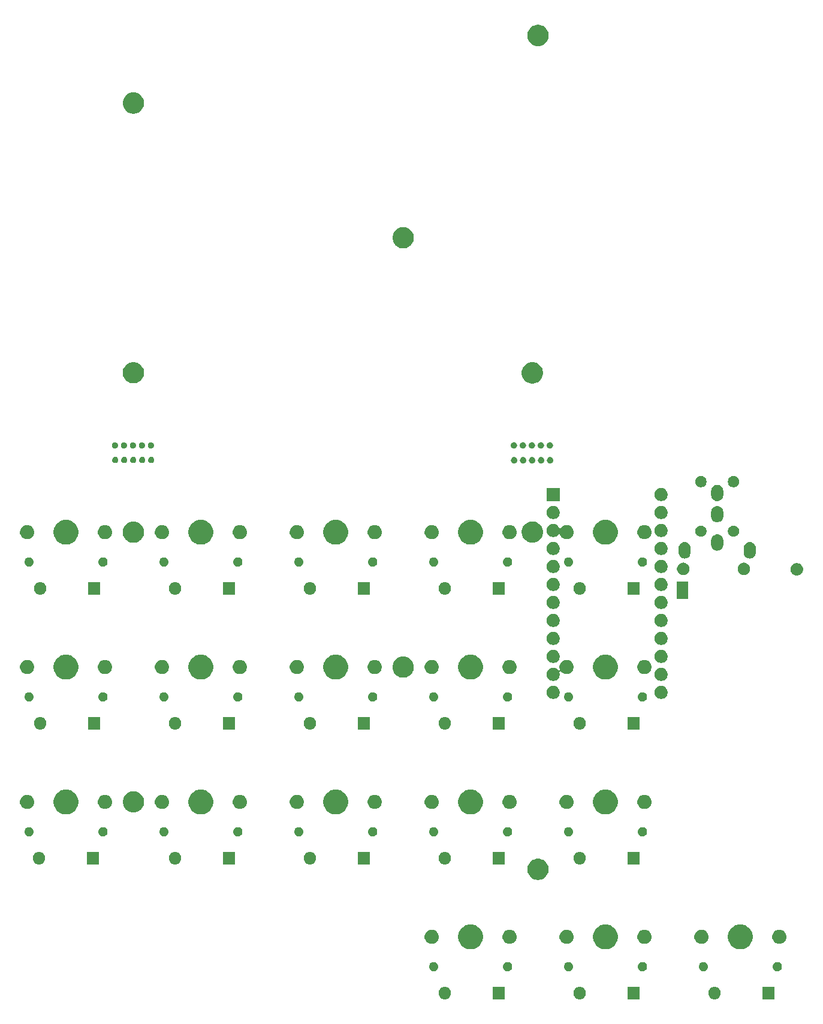
<source format=gbr>
G04 #@! TF.GenerationSoftware,KiCad,Pcbnew,(5.1.2)-2*
G04 #@! TF.CreationDate,2020-05-14T12:33:36-05:00*
G04 #@! TF.ProjectId,3DotDash,33446f74-4461-4736-982e-6b696361645f,rev?*
G04 #@! TF.SameCoordinates,Original*
G04 #@! TF.FileFunction,Soldermask,Top*
G04 #@! TF.FilePolarity,Negative*
%FSLAX46Y46*%
G04 Gerber Fmt 4.6, Leading zero omitted, Abs format (unit mm)*
G04 Created by KiCad (PCBNEW (5.1.2)-2) date 2020-05-14 12:33:36*
%MOMM*%
%LPD*%
G04 APERTURE LIST*
%ADD10C,0.100000*%
G04 APERTURE END LIST*
D10*
G36*
X187165250Y-127155251D02*
G01*
X185412250Y-127155251D01*
X185412250Y-125402251D01*
X187165250Y-125402251D01*
X187165250Y-127155251D01*
X187165250Y-127155251D01*
G37*
G36*
X178839747Y-125419093D02*
G01*
X178924416Y-125435934D01*
X178990488Y-125463302D01*
X179083927Y-125502006D01*
X179227486Y-125597929D01*
X179349572Y-125720015D01*
X179445495Y-125863574D01*
X179484199Y-125957013D01*
X179511567Y-126023084D01*
X179511567Y-126023086D01*
X179545250Y-126192420D01*
X179545250Y-126365079D01*
X179511568Y-126534414D01*
X179511567Y-126534416D01*
X179445495Y-126693928D01*
X179349572Y-126837487D01*
X179227486Y-126959573D01*
X179083927Y-127055496D01*
X178990488Y-127094200D01*
X178924416Y-127121568D01*
X178839747Y-127138409D01*
X178755079Y-127155251D01*
X178582421Y-127155251D01*
X178497753Y-127138409D01*
X178413084Y-127121568D01*
X178347012Y-127094200D01*
X178253573Y-127055496D01*
X178110014Y-126959573D01*
X177987928Y-126837487D01*
X177892005Y-126693928D01*
X177825933Y-126534416D01*
X177825933Y-126534414D01*
X177792250Y-126365079D01*
X177792250Y-126192423D01*
X177792251Y-126192420D01*
X177825933Y-126023086D01*
X177825934Y-126023084D01*
X177853301Y-125957013D01*
X177892005Y-125863574D01*
X177987928Y-125720015D01*
X178110014Y-125597929D01*
X178253573Y-125502006D01*
X178347012Y-125463302D01*
X178413084Y-125435934D01*
X178497753Y-125419093D01*
X178582421Y-125402251D01*
X178755079Y-125402251D01*
X178839747Y-125419093D01*
X178839747Y-125419093D01*
G37*
G36*
X206215250Y-127155250D02*
G01*
X204462250Y-127155250D01*
X204462250Y-125402250D01*
X206215250Y-125402250D01*
X206215250Y-127155250D01*
X206215250Y-127155250D01*
G37*
G36*
X197889747Y-125419091D02*
G01*
X197974416Y-125435933D01*
X198040488Y-125463301D01*
X198133927Y-125502005D01*
X198277486Y-125597928D01*
X198399572Y-125720014D01*
X198495495Y-125863573D01*
X198495495Y-125863574D01*
X198561567Y-126023084D01*
X198595250Y-126192422D01*
X198595250Y-126365078D01*
X198561567Y-126534416D01*
X198534199Y-126600488D01*
X198495495Y-126693927D01*
X198399572Y-126837486D01*
X198277486Y-126959572D01*
X198133927Y-127055495D01*
X198040488Y-127094199D01*
X197974416Y-127121567D01*
X197889747Y-127138408D01*
X197805079Y-127155250D01*
X197632421Y-127155250D01*
X197547753Y-127138408D01*
X197463084Y-127121567D01*
X197397012Y-127094199D01*
X197303573Y-127055495D01*
X197160014Y-126959572D01*
X197037928Y-126837486D01*
X196942005Y-126693927D01*
X196903301Y-126600488D01*
X196875933Y-126534416D01*
X196842250Y-126365078D01*
X196842250Y-126192422D01*
X196875933Y-126023084D01*
X196942005Y-125863574D01*
X196942005Y-125863573D01*
X197037928Y-125720014D01*
X197160014Y-125597928D01*
X197303573Y-125502005D01*
X197397012Y-125463301D01*
X197463084Y-125435933D01*
X197547753Y-125419091D01*
X197632421Y-125402250D01*
X197805079Y-125402250D01*
X197889747Y-125419091D01*
X197889747Y-125419091D01*
G37*
G36*
X225265250Y-127155249D02*
G01*
X223512250Y-127155249D01*
X223512250Y-125402249D01*
X225265250Y-125402249D01*
X225265250Y-127155249D01*
X225265250Y-127155249D01*
G37*
G36*
X216939747Y-125419090D02*
G01*
X217024416Y-125435932D01*
X217090488Y-125463300D01*
X217183927Y-125502004D01*
X217327486Y-125597927D01*
X217449572Y-125720013D01*
X217545495Y-125863572D01*
X217584199Y-125957011D01*
X217611567Y-126023083D01*
X217628409Y-126107752D01*
X217645250Y-126192420D01*
X217645250Y-126365078D01*
X217628409Y-126449746D01*
X217611567Y-126534415D01*
X217611566Y-126534417D01*
X217545495Y-126693926D01*
X217449572Y-126837485D01*
X217327486Y-126959571D01*
X217183927Y-127055494D01*
X217090488Y-127094198D01*
X217024416Y-127121566D01*
X216939747Y-127138407D01*
X216855079Y-127155249D01*
X216682421Y-127155249D01*
X216597753Y-127138407D01*
X216513084Y-127121566D01*
X216447012Y-127094198D01*
X216353573Y-127055494D01*
X216210014Y-126959571D01*
X216087928Y-126837485D01*
X215992005Y-126693926D01*
X215925934Y-126534417D01*
X215925933Y-126534415D01*
X215909091Y-126449746D01*
X215892250Y-126365078D01*
X215892250Y-126192420D01*
X215909091Y-126107752D01*
X215925933Y-126023083D01*
X215953301Y-125957011D01*
X215992005Y-125863572D01*
X216087928Y-125720013D01*
X216210014Y-125597927D01*
X216353573Y-125502004D01*
X216447012Y-125463300D01*
X216513084Y-125435932D01*
X216597753Y-125419090D01*
X216682421Y-125402249D01*
X216855079Y-125402249D01*
X216939747Y-125419090D01*
X216939747Y-125419090D01*
G37*
G36*
X196339890Y-121915268D02*
G01*
X196458360Y-121964340D01*
X196458364Y-121964342D01*
X196564988Y-122035586D01*
X196655665Y-122126263D01*
X196726909Y-122232887D01*
X196775983Y-122351361D01*
X196801000Y-122477133D01*
X196801000Y-122605369D01*
X196775983Y-122731141D01*
X196726909Y-122849615D01*
X196655665Y-122956239D01*
X196564988Y-123046916D01*
X196458364Y-123118160D01*
X196458363Y-123118161D01*
X196458362Y-123118161D01*
X196339890Y-123167234D01*
X196214119Y-123192251D01*
X196085881Y-123192251D01*
X195960110Y-123167234D01*
X195841638Y-123118161D01*
X195841637Y-123118161D01*
X195841636Y-123118160D01*
X195735012Y-123046916D01*
X195644335Y-122956239D01*
X195573091Y-122849615D01*
X195524017Y-122731141D01*
X195499000Y-122605369D01*
X195499000Y-122477133D01*
X195524017Y-122351361D01*
X195573091Y-122232887D01*
X195644335Y-122126263D01*
X195735012Y-122035586D01*
X195841636Y-121964342D01*
X195841641Y-121964340D01*
X195960110Y-121915268D01*
X196085881Y-121890251D01*
X196214119Y-121890251D01*
X196339890Y-121915268D01*
X196339890Y-121915268D01*
G37*
G36*
X206779890Y-121915268D02*
G01*
X206898360Y-121964340D01*
X206898364Y-121964342D01*
X207004988Y-122035586D01*
X207095665Y-122126263D01*
X207166909Y-122232887D01*
X207215983Y-122351361D01*
X207241000Y-122477133D01*
X207241000Y-122605369D01*
X207215983Y-122731141D01*
X207166909Y-122849615D01*
X207095665Y-122956239D01*
X207004988Y-123046916D01*
X206898364Y-123118160D01*
X206898363Y-123118161D01*
X206898362Y-123118161D01*
X206779890Y-123167234D01*
X206654119Y-123192251D01*
X206525881Y-123192251D01*
X206400110Y-123167234D01*
X206281638Y-123118161D01*
X206281637Y-123118161D01*
X206281636Y-123118160D01*
X206175012Y-123046916D01*
X206084335Y-122956239D01*
X206013091Y-122849615D01*
X205964017Y-122731141D01*
X205939000Y-122605369D01*
X205939000Y-122477133D01*
X205964017Y-122351361D01*
X206013091Y-122232887D01*
X206084335Y-122126263D01*
X206175012Y-122035586D01*
X206281636Y-121964342D01*
X206281641Y-121964340D01*
X206400110Y-121915268D01*
X206525881Y-121890251D01*
X206654119Y-121890251D01*
X206779890Y-121915268D01*
X206779890Y-121915268D01*
G37*
G36*
X187729891Y-121915267D02*
G01*
X187848365Y-121964341D01*
X187954989Y-122035585D01*
X188045666Y-122126262D01*
X188116910Y-122232886D01*
X188165984Y-122351360D01*
X188191001Y-122477132D01*
X188191001Y-122605368D01*
X188165984Y-122731140D01*
X188116910Y-122849614D01*
X188045666Y-122956238D01*
X187954989Y-123046915D01*
X187848365Y-123118159D01*
X187848364Y-123118160D01*
X187848363Y-123118160D01*
X187729891Y-123167233D01*
X187604120Y-123192250D01*
X187475882Y-123192250D01*
X187350111Y-123167233D01*
X187231639Y-123118160D01*
X187231638Y-123118160D01*
X187231637Y-123118159D01*
X187125013Y-123046915D01*
X187034336Y-122956238D01*
X186963092Y-122849614D01*
X186914018Y-122731140D01*
X186889001Y-122605368D01*
X186889001Y-122477132D01*
X186914018Y-122351360D01*
X186963092Y-122232886D01*
X187034336Y-122126262D01*
X187125013Y-122035585D01*
X187231637Y-121964341D01*
X187350111Y-121915267D01*
X187475882Y-121890250D01*
X187604120Y-121890250D01*
X187729891Y-121915267D01*
X187729891Y-121915267D01*
G37*
G36*
X177289891Y-121915267D02*
G01*
X177408365Y-121964341D01*
X177514989Y-122035585D01*
X177605666Y-122126262D01*
X177676910Y-122232886D01*
X177725984Y-122351360D01*
X177751001Y-122477132D01*
X177751001Y-122605368D01*
X177725984Y-122731140D01*
X177676910Y-122849614D01*
X177605666Y-122956238D01*
X177514989Y-123046915D01*
X177408365Y-123118159D01*
X177408364Y-123118160D01*
X177408363Y-123118160D01*
X177289891Y-123167233D01*
X177164120Y-123192250D01*
X177035882Y-123192250D01*
X176910111Y-123167233D01*
X176791639Y-123118160D01*
X176791638Y-123118160D01*
X176791637Y-123118159D01*
X176685013Y-123046915D01*
X176594336Y-122956238D01*
X176523092Y-122849614D01*
X176474018Y-122731140D01*
X176449001Y-122605368D01*
X176449001Y-122477132D01*
X176474018Y-122351360D01*
X176523092Y-122232886D01*
X176594336Y-122126262D01*
X176685013Y-122035585D01*
X176791637Y-121964341D01*
X176910111Y-121915267D01*
X177035882Y-121890250D01*
X177164120Y-121890250D01*
X177289891Y-121915267D01*
X177289891Y-121915267D01*
G37*
G36*
X225829890Y-121915267D02*
G01*
X225948364Y-121964341D01*
X226054988Y-122035585D01*
X226145665Y-122126262D01*
X226216909Y-122232886D01*
X226265983Y-122351360D01*
X226291000Y-122477132D01*
X226291000Y-122605368D01*
X226265983Y-122731140D01*
X226216909Y-122849614D01*
X226145665Y-122956238D01*
X226054988Y-123046915D01*
X225948364Y-123118159D01*
X225948363Y-123118160D01*
X225948362Y-123118160D01*
X225829890Y-123167233D01*
X225704119Y-123192250D01*
X225575881Y-123192250D01*
X225450110Y-123167233D01*
X225331638Y-123118160D01*
X225331637Y-123118160D01*
X225331636Y-123118159D01*
X225225012Y-123046915D01*
X225134335Y-122956238D01*
X225063091Y-122849614D01*
X225014017Y-122731140D01*
X224989000Y-122605368D01*
X224989000Y-122477132D01*
X225014017Y-122351360D01*
X225063091Y-122232886D01*
X225134335Y-122126262D01*
X225225012Y-122035585D01*
X225331636Y-121964341D01*
X225450110Y-121915267D01*
X225575881Y-121890250D01*
X225704119Y-121890250D01*
X225829890Y-121915267D01*
X225829890Y-121915267D01*
G37*
G36*
X215389890Y-121915267D02*
G01*
X215508364Y-121964341D01*
X215614988Y-122035585D01*
X215705665Y-122126262D01*
X215776909Y-122232886D01*
X215825983Y-122351360D01*
X215851000Y-122477132D01*
X215851000Y-122605368D01*
X215825983Y-122731140D01*
X215776909Y-122849614D01*
X215705665Y-122956238D01*
X215614988Y-123046915D01*
X215508364Y-123118159D01*
X215508363Y-123118160D01*
X215508362Y-123118160D01*
X215389890Y-123167233D01*
X215264119Y-123192250D01*
X215135881Y-123192250D01*
X215010110Y-123167233D01*
X214891638Y-123118160D01*
X214891637Y-123118160D01*
X214891636Y-123118159D01*
X214785012Y-123046915D01*
X214694335Y-122956238D01*
X214623091Y-122849614D01*
X214574017Y-122731140D01*
X214549000Y-122605368D01*
X214549000Y-122477132D01*
X214574017Y-122351360D01*
X214623091Y-122232886D01*
X214694335Y-122126262D01*
X214785012Y-122035585D01*
X214891636Y-121964341D01*
X215010110Y-121915267D01*
X215135881Y-121890250D01*
X215264119Y-121890250D01*
X215389890Y-121915267D01*
X215389890Y-121915267D01*
G37*
G36*
X201767985Y-116635111D02*
G01*
X201880748Y-116657541D01*
X202012741Y-116712214D01*
X202199408Y-116789534D01*
X202486196Y-116981160D01*
X202730091Y-117225055D01*
X202921717Y-117511843D01*
X202999037Y-117698510D01*
X203053710Y-117830503D01*
X203060990Y-117867101D01*
X203121000Y-118168791D01*
X203121000Y-118513711D01*
X203076140Y-118739236D01*
X203060990Y-118815402D01*
X203053710Y-118851998D01*
X202921717Y-119170659D01*
X202730091Y-119457447D01*
X202486196Y-119701342D01*
X202199408Y-119892968D01*
X202012741Y-119970288D01*
X201880748Y-120024961D01*
X201767985Y-120047391D01*
X201542460Y-120092251D01*
X201197540Y-120092251D01*
X200972015Y-120047391D01*
X200859252Y-120024961D01*
X200727259Y-119970288D01*
X200540592Y-119892968D01*
X200253804Y-119701342D01*
X200009909Y-119457447D01*
X199818283Y-119170659D01*
X199686290Y-118851998D01*
X199679011Y-118815402D01*
X199663860Y-118739236D01*
X199619000Y-118513711D01*
X199619000Y-118168791D01*
X199679010Y-117867101D01*
X199686290Y-117830503D01*
X199740963Y-117698510D01*
X199818283Y-117511843D01*
X200009909Y-117225055D01*
X200253804Y-116981160D01*
X200540592Y-116789534D01*
X200727259Y-116712214D01*
X200859252Y-116657541D01*
X200972015Y-116635111D01*
X201197540Y-116590251D01*
X201542460Y-116590251D01*
X201767985Y-116635111D01*
X201767985Y-116635111D01*
G37*
G36*
X182717986Y-116635110D02*
G01*
X182830749Y-116657540D01*
X182962742Y-116712213D01*
X183149409Y-116789533D01*
X183436197Y-116981159D01*
X183680092Y-117225054D01*
X183871718Y-117511842D01*
X183893208Y-117563724D01*
X184003711Y-117830502D01*
X184010991Y-117867100D01*
X184071001Y-118168790D01*
X184071001Y-118513710D01*
X184047226Y-118633232D01*
X184003711Y-118851998D01*
X183950960Y-118979349D01*
X183871718Y-119170658D01*
X183680092Y-119457446D01*
X183436197Y-119701341D01*
X183149409Y-119892967D01*
X182962742Y-119970287D01*
X182830749Y-120024960D01*
X182717986Y-120047390D01*
X182492461Y-120092250D01*
X182147541Y-120092250D01*
X181922016Y-120047390D01*
X181809253Y-120024960D01*
X181677260Y-119970287D01*
X181490593Y-119892967D01*
X181203805Y-119701341D01*
X180959910Y-119457446D01*
X180768284Y-119170658D01*
X180689042Y-118979349D01*
X180636291Y-118851998D01*
X180592776Y-118633232D01*
X180569001Y-118513710D01*
X180569001Y-118168790D01*
X180629011Y-117867100D01*
X180636291Y-117830502D01*
X180746794Y-117563724D01*
X180768284Y-117511842D01*
X180959910Y-117225054D01*
X181203805Y-116981159D01*
X181490593Y-116789533D01*
X181677260Y-116712213D01*
X181809253Y-116657540D01*
X181922016Y-116635110D01*
X182147541Y-116590250D01*
X182492461Y-116590250D01*
X182717986Y-116635110D01*
X182717986Y-116635110D01*
G37*
G36*
X220817985Y-116635110D02*
G01*
X220930748Y-116657540D01*
X221062741Y-116712213D01*
X221249408Y-116789533D01*
X221536196Y-116981159D01*
X221780091Y-117225054D01*
X221971717Y-117511842D01*
X221993207Y-117563724D01*
X222103710Y-117830502D01*
X222110990Y-117867100D01*
X222171000Y-118168790D01*
X222171000Y-118513710D01*
X222147225Y-118633232D01*
X222103710Y-118851998D01*
X222050959Y-118979349D01*
X221971717Y-119170658D01*
X221780091Y-119457446D01*
X221536196Y-119701341D01*
X221249408Y-119892967D01*
X221062741Y-119970287D01*
X220930748Y-120024960D01*
X220817985Y-120047390D01*
X220592460Y-120092250D01*
X220247540Y-120092250D01*
X220022015Y-120047390D01*
X219909252Y-120024960D01*
X219777259Y-119970287D01*
X219590592Y-119892967D01*
X219303804Y-119701341D01*
X219059909Y-119457446D01*
X218868283Y-119170658D01*
X218789041Y-118979349D01*
X218736290Y-118851998D01*
X218692775Y-118633232D01*
X218669000Y-118513710D01*
X218669000Y-118168790D01*
X218729010Y-117867100D01*
X218736290Y-117830502D01*
X218846793Y-117563724D01*
X218868283Y-117511842D01*
X219059909Y-117225054D01*
X219303804Y-116981159D01*
X219590592Y-116789533D01*
X219777259Y-116712213D01*
X219909252Y-116657540D01*
X220022015Y-116635110D01*
X220247540Y-116590250D01*
X220592460Y-116590250D01*
X220817985Y-116635110D01*
X220817985Y-116635110D01*
G37*
G36*
X207065285Y-117359485D02*
G01*
X207161981Y-117378719D01*
X207290795Y-117432076D01*
X207344147Y-117454175D01*
X207344151Y-117454177D01*
X207508100Y-117563724D01*
X207647527Y-117703151D01*
X207757074Y-117867100D01*
X207832532Y-118049269D01*
X207832532Y-118049271D01*
X207871000Y-118242660D01*
X207871000Y-118439842D01*
X207856306Y-118513711D01*
X207832532Y-118633232D01*
X207757074Y-118815402D01*
X207647527Y-118979351D01*
X207508100Y-119118778D01*
X207344151Y-119228325D01*
X207161981Y-119303783D01*
X206968591Y-119342251D01*
X206771409Y-119342251D01*
X206578019Y-119303783D01*
X206395849Y-119228325D01*
X206231900Y-119118778D01*
X206092473Y-118979351D01*
X205982926Y-118815402D01*
X205907468Y-118633232D01*
X205883694Y-118513711D01*
X205869000Y-118439842D01*
X205869000Y-118242660D01*
X205907468Y-118049271D01*
X205907469Y-118049269D01*
X205982926Y-117867100D01*
X206092473Y-117703151D01*
X206231900Y-117563724D01*
X206395849Y-117454177D01*
X206395854Y-117454175D01*
X206449205Y-117432076D01*
X206578019Y-117378719D01*
X206674715Y-117359485D01*
X206771409Y-117340251D01*
X206968591Y-117340251D01*
X207065285Y-117359485D01*
X207065285Y-117359485D01*
G37*
G36*
X196065285Y-117359485D02*
G01*
X196161981Y-117378719D01*
X196290795Y-117432076D01*
X196344147Y-117454175D01*
X196344151Y-117454177D01*
X196508100Y-117563724D01*
X196647527Y-117703151D01*
X196757074Y-117867100D01*
X196832532Y-118049269D01*
X196832532Y-118049271D01*
X196871000Y-118242660D01*
X196871000Y-118439842D01*
X196856306Y-118513711D01*
X196832532Y-118633232D01*
X196757074Y-118815402D01*
X196647527Y-118979351D01*
X196508100Y-119118778D01*
X196344151Y-119228325D01*
X196161981Y-119303783D01*
X195968591Y-119342251D01*
X195771409Y-119342251D01*
X195578019Y-119303783D01*
X195395849Y-119228325D01*
X195231900Y-119118778D01*
X195092473Y-118979351D01*
X194982926Y-118815402D01*
X194907468Y-118633232D01*
X194883694Y-118513711D01*
X194869000Y-118439842D01*
X194869000Y-118242660D01*
X194907468Y-118049271D01*
X194907469Y-118049269D01*
X194982926Y-117867100D01*
X195092473Y-117703151D01*
X195231900Y-117563724D01*
X195395849Y-117454177D01*
X195395854Y-117454175D01*
X195449205Y-117432076D01*
X195578019Y-117378719D01*
X195674715Y-117359485D01*
X195771409Y-117340251D01*
X195968591Y-117340251D01*
X196065285Y-117359485D01*
X196065285Y-117359485D01*
G37*
G36*
X215115285Y-117359484D02*
G01*
X215211981Y-117378718D01*
X215394151Y-117454176D01*
X215558100Y-117563723D01*
X215697527Y-117703150D01*
X215782621Y-117830503D01*
X215807075Y-117867101D01*
X215882532Y-118049270D01*
X215921000Y-118242659D01*
X215921000Y-118439841D01*
X215906306Y-118513710D01*
X215882532Y-118633231D01*
X215807074Y-118815401D01*
X215697527Y-118979350D01*
X215558100Y-119118777D01*
X215394151Y-119228324D01*
X215394150Y-119228325D01*
X215394149Y-119228325D01*
X215340795Y-119250425D01*
X215211981Y-119303782D01*
X215115285Y-119323016D01*
X215018591Y-119342250D01*
X214821409Y-119342250D01*
X214724715Y-119323016D01*
X214628019Y-119303782D01*
X214499205Y-119250425D01*
X214445851Y-119228325D01*
X214445850Y-119228325D01*
X214445849Y-119228324D01*
X214281900Y-119118777D01*
X214142473Y-118979350D01*
X214032926Y-118815401D01*
X213957468Y-118633231D01*
X213933694Y-118513710D01*
X213919000Y-118439841D01*
X213919000Y-118242659D01*
X213957468Y-118049270D01*
X214032925Y-117867101D01*
X214057379Y-117830503D01*
X214142473Y-117703150D01*
X214281900Y-117563723D01*
X214445849Y-117454176D01*
X214628019Y-117378718D01*
X214724715Y-117359484D01*
X214821409Y-117340250D01*
X215018591Y-117340250D01*
X215115285Y-117359484D01*
X215115285Y-117359484D01*
G37*
G36*
X226115285Y-117359484D02*
G01*
X226211981Y-117378718D01*
X226394151Y-117454176D01*
X226558100Y-117563723D01*
X226697527Y-117703150D01*
X226782621Y-117830503D01*
X226807075Y-117867101D01*
X226882532Y-118049270D01*
X226921000Y-118242659D01*
X226921000Y-118439841D01*
X226906306Y-118513710D01*
X226882532Y-118633231D01*
X226807074Y-118815401D01*
X226697527Y-118979350D01*
X226558100Y-119118777D01*
X226394151Y-119228324D01*
X226394150Y-119228325D01*
X226394149Y-119228325D01*
X226340795Y-119250425D01*
X226211981Y-119303782D01*
X226115285Y-119323016D01*
X226018591Y-119342250D01*
X225821409Y-119342250D01*
X225724715Y-119323016D01*
X225628019Y-119303782D01*
X225499205Y-119250425D01*
X225445851Y-119228325D01*
X225445850Y-119228325D01*
X225445849Y-119228324D01*
X225281900Y-119118777D01*
X225142473Y-118979350D01*
X225032926Y-118815401D01*
X224957468Y-118633231D01*
X224933694Y-118513710D01*
X224919000Y-118439841D01*
X224919000Y-118242659D01*
X224957468Y-118049270D01*
X225032925Y-117867101D01*
X225057379Y-117830503D01*
X225142473Y-117703150D01*
X225281900Y-117563723D01*
X225445849Y-117454176D01*
X225628019Y-117378718D01*
X225724715Y-117359484D01*
X225821409Y-117340250D01*
X226018591Y-117340250D01*
X226115285Y-117359484D01*
X226115285Y-117359484D01*
G37*
G36*
X177015286Y-117359484D02*
G01*
X177111982Y-117378718D01*
X177294152Y-117454176D01*
X177458101Y-117563723D01*
X177597528Y-117703150D01*
X177682622Y-117830503D01*
X177707076Y-117867101D01*
X177782533Y-118049270D01*
X177821001Y-118242659D01*
X177821001Y-118439841D01*
X177806307Y-118513710D01*
X177782533Y-118633231D01*
X177707075Y-118815401D01*
X177597528Y-118979350D01*
X177458101Y-119118777D01*
X177294152Y-119228324D01*
X177294151Y-119228325D01*
X177294150Y-119228325D01*
X177240796Y-119250425D01*
X177111982Y-119303782D01*
X177015286Y-119323016D01*
X176918592Y-119342250D01*
X176721410Y-119342250D01*
X176624716Y-119323016D01*
X176528020Y-119303782D01*
X176399206Y-119250425D01*
X176345852Y-119228325D01*
X176345851Y-119228325D01*
X176345850Y-119228324D01*
X176181901Y-119118777D01*
X176042474Y-118979350D01*
X175932927Y-118815401D01*
X175857469Y-118633231D01*
X175833695Y-118513710D01*
X175819001Y-118439841D01*
X175819001Y-118242659D01*
X175857469Y-118049270D01*
X175932926Y-117867101D01*
X175957380Y-117830503D01*
X176042474Y-117703150D01*
X176181901Y-117563723D01*
X176345850Y-117454176D01*
X176528020Y-117378718D01*
X176624716Y-117359484D01*
X176721410Y-117340250D01*
X176918592Y-117340250D01*
X177015286Y-117359484D01*
X177015286Y-117359484D01*
G37*
G36*
X188015286Y-117359484D02*
G01*
X188111982Y-117378718D01*
X188294152Y-117454176D01*
X188458101Y-117563723D01*
X188597528Y-117703150D01*
X188682622Y-117830503D01*
X188707076Y-117867101D01*
X188782533Y-118049270D01*
X188821001Y-118242659D01*
X188821001Y-118439841D01*
X188806307Y-118513710D01*
X188782533Y-118633231D01*
X188707075Y-118815401D01*
X188597528Y-118979350D01*
X188458101Y-119118777D01*
X188294152Y-119228324D01*
X188294151Y-119228325D01*
X188294150Y-119228325D01*
X188240796Y-119250425D01*
X188111982Y-119303782D01*
X188015286Y-119323016D01*
X187918592Y-119342250D01*
X187721410Y-119342250D01*
X187624716Y-119323016D01*
X187528020Y-119303782D01*
X187399206Y-119250425D01*
X187345852Y-119228325D01*
X187345851Y-119228325D01*
X187345850Y-119228324D01*
X187181901Y-119118777D01*
X187042474Y-118979350D01*
X186932927Y-118815401D01*
X186857469Y-118633231D01*
X186833695Y-118513710D01*
X186819001Y-118439841D01*
X186819001Y-118242659D01*
X186857469Y-118049270D01*
X186932926Y-117867101D01*
X186957380Y-117830503D01*
X187042474Y-117703150D01*
X187181901Y-117563723D01*
X187345850Y-117454176D01*
X187528020Y-117378718D01*
X187624716Y-117359484D01*
X187721410Y-117340250D01*
X187918592Y-117340250D01*
X188015286Y-117359484D01*
X188015286Y-117359484D01*
G37*
G36*
X192018398Y-107315079D02*
G01*
X192277826Y-107366682D01*
X192390974Y-107413550D01*
X192550989Y-107479830D01*
X192557852Y-107484416D01*
X192796832Y-107644097D01*
X193005903Y-107853168D01*
X193005904Y-107853170D01*
X193170170Y-108099011D01*
X193283318Y-108372175D01*
X193341000Y-108662163D01*
X193341000Y-108957837D01*
X193283318Y-109247825D01*
X193170170Y-109520989D01*
X193170169Y-109520990D01*
X193005903Y-109766832D01*
X192796832Y-109975903D01*
X192673076Y-110058594D01*
X192550989Y-110140170D01*
X192390974Y-110206450D01*
X192277826Y-110253318D01*
X192132831Y-110282159D01*
X191987837Y-110311000D01*
X191692163Y-110311000D01*
X191547169Y-110282159D01*
X191402174Y-110253318D01*
X191289026Y-110206450D01*
X191129011Y-110140170D01*
X191006924Y-110058594D01*
X190883168Y-109975903D01*
X190674097Y-109766832D01*
X190509831Y-109520990D01*
X190509830Y-109520989D01*
X190396682Y-109247825D01*
X190339000Y-108957837D01*
X190339000Y-108662163D01*
X190396682Y-108372175D01*
X190509830Y-108099011D01*
X190674096Y-107853170D01*
X190674097Y-107853168D01*
X190883168Y-107644097D01*
X191122148Y-107484416D01*
X191129011Y-107479830D01*
X191289026Y-107413550D01*
X191402174Y-107366682D01*
X191661602Y-107315079D01*
X191692163Y-107309000D01*
X191987837Y-107309000D01*
X192018398Y-107315079D01*
X192018398Y-107315079D01*
G37*
G36*
X129856500Y-108105250D02*
G01*
X128103500Y-108105250D01*
X128103500Y-106352250D01*
X129856500Y-106352250D01*
X129856500Y-108105250D01*
X129856500Y-108105250D01*
G37*
G36*
X206215250Y-108105250D02*
G01*
X204462250Y-108105250D01*
X204462250Y-106352250D01*
X206215250Y-106352250D01*
X206215250Y-108105250D01*
X206215250Y-108105250D01*
G37*
G36*
X197889747Y-106369092D02*
G01*
X197974416Y-106385933D01*
X198040488Y-106413301D01*
X198133927Y-106452005D01*
X198277486Y-106547928D01*
X198399572Y-106670014D01*
X198495495Y-106813573D01*
X198534199Y-106907012D01*
X198561567Y-106973083D01*
X198561567Y-106973085D01*
X198595250Y-107142421D01*
X198595250Y-107315079D01*
X198561567Y-107484415D01*
X198495495Y-107643927D01*
X198399572Y-107787486D01*
X198277486Y-107909572D01*
X198133927Y-108005495D01*
X198040488Y-108044199D01*
X197974416Y-108071567D01*
X197889747Y-108088408D01*
X197805079Y-108105250D01*
X197632421Y-108105250D01*
X197547753Y-108088408D01*
X197463084Y-108071567D01*
X197397012Y-108044199D01*
X197303573Y-108005495D01*
X197160014Y-107909572D01*
X197037928Y-107787486D01*
X196942005Y-107643927D01*
X196875933Y-107484415D01*
X196842250Y-107315079D01*
X196842250Y-107142421D01*
X196875933Y-106973085D01*
X196875934Y-106973083D01*
X196903301Y-106907012D01*
X196942005Y-106813573D01*
X197037928Y-106670014D01*
X197160014Y-106547928D01*
X197303573Y-106452005D01*
X197397012Y-106413301D01*
X197463084Y-106385933D01*
X197547753Y-106369092D01*
X197632421Y-106352250D01*
X197805079Y-106352250D01*
X197889747Y-106369092D01*
X197889747Y-106369092D01*
G37*
G36*
X168115250Y-108105250D02*
G01*
X166362250Y-108105250D01*
X166362250Y-106352250D01*
X168115250Y-106352250D01*
X168115250Y-108105250D01*
X168115250Y-108105250D01*
G37*
G36*
X140739747Y-106369092D02*
G01*
X140824416Y-106385933D01*
X140890488Y-106413301D01*
X140983927Y-106452005D01*
X141127486Y-106547928D01*
X141249572Y-106670014D01*
X141345495Y-106813573D01*
X141384199Y-106907012D01*
X141411567Y-106973083D01*
X141411567Y-106973085D01*
X141445250Y-107142421D01*
X141445250Y-107315079D01*
X141411567Y-107484415D01*
X141345495Y-107643927D01*
X141249572Y-107787486D01*
X141127486Y-107909572D01*
X140983927Y-108005495D01*
X140890488Y-108044199D01*
X140824416Y-108071567D01*
X140739747Y-108088408D01*
X140655079Y-108105250D01*
X140482421Y-108105250D01*
X140397753Y-108088408D01*
X140313084Y-108071567D01*
X140247012Y-108044199D01*
X140153573Y-108005495D01*
X140010014Y-107909572D01*
X139887928Y-107787486D01*
X139792005Y-107643927D01*
X139725933Y-107484415D01*
X139692250Y-107315079D01*
X139692250Y-107142421D01*
X139725933Y-106973085D01*
X139725934Y-106973083D01*
X139753301Y-106907012D01*
X139792005Y-106813573D01*
X139887928Y-106670014D01*
X140010014Y-106547928D01*
X140153573Y-106452005D01*
X140247012Y-106413301D01*
X140313084Y-106385933D01*
X140397753Y-106369092D01*
X140482421Y-106352250D01*
X140655079Y-106352250D01*
X140739747Y-106369092D01*
X140739747Y-106369092D01*
G37*
G36*
X121530997Y-106369092D02*
G01*
X121615666Y-106385933D01*
X121681738Y-106413301D01*
X121775177Y-106452005D01*
X121918736Y-106547928D01*
X122040822Y-106670014D01*
X122136745Y-106813573D01*
X122175449Y-106907012D01*
X122202817Y-106973083D01*
X122202817Y-106973085D01*
X122236500Y-107142421D01*
X122236500Y-107315079D01*
X122202817Y-107484415D01*
X122136745Y-107643927D01*
X122040822Y-107787486D01*
X121918736Y-107909572D01*
X121775177Y-108005495D01*
X121681738Y-108044199D01*
X121615666Y-108071567D01*
X121530997Y-108088408D01*
X121446329Y-108105250D01*
X121273671Y-108105250D01*
X121189003Y-108088408D01*
X121104334Y-108071567D01*
X121038262Y-108044199D01*
X120944823Y-108005495D01*
X120801264Y-107909572D01*
X120679178Y-107787486D01*
X120583255Y-107643927D01*
X120517183Y-107484415D01*
X120483500Y-107315079D01*
X120483500Y-107142421D01*
X120517183Y-106973085D01*
X120517184Y-106973083D01*
X120544551Y-106907012D01*
X120583255Y-106813573D01*
X120679178Y-106670014D01*
X120801264Y-106547928D01*
X120944823Y-106452005D01*
X121038262Y-106413301D01*
X121104334Y-106385933D01*
X121189003Y-106369092D01*
X121273671Y-106352250D01*
X121446329Y-106352250D01*
X121530997Y-106369092D01*
X121530997Y-106369092D01*
G37*
G36*
X159789747Y-106369092D02*
G01*
X159874416Y-106385933D01*
X159940488Y-106413301D01*
X160033927Y-106452005D01*
X160177486Y-106547928D01*
X160299572Y-106670014D01*
X160395495Y-106813573D01*
X160434199Y-106907012D01*
X160461567Y-106973083D01*
X160461567Y-106973085D01*
X160495250Y-107142421D01*
X160495250Y-107315079D01*
X160461567Y-107484415D01*
X160395495Y-107643927D01*
X160299572Y-107787486D01*
X160177486Y-107909572D01*
X160033927Y-108005495D01*
X159940488Y-108044199D01*
X159874416Y-108071567D01*
X159789747Y-108088408D01*
X159705079Y-108105250D01*
X159532421Y-108105250D01*
X159447753Y-108088408D01*
X159363084Y-108071567D01*
X159297012Y-108044199D01*
X159203573Y-108005495D01*
X159060014Y-107909572D01*
X158937928Y-107787486D01*
X158842005Y-107643927D01*
X158775933Y-107484415D01*
X158742250Y-107315079D01*
X158742250Y-107142421D01*
X158775933Y-106973085D01*
X158775934Y-106973083D01*
X158803301Y-106907012D01*
X158842005Y-106813573D01*
X158937928Y-106670014D01*
X159060014Y-106547928D01*
X159203573Y-106452005D01*
X159297012Y-106413301D01*
X159363084Y-106385933D01*
X159447753Y-106369092D01*
X159532421Y-106352250D01*
X159705079Y-106352250D01*
X159789747Y-106369092D01*
X159789747Y-106369092D01*
G37*
G36*
X149065250Y-108105250D02*
G01*
X147312250Y-108105250D01*
X147312250Y-106352250D01*
X149065250Y-106352250D01*
X149065250Y-108105250D01*
X149065250Y-108105250D01*
G37*
G36*
X187165251Y-108105249D02*
G01*
X185412251Y-108105249D01*
X185412251Y-106352249D01*
X187165251Y-106352249D01*
X187165251Y-108105249D01*
X187165251Y-108105249D01*
G37*
G36*
X178839748Y-106369090D02*
G01*
X178924417Y-106385932D01*
X178990489Y-106413300D01*
X179083928Y-106452004D01*
X179227487Y-106547927D01*
X179349573Y-106670013D01*
X179445496Y-106813572D01*
X179445496Y-106813573D01*
X179511568Y-106973083D01*
X179545251Y-107142421D01*
X179545251Y-107315077D01*
X179511568Y-107484415D01*
X179484200Y-107550487D01*
X179445496Y-107643926D01*
X179349573Y-107787485D01*
X179227487Y-107909571D01*
X179083928Y-108005494D01*
X178990489Y-108044198D01*
X178924417Y-108071566D01*
X178839748Y-108088408D01*
X178755080Y-108105249D01*
X178582422Y-108105249D01*
X178497754Y-108088408D01*
X178413085Y-108071566D01*
X178347013Y-108044198D01*
X178253574Y-108005494D01*
X178110015Y-107909571D01*
X177987929Y-107787485D01*
X177892006Y-107643926D01*
X177853302Y-107550487D01*
X177825934Y-107484415D01*
X177792251Y-107315077D01*
X177792251Y-107142421D01*
X177825934Y-106973083D01*
X177892006Y-106813573D01*
X177892006Y-106813572D01*
X177987929Y-106670013D01*
X178110015Y-106547927D01*
X178253574Y-106452004D01*
X178347013Y-106413300D01*
X178413085Y-106385932D01*
X178497754Y-106369090D01*
X178582422Y-106352249D01*
X178755080Y-106352249D01*
X178839748Y-106369090D01*
X178839748Y-106369090D01*
G37*
G36*
X206779890Y-102865268D02*
G01*
X206898360Y-102914340D01*
X206898364Y-102914342D01*
X207004984Y-102985583D01*
X207004988Y-102985586D01*
X207095665Y-103076263D01*
X207166910Y-103182889D01*
X207215983Y-103301361D01*
X207241000Y-103427130D01*
X207241000Y-103555369D01*
X207215983Y-103681141D01*
X207166909Y-103799615D01*
X207095665Y-103906239D01*
X207004988Y-103996916D01*
X206898364Y-104068160D01*
X206898363Y-104068161D01*
X206898362Y-104068161D01*
X206779890Y-104117234D01*
X206654119Y-104142251D01*
X206525881Y-104142251D01*
X206400110Y-104117234D01*
X206281638Y-104068161D01*
X206281637Y-104068161D01*
X206281636Y-104068160D01*
X206175012Y-103996916D01*
X206084335Y-103906239D01*
X206013091Y-103799615D01*
X205964017Y-103681141D01*
X205939000Y-103555369D01*
X205939000Y-103427133D01*
X205939001Y-103427130D01*
X205964017Y-103301361D01*
X206013090Y-103182889D01*
X206084335Y-103076263D01*
X206175012Y-102985586D01*
X206175016Y-102985583D01*
X206281636Y-102914342D01*
X206281641Y-102914340D01*
X206400110Y-102865268D01*
X206525881Y-102840251D01*
X206654119Y-102840251D01*
X206779890Y-102865268D01*
X206779890Y-102865268D01*
G37*
G36*
X196339890Y-102865268D02*
G01*
X196458360Y-102914340D01*
X196458364Y-102914342D01*
X196564984Y-102985583D01*
X196564988Y-102985586D01*
X196655665Y-103076263D01*
X196726910Y-103182889D01*
X196775983Y-103301361D01*
X196801000Y-103427130D01*
X196801000Y-103555369D01*
X196775983Y-103681141D01*
X196726909Y-103799615D01*
X196655665Y-103906239D01*
X196564988Y-103996916D01*
X196458364Y-104068160D01*
X196458363Y-104068161D01*
X196458362Y-104068161D01*
X196339890Y-104117234D01*
X196214119Y-104142251D01*
X196085881Y-104142251D01*
X195960110Y-104117234D01*
X195841638Y-104068161D01*
X195841637Y-104068161D01*
X195841636Y-104068160D01*
X195735012Y-103996916D01*
X195644335Y-103906239D01*
X195573091Y-103799615D01*
X195524017Y-103681141D01*
X195499000Y-103555369D01*
X195499000Y-103427133D01*
X195499001Y-103427130D01*
X195524017Y-103301361D01*
X195573090Y-103182889D01*
X195644335Y-103076263D01*
X195735012Y-102985586D01*
X195735016Y-102985583D01*
X195841636Y-102914342D01*
X195841641Y-102914340D01*
X195960110Y-102865268D01*
X196085881Y-102840251D01*
X196214119Y-102840251D01*
X196339890Y-102865268D01*
X196339890Y-102865268D01*
G37*
G36*
X149629890Y-102865267D02*
G01*
X149748360Y-102914339D01*
X149748364Y-102914341D01*
X149854988Y-102985585D01*
X149945665Y-103076262D01*
X150016908Y-103182884D01*
X150016910Y-103182888D01*
X150065983Y-103301360D01*
X150091000Y-103427129D01*
X150091000Y-103555368D01*
X150065983Y-103681140D01*
X150016909Y-103799614D01*
X149945665Y-103906238D01*
X149854988Y-103996915D01*
X149748364Y-104068159D01*
X149748363Y-104068160D01*
X149748362Y-104068160D01*
X149629890Y-104117233D01*
X149504119Y-104142250D01*
X149375881Y-104142250D01*
X149250110Y-104117233D01*
X149131638Y-104068160D01*
X149131637Y-104068160D01*
X149131636Y-104068159D01*
X149025012Y-103996915D01*
X148934335Y-103906238D01*
X148863091Y-103799614D01*
X148814017Y-103681140D01*
X148789000Y-103555368D01*
X148789000Y-103427132D01*
X148789001Y-103427129D01*
X148814017Y-103301360D01*
X148863090Y-103182888D01*
X148863093Y-103182884D01*
X148934335Y-103076262D01*
X149025012Y-102985585D01*
X149131636Y-102914341D01*
X149131641Y-102914339D01*
X149250110Y-102865267D01*
X149375881Y-102840250D01*
X149504119Y-102840250D01*
X149629890Y-102865267D01*
X149629890Y-102865267D01*
G37*
G36*
X120139890Y-102865267D02*
G01*
X120258360Y-102914339D01*
X120258364Y-102914341D01*
X120364988Y-102985585D01*
X120455665Y-103076262D01*
X120526908Y-103182884D01*
X120526910Y-103182888D01*
X120575983Y-103301360D01*
X120601000Y-103427129D01*
X120601000Y-103555368D01*
X120575983Y-103681140D01*
X120526909Y-103799614D01*
X120455665Y-103906238D01*
X120364988Y-103996915D01*
X120258364Y-104068159D01*
X120258363Y-104068160D01*
X120258362Y-104068160D01*
X120139890Y-104117233D01*
X120014119Y-104142250D01*
X119885881Y-104142250D01*
X119760110Y-104117233D01*
X119641638Y-104068160D01*
X119641637Y-104068160D01*
X119641636Y-104068159D01*
X119535012Y-103996915D01*
X119444335Y-103906238D01*
X119373091Y-103799614D01*
X119324017Y-103681140D01*
X119299000Y-103555368D01*
X119299000Y-103427132D01*
X119299001Y-103427129D01*
X119324017Y-103301360D01*
X119373090Y-103182888D01*
X119373093Y-103182884D01*
X119444335Y-103076262D01*
X119535012Y-102985585D01*
X119641636Y-102914341D01*
X119641641Y-102914339D01*
X119760110Y-102865267D01*
X119885881Y-102840250D01*
X120014119Y-102840250D01*
X120139890Y-102865267D01*
X120139890Y-102865267D01*
G37*
G36*
X130579890Y-102865267D02*
G01*
X130698360Y-102914339D01*
X130698364Y-102914341D01*
X130804988Y-102985585D01*
X130895665Y-103076262D01*
X130966908Y-103182884D01*
X130966910Y-103182888D01*
X131015983Y-103301360D01*
X131041000Y-103427129D01*
X131041000Y-103555368D01*
X131015983Y-103681140D01*
X130966909Y-103799614D01*
X130895665Y-103906238D01*
X130804988Y-103996915D01*
X130698364Y-104068159D01*
X130698363Y-104068160D01*
X130698362Y-104068160D01*
X130579890Y-104117233D01*
X130454119Y-104142250D01*
X130325881Y-104142250D01*
X130200110Y-104117233D01*
X130081638Y-104068160D01*
X130081637Y-104068160D01*
X130081636Y-104068159D01*
X129975012Y-103996915D01*
X129884335Y-103906238D01*
X129813091Y-103799614D01*
X129764017Y-103681140D01*
X129739000Y-103555368D01*
X129739000Y-103427132D01*
X129739001Y-103427129D01*
X129764017Y-103301360D01*
X129813090Y-103182888D01*
X129813093Y-103182884D01*
X129884335Y-103076262D01*
X129975012Y-102985585D01*
X130081636Y-102914341D01*
X130081641Y-102914339D01*
X130200110Y-102865267D01*
X130325881Y-102840250D01*
X130454119Y-102840250D01*
X130579890Y-102865267D01*
X130579890Y-102865267D01*
G37*
G36*
X139189890Y-102865267D02*
G01*
X139308360Y-102914339D01*
X139308364Y-102914341D01*
X139414988Y-102985585D01*
X139505665Y-103076262D01*
X139576908Y-103182884D01*
X139576910Y-103182888D01*
X139625983Y-103301360D01*
X139651000Y-103427129D01*
X139651000Y-103555368D01*
X139625983Y-103681140D01*
X139576909Y-103799614D01*
X139505665Y-103906238D01*
X139414988Y-103996915D01*
X139308364Y-104068159D01*
X139308363Y-104068160D01*
X139308362Y-104068160D01*
X139189890Y-104117233D01*
X139064119Y-104142250D01*
X138935881Y-104142250D01*
X138810110Y-104117233D01*
X138691638Y-104068160D01*
X138691637Y-104068160D01*
X138691636Y-104068159D01*
X138585012Y-103996915D01*
X138494335Y-103906238D01*
X138423091Y-103799614D01*
X138374017Y-103681140D01*
X138349000Y-103555368D01*
X138349000Y-103427132D01*
X138349001Y-103427129D01*
X138374017Y-103301360D01*
X138423090Y-103182888D01*
X138423093Y-103182884D01*
X138494335Y-103076262D01*
X138585012Y-102985585D01*
X138691636Y-102914341D01*
X138691641Y-102914339D01*
X138810110Y-102865267D01*
X138935881Y-102840250D01*
X139064119Y-102840250D01*
X139189890Y-102865267D01*
X139189890Y-102865267D01*
G37*
G36*
X177289890Y-102865267D02*
G01*
X177408360Y-102914339D01*
X177408364Y-102914341D01*
X177514988Y-102985585D01*
X177605665Y-103076262D01*
X177676908Y-103182884D01*
X177676910Y-103182888D01*
X177725983Y-103301360D01*
X177751000Y-103427129D01*
X177751000Y-103555368D01*
X177725983Y-103681140D01*
X177676909Y-103799614D01*
X177605665Y-103906238D01*
X177514988Y-103996915D01*
X177408364Y-104068159D01*
X177408363Y-104068160D01*
X177408362Y-104068160D01*
X177289890Y-104117233D01*
X177164119Y-104142250D01*
X177035881Y-104142250D01*
X176910110Y-104117233D01*
X176791638Y-104068160D01*
X176791637Y-104068160D01*
X176791636Y-104068159D01*
X176685012Y-103996915D01*
X176594335Y-103906238D01*
X176523091Y-103799614D01*
X176474017Y-103681140D01*
X176449000Y-103555368D01*
X176449000Y-103427132D01*
X176449001Y-103427129D01*
X176474017Y-103301360D01*
X176523090Y-103182888D01*
X176523093Y-103182884D01*
X176594335Y-103076262D01*
X176685012Y-102985585D01*
X176791636Y-102914341D01*
X176791641Y-102914339D01*
X176910110Y-102865267D01*
X177035881Y-102840250D01*
X177164119Y-102840250D01*
X177289890Y-102865267D01*
X177289890Y-102865267D01*
G37*
G36*
X187729890Y-102865267D02*
G01*
X187848360Y-102914339D01*
X187848364Y-102914341D01*
X187954988Y-102985585D01*
X188045665Y-103076262D01*
X188116908Y-103182884D01*
X188116910Y-103182888D01*
X188165983Y-103301360D01*
X188191000Y-103427129D01*
X188191000Y-103555368D01*
X188165983Y-103681140D01*
X188116909Y-103799614D01*
X188045665Y-103906238D01*
X187954988Y-103996915D01*
X187848364Y-104068159D01*
X187848363Y-104068160D01*
X187848362Y-104068160D01*
X187729890Y-104117233D01*
X187604119Y-104142250D01*
X187475881Y-104142250D01*
X187350110Y-104117233D01*
X187231638Y-104068160D01*
X187231637Y-104068160D01*
X187231636Y-104068159D01*
X187125012Y-103996915D01*
X187034335Y-103906238D01*
X186963091Y-103799614D01*
X186914017Y-103681140D01*
X186889000Y-103555368D01*
X186889000Y-103427132D01*
X186889001Y-103427129D01*
X186914017Y-103301360D01*
X186963090Y-103182888D01*
X186963093Y-103182884D01*
X187034335Y-103076262D01*
X187125012Y-102985585D01*
X187231636Y-102914341D01*
X187231641Y-102914339D01*
X187350110Y-102865267D01*
X187475881Y-102840250D01*
X187604119Y-102840250D01*
X187729890Y-102865267D01*
X187729890Y-102865267D01*
G37*
G36*
X158239889Y-102865265D02*
G01*
X158358363Y-102914339D01*
X158358367Y-102914342D01*
X158464987Y-102985583D01*
X158555664Y-103076260D01*
X158626909Y-103182886D01*
X158675982Y-103301358D01*
X158700999Y-103427129D01*
X158700999Y-103555367D01*
X158700998Y-103555370D01*
X158675982Y-103681138D01*
X158626908Y-103799612D01*
X158555664Y-103906236D01*
X158464987Y-103996913D01*
X158358363Y-104068157D01*
X158358362Y-104068158D01*
X158358361Y-104068158D01*
X158239889Y-104117231D01*
X158114118Y-104142248D01*
X157985880Y-104142248D01*
X157860109Y-104117231D01*
X157741637Y-104068158D01*
X157741636Y-104068158D01*
X157741635Y-104068157D01*
X157635011Y-103996913D01*
X157544334Y-103906236D01*
X157473090Y-103799612D01*
X157424016Y-103681138D01*
X157399000Y-103555370D01*
X157398999Y-103555367D01*
X157398999Y-103427129D01*
X157424016Y-103301358D01*
X157473089Y-103182886D01*
X157544334Y-103076260D01*
X157635011Y-102985583D01*
X157741631Y-102914342D01*
X157741635Y-102914339D01*
X157860109Y-102865265D01*
X157985880Y-102840248D01*
X158114118Y-102840248D01*
X158239889Y-102865265D01*
X158239889Y-102865265D01*
G37*
G36*
X168679889Y-102865265D02*
G01*
X168798363Y-102914339D01*
X168798367Y-102914342D01*
X168904987Y-102985583D01*
X168995664Y-103076260D01*
X169066909Y-103182886D01*
X169115982Y-103301358D01*
X169140999Y-103427129D01*
X169140999Y-103555367D01*
X169140998Y-103555370D01*
X169115982Y-103681138D01*
X169066908Y-103799612D01*
X168995664Y-103906236D01*
X168904987Y-103996913D01*
X168798363Y-104068157D01*
X168798362Y-104068158D01*
X168798361Y-104068158D01*
X168679889Y-104117231D01*
X168554118Y-104142248D01*
X168425880Y-104142248D01*
X168300109Y-104117231D01*
X168181637Y-104068158D01*
X168181636Y-104068158D01*
X168181635Y-104068157D01*
X168075011Y-103996913D01*
X167984334Y-103906236D01*
X167913090Y-103799612D01*
X167864016Y-103681138D01*
X167839000Y-103555370D01*
X167838999Y-103555367D01*
X167838999Y-103427129D01*
X167864016Y-103301358D01*
X167913089Y-103182886D01*
X167984334Y-103076260D01*
X168075011Y-102985583D01*
X168181631Y-102914342D01*
X168181635Y-102914339D01*
X168300109Y-102865265D01*
X168425880Y-102840248D01*
X168554118Y-102840248D01*
X168679889Y-102865265D01*
X168679889Y-102865265D01*
G37*
G36*
X201767985Y-97585111D02*
G01*
X201880748Y-97607541D01*
X202012741Y-97662214D01*
X202199408Y-97739534D01*
X202486196Y-97931160D01*
X202730091Y-98175055D01*
X202921717Y-98461843D01*
X202961965Y-98559011D01*
X203053710Y-98780503D01*
X203060990Y-98817101D01*
X203121000Y-99118791D01*
X203121000Y-99463711D01*
X203076140Y-99689236D01*
X203053711Y-99801996D01*
X203053710Y-99801998D01*
X202921717Y-100120659D01*
X202730091Y-100407447D01*
X202486196Y-100651342D01*
X202199408Y-100842968D01*
X202012741Y-100920288D01*
X201880748Y-100974961D01*
X201767985Y-100997391D01*
X201542460Y-101042251D01*
X201197540Y-101042251D01*
X200972015Y-100997391D01*
X200859252Y-100974961D01*
X200727259Y-100920288D01*
X200540592Y-100842968D01*
X200253804Y-100651342D01*
X200009909Y-100407447D01*
X199818283Y-100120659D01*
X199686290Y-99801998D01*
X199686290Y-99801996D01*
X199663860Y-99689236D01*
X199619000Y-99463711D01*
X199619000Y-99118791D01*
X199679010Y-98817101D01*
X199686290Y-98780503D01*
X199778035Y-98559011D01*
X199818283Y-98461843D01*
X200009909Y-98175055D01*
X200253804Y-97931160D01*
X200540592Y-97739534D01*
X200727259Y-97662214D01*
X200859252Y-97607541D01*
X200972015Y-97585111D01*
X201197540Y-97540251D01*
X201542460Y-97540251D01*
X201767985Y-97585111D01*
X201767985Y-97585111D01*
G37*
G36*
X125567985Y-97585110D02*
G01*
X125680748Y-97607540D01*
X125812741Y-97662213D01*
X125999408Y-97739533D01*
X126286196Y-97931159D01*
X126530091Y-98175054D01*
X126721717Y-98461842D01*
X126799037Y-98648509D01*
X126853710Y-98780502D01*
X126860990Y-98817100D01*
X126921000Y-99118790D01*
X126921000Y-99463710D01*
X126897225Y-99583232D01*
X126853710Y-99801998D01*
X126800960Y-99929347D01*
X126721717Y-100120658D01*
X126530091Y-100407446D01*
X126286196Y-100651341D01*
X125999408Y-100842967D01*
X125812741Y-100920287D01*
X125680748Y-100974960D01*
X125567985Y-100997390D01*
X125342460Y-101042250D01*
X124997540Y-101042250D01*
X124772015Y-100997390D01*
X124659252Y-100974960D01*
X124527259Y-100920287D01*
X124340592Y-100842967D01*
X124053804Y-100651341D01*
X123809909Y-100407446D01*
X123618283Y-100120658D01*
X123539040Y-99929347D01*
X123486290Y-99801998D01*
X123442775Y-99583232D01*
X123419000Y-99463710D01*
X123419000Y-99118790D01*
X123479010Y-98817100D01*
X123486290Y-98780502D01*
X123540963Y-98648509D01*
X123618283Y-98461842D01*
X123809909Y-98175054D01*
X124053804Y-97931159D01*
X124340592Y-97739533D01*
X124527259Y-97662213D01*
X124659252Y-97607540D01*
X124772015Y-97585110D01*
X124997540Y-97540250D01*
X125342460Y-97540250D01*
X125567985Y-97585110D01*
X125567985Y-97585110D01*
G37*
G36*
X144617985Y-97585110D02*
G01*
X144730748Y-97607540D01*
X144862741Y-97662213D01*
X145049408Y-97739533D01*
X145336196Y-97931159D01*
X145580091Y-98175054D01*
X145771717Y-98461842D01*
X145849037Y-98648509D01*
X145903710Y-98780502D01*
X145910990Y-98817100D01*
X145971000Y-99118790D01*
X145971000Y-99463710D01*
X145947225Y-99583232D01*
X145903710Y-99801998D01*
X145850960Y-99929347D01*
X145771717Y-100120658D01*
X145580091Y-100407446D01*
X145336196Y-100651341D01*
X145049408Y-100842967D01*
X144862741Y-100920287D01*
X144730748Y-100974960D01*
X144617985Y-100997390D01*
X144392460Y-101042250D01*
X144047540Y-101042250D01*
X143822015Y-100997390D01*
X143709252Y-100974960D01*
X143577259Y-100920287D01*
X143390592Y-100842967D01*
X143103804Y-100651341D01*
X142859909Y-100407446D01*
X142668283Y-100120658D01*
X142589040Y-99929347D01*
X142536290Y-99801998D01*
X142492775Y-99583232D01*
X142469000Y-99463710D01*
X142469000Y-99118790D01*
X142529010Y-98817100D01*
X142536290Y-98780502D01*
X142590963Y-98648509D01*
X142668283Y-98461842D01*
X142859909Y-98175054D01*
X143103804Y-97931159D01*
X143390592Y-97739533D01*
X143577259Y-97662213D01*
X143709252Y-97607540D01*
X143822015Y-97585110D01*
X144047540Y-97540250D01*
X144392460Y-97540250D01*
X144617985Y-97585110D01*
X144617985Y-97585110D01*
G37*
G36*
X182717985Y-97585110D02*
G01*
X182830748Y-97607540D01*
X182962741Y-97662213D01*
X183149408Y-97739533D01*
X183436196Y-97931159D01*
X183680091Y-98175054D01*
X183871717Y-98461842D01*
X183949037Y-98648509D01*
X184003710Y-98780502D01*
X184010990Y-98817100D01*
X184071000Y-99118790D01*
X184071000Y-99463710D01*
X184047225Y-99583232D01*
X184003710Y-99801998D01*
X183950960Y-99929347D01*
X183871717Y-100120658D01*
X183680091Y-100407446D01*
X183436196Y-100651341D01*
X183149408Y-100842967D01*
X182962741Y-100920287D01*
X182830748Y-100974960D01*
X182717985Y-100997390D01*
X182492460Y-101042250D01*
X182147540Y-101042250D01*
X181922015Y-100997390D01*
X181809252Y-100974960D01*
X181677259Y-100920287D01*
X181490592Y-100842967D01*
X181203804Y-100651341D01*
X180959909Y-100407446D01*
X180768283Y-100120658D01*
X180689040Y-99929347D01*
X180636290Y-99801998D01*
X180592775Y-99583232D01*
X180569000Y-99463710D01*
X180569000Y-99118790D01*
X180629010Y-98817100D01*
X180636290Y-98780502D01*
X180690963Y-98648509D01*
X180768283Y-98461842D01*
X180959909Y-98175054D01*
X181203804Y-97931159D01*
X181490592Y-97739533D01*
X181677259Y-97662213D01*
X181809252Y-97607540D01*
X181922015Y-97585110D01*
X182147540Y-97540250D01*
X182492460Y-97540250D01*
X182717985Y-97585110D01*
X182717985Y-97585110D01*
G37*
G36*
X163667984Y-97585108D02*
G01*
X163780747Y-97607538D01*
X163912740Y-97662211D01*
X164099407Y-97739531D01*
X164386195Y-97931157D01*
X164630090Y-98175052D01*
X164821716Y-98461840D01*
X164843207Y-98513724D01*
X164953709Y-98780500D01*
X164963988Y-98832175D01*
X165020999Y-99118788D01*
X165020999Y-99463708D01*
X164997224Y-99583230D01*
X164953709Y-99801996D01*
X164900958Y-99929347D01*
X164821716Y-100120656D01*
X164630090Y-100407444D01*
X164386195Y-100651339D01*
X164099407Y-100842965D01*
X163912740Y-100920285D01*
X163780747Y-100974958D01*
X163667984Y-100997388D01*
X163442459Y-101042248D01*
X163097539Y-101042248D01*
X162872014Y-100997388D01*
X162759251Y-100974958D01*
X162627258Y-100920285D01*
X162440591Y-100842965D01*
X162153803Y-100651339D01*
X161909908Y-100407444D01*
X161718282Y-100120656D01*
X161639040Y-99929347D01*
X161586289Y-99801996D01*
X161542774Y-99583230D01*
X161518999Y-99463708D01*
X161518999Y-99118788D01*
X161576010Y-98832175D01*
X161586289Y-98780500D01*
X161696791Y-98513724D01*
X161718282Y-98461840D01*
X161909908Y-98175052D01*
X162153803Y-97931157D01*
X162440591Y-97739531D01*
X162627258Y-97662211D01*
X162759251Y-97607538D01*
X162872014Y-97585108D01*
X163097539Y-97540248D01*
X163442459Y-97540248D01*
X163667984Y-97585108D01*
X163667984Y-97585108D01*
G37*
G36*
X134992831Y-97797841D02*
G01*
X135137826Y-97826682D01*
X135250974Y-97873550D01*
X135410989Y-97939830D01*
X135410990Y-97939831D01*
X135656832Y-98104097D01*
X135865903Y-98313168D01*
X135865904Y-98313170D01*
X136030170Y-98559011D01*
X136069164Y-98653151D01*
X136137075Y-98817101D01*
X136143318Y-98832175D01*
X136201000Y-99122163D01*
X136201000Y-99417837D01*
X136143318Y-99707825D01*
X136030170Y-99980989D01*
X136030169Y-99980990D01*
X135865903Y-100226832D01*
X135656832Y-100435903D01*
X135533076Y-100518594D01*
X135410989Y-100600170D01*
X135250974Y-100666450D01*
X135137826Y-100713318D01*
X134992831Y-100742159D01*
X134847837Y-100771000D01*
X134552163Y-100771000D01*
X134407169Y-100742159D01*
X134262174Y-100713318D01*
X134149026Y-100666450D01*
X133989011Y-100600170D01*
X133866924Y-100518594D01*
X133743168Y-100435903D01*
X133534097Y-100226832D01*
X133369831Y-99980990D01*
X133369830Y-99980989D01*
X133256682Y-99707825D01*
X133199000Y-99417837D01*
X133199000Y-99122163D01*
X133256682Y-98832175D01*
X133262926Y-98817101D01*
X133330836Y-98653151D01*
X133369830Y-98559011D01*
X133534096Y-98313170D01*
X133534097Y-98313168D01*
X133743168Y-98104097D01*
X133989010Y-97939831D01*
X133989011Y-97939830D01*
X134149026Y-97873550D01*
X134262174Y-97826682D01*
X134407169Y-97797841D01*
X134552163Y-97769000D01*
X134847837Y-97769000D01*
X134992831Y-97797841D01*
X134992831Y-97797841D01*
G37*
G36*
X196065285Y-98309485D02*
G01*
X196161981Y-98328719D01*
X196290795Y-98382076D01*
X196344147Y-98404175D01*
X196344151Y-98404177D01*
X196508100Y-98513724D01*
X196647527Y-98653151D01*
X196757074Y-98817100D01*
X196832532Y-98999269D01*
X196832532Y-98999271D01*
X196871000Y-99192660D01*
X196871000Y-99389842D01*
X196856306Y-99463711D01*
X196832532Y-99583232D01*
X196757074Y-99765402D01*
X196647527Y-99929351D01*
X196508100Y-100068778D01*
X196344151Y-100178325D01*
X196161981Y-100253783D01*
X196065285Y-100273017D01*
X195968591Y-100292251D01*
X195771409Y-100292251D01*
X195578019Y-100253783D01*
X195395849Y-100178325D01*
X195231900Y-100068778D01*
X195092473Y-99929351D01*
X194982926Y-99765402D01*
X194907468Y-99583232D01*
X194883694Y-99463711D01*
X194869000Y-99389842D01*
X194869000Y-99192660D01*
X194907468Y-98999271D01*
X194907469Y-98999269D01*
X194982926Y-98817100D01*
X195092473Y-98653151D01*
X195231900Y-98513724D01*
X195395849Y-98404177D01*
X195395854Y-98404175D01*
X195449205Y-98382076D01*
X195578019Y-98328719D01*
X195771409Y-98290251D01*
X195968591Y-98290251D01*
X196065285Y-98309485D01*
X196065285Y-98309485D01*
G37*
G36*
X207065285Y-98309485D02*
G01*
X207161981Y-98328719D01*
X207290795Y-98382076D01*
X207344147Y-98404175D01*
X207344151Y-98404177D01*
X207508100Y-98513724D01*
X207647527Y-98653151D01*
X207757074Y-98817100D01*
X207832532Y-98999269D01*
X207832532Y-98999271D01*
X207871000Y-99192660D01*
X207871000Y-99389842D01*
X207856306Y-99463711D01*
X207832532Y-99583232D01*
X207757074Y-99765402D01*
X207647527Y-99929351D01*
X207508100Y-100068778D01*
X207344151Y-100178325D01*
X207161981Y-100253783D01*
X207065285Y-100273017D01*
X206968591Y-100292251D01*
X206771409Y-100292251D01*
X206578019Y-100253783D01*
X206395849Y-100178325D01*
X206231900Y-100068778D01*
X206092473Y-99929351D01*
X205982926Y-99765402D01*
X205907468Y-99583232D01*
X205883694Y-99463711D01*
X205869000Y-99389842D01*
X205869000Y-99192660D01*
X205907468Y-98999271D01*
X205907469Y-98999269D01*
X205982926Y-98817100D01*
X206092473Y-98653151D01*
X206231900Y-98513724D01*
X206395849Y-98404177D01*
X206395854Y-98404175D01*
X206449205Y-98382076D01*
X206578019Y-98328719D01*
X206771409Y-98290251D01*
X206968591Y-98290251D01*
X207065285Y-98309485D01*
X207065285Y-98309485D01*
G37*
G36*
X188015285Y-98309484D02*
G01*
X188111981Y-98328718D01*
X188240795Y-98382075D01*
X188294147Y-98404174D01*
X188294151Y-98404176D01*
X188458100Y-98513723D01*
X188597527Y-98653150D01*
X188707074Y-98817099D01*
X188782532Y-98999268D01*
X188782532Y-98999270D01*
X188821000Y-99192659D01*
X188821000Y-99389841D01*
X188806306Y-99463710D01*
X188782532Y-99583231D01*
X188707074Y-99765401D01*
X188597527Y-99929350D01*
X188458100Y-100068777D01*
X188294151Y-100178324D01*
X188294150Y-100178325D01*
X188294149Y-100178325D01*
X188240795Y-100200425D01*
X188111981Y-100253782D01*
X187918591Y-100292250D01*
X187721409Y-100292250D01*
X187528019Y-100253782D01*
X187399205Y-100200425D01*
X187345851Y-100178325D01*
X187345850Y-100178325D01*
X187345849Y-100178324D01*
X187181900Y-100068777D01*
X187042473Y-99929350D01*
X186932926Y-99765401D01*
X186857468Y-99583231D01*
X186833694Y-99463710D01*
X186819000Y-99389841D01*
X186819000Y-99192659D01*
X186857468Y-98999270D01*
X186857469Y-98999268D01*
X186932926Y-98817099D01*
X187042473Y-98653150D01*
X187181900Y-98513723D01*
X187345849Y-98404176D01*
X187345854Y-98404174D01*
X187399205Y-98382075D01*
X187528019Y-98328718D01*
X187624715Y-98309484D01*
X187721409Y-98290250D01*
X187918591Y-98290250D01*
X188015285Y-98309484D01*
X188015285Y-98309484D01*
G37*
G36*
X177015285Y-98309484D02*
G01*
X177111981Y-98328718D01*
X177240795Y-98382075D01*
X177294147Y-98404174D01*
X177294151Y-98404176D01*
X177458100Y-98513723D01*
X177597527Y-98653150D01*
X177707074Y-98817099D01*
X177782532Y-98999268D01*
X177782532Y-98999270D01*
X177821000Y-99192659D01*
X177821000Y-99389841D01*
X177806306Y-99463710D01*
X177782532Y-99583231D01*
X177707074Y-99765401D01*
X177597527Y-99929350D01*
X177458100Y-100068777D01*
X177294151Y-100178324D01*
X177294150Y-100178325D01*
X177294149Y-100178325D01*
X177240795Y-100200425D01*
X177111981Y-100253782D01*
X176918591Y-100292250D01*
X176721409Y-100292250D01*
X176528019Y-100253782D01*
X176399205Y-100200425D01*
X176345851Y-100178325D01*
X176345850Y-100178325D01*
X176345849Y-100178324D01*
X176181900Y-100068777D01*
X176042473Y-99929350D01*
X175932926Y-99765401D01*
X175857468Y-99583231D01*
X175833694Y-99463710D01*
X175819000Y-99389841D01*
X175819000Y-99192659D01*
X175857468Y-98999270D01*
X175857469Y-98999268D01*
X175932926Y-98817099D01*
X176042473Y-98653150D01*
X176181900Y-98513723D01*
X176345849Y-98404176D01*
X176345854Y-98404174D01*
X176399205Y-98382075D01*
X176528019Y-98328718D01*
X176624715Y-98309484D01*
X176721409Y-98290250D01*
X176918591Y-98290250D01*
X177015285Y-98309484D01*
X177015285Y-98309484D01*
G37*
G36*
X119865285Y-98309484D02*
G01*
X119961981Y-98328718D01*
X120090795Y-98382075D01*
X120144147Y-98404174D01*
X120144151Y-98404176D01*
X120308100Y-98513723D01*
X120447527Y-98653150D01*
X120557074Y-98817099D01*
X120632532Y-98999268D01*
X120632532Y-98999270D01*
X120671000Y-99192659D01*
X120671000Y-99389841D01*
X120656306Y-99463710D01*
X120632532Y-99583231D01*
X120557074Y-99765401D01*
X120447527Y-99929350D01*
X120308100Y-100068777D01*
X120144151Y-100178324D01*
X120144150Y-100178325D01*
X120144149Y-100178325D01*
X120090795Y-100200425D01*
X119961981Y-100253782D01*
X119768591Y-100292250D01*
X119571409Y-100292250D01*
X119378019Y-100253782D01*
X119249205Y-100200425D01*
X119195851Y-100178325D01*
X119195850Y-100178325D01*
X119195849Y-100178324D01*
X119031900Y-100068777D01*
X118892473Y-99929350D01*
X118782926Y-99765401D01*
X118707468Y-99583231D01*
X118683694Y-99463710D01*
X118669000Y-99389841D01*
X118669000Y-99192659D01*
X118707468Y-98999270D01*
X118707469Y-98999268D01*
X118782926Y-98817099D01*
X118892473Y-98653150D01*
X119031900Y-98513723D01*
X119195849Y-98404176D01*
X119195854Y-98404174D01*
X119249205Y-98382075D01*
X119378019Y-98328718D01*
X119474715Y-98309484D01*
X119571409Y-98290250D01*
X119768591Y-98290250D01*
X119865285Y-98309484D01*
X119865285Y-98309484D01*
G37*
G36*
X130865285Y-98309484D02*
G01*
X130961981Y-98328718D01*
X131090795Y-98382075D01*
X131144147Y-98404174D01*
X131144151Y-98404176D01*
X131308100Y-98513723D01*
X131447527Y-98653150D01*
X131557074Y-98817099D01*
X131632532Y-98999268D01*
X131632532Y-98999270D01*
X131671000Y-99192659D01*
X131671000Y-99389841D01*
X131656306Y-99463710D01*
X131632532Y-99583231D01*
X131557074Y-99765401D01*
X131447527Y-99929350D01*
X131308100Y-100068777D01*
X131144151Y-100178324D01*
X131144150Y-100178325D01*
X131144149Y-100178325D01*
X131090795Y-100200425D01*
X130961981Y-100253782D01*
X130768591Y-100292250D01*
X130571409Y-100292250D01*
X130378019Y-100253782D01*
X130249205Y-100200425D01*
X130195851Y-100178325D01*
X130195850Y-100178325D01*
X130195849Y-100178324D01*
X130031900Y-100068777D01*
X129892473Y-99929350D01*
X129782926Y-99765401D01*
X129707468Y-99583231D01*
X129683694Y-99463710D01*
X129669000Y-99389841D01*
X129669000Y-99192659D01*
X129707468Y-98999270D01*
X129707469Y-98999268D01*
X129782926Y-98817099D01*
X129892473Y-98653150D01*
X130031900Y-98513723D01*
X130195849Y-98404176D01*
X130195854Y-98404174D01*
X130249205Y-98382075D01*
X130378019Y-98328718D01*
X130474715Y-98309484D01*
X130571409Y-98290250D01*
X130768591Y-98290250D01*
X130865285Y-98309484D01*
X130865285Y-98309484D01*
G37*
G36*
X138915285Y-98309484D02*
G01*
X139011981Y-98328718D01*
X139140795Y-98382075D01*
X139194147Y-98404174D01*
X139194151Y-98404176D01*
X139358100Y-98513723D01*
X139497527Y-98653150D01*
X139607074Y-98817099D01*
X139682532Y-98999268D01*
X139682532Y-98999270D01*
X139721000Y-99192659D01*
X139721000Y-99389841D01*
X139706306Y-99463710D01*
X139682532Y-99583231D01*
X139607074Y-99765401D01*
X139497527Y-99929350D01*
X139358100Y-100068777D01*
X139194151Y-100178324D01*
X139194150Y-100178325D01*
X139194149Y-100178325D01*
X139140795Y-100200425D01*
X139011981Y-100253782D01*
X138818591Y-100292250D01*
X138621409Y-100292250D01*
X138428019Y-100253782D01*
X138299205Y-100200425D01*
X138245851Y-100178325D01*
X138245850Y-100178325D01*
X138245849Y-100178324D01*
X138081900Y-100068777D01*
X137942473Y-99929350D01*
X137832926Y-99765401D01*
X137757468Y-99583231D01*
X137733694Y-99463710D01*
X137719000Y-99389841D01*
X137719000Y-99192659D01*
X137757468Y-98999270D01*
X137757469Y-98999268D01*
X137832926Y-98817099D01*
X137942473Y-98653150D01*
X138081900Y-98513723D01*
X138245849Y-98404176D01*
X138245854Y-98404174D01*
X138299205Y-98382075D01*
X138428019Y-98328718D01*
X138524715Y-98309484D01*
X138621409Y-98290250D01*
X138818591Y-98290250D01*
X138915285Y-98309484D01*
X138915285Y-98309484D01*
G37*
G36*
X149915285Y-98309484D02*
G01*
X150011981Y-98328718D01*
X150140795Y-98382075D01*
X150194147Y-98404174D01*
X150194151Y-98404176D01*
X150358100Y-98513723D01*
X150497527Y-98653150D01*
X150607074Y-98817099D01*
X150682532Y-98999268D01*
X150682532Y-98999270D01*
X150721000Y-99192659D01*
X150721000Y-99389841D01*
X150706306Y-99463710D01*
X150682532Y-99583231D01*
X150607074Y-99765401D01*
X150497527Y-99929350D01*
X150358100Y-100068777D01*
X150194151Y-100178324D01*
X150194150Y-100178325D01*
X150194149Y-100178325D01*
X150140795Y-100200425D01*
X150011981Y-100253782D01*
X149818591Y-100292250D01*
X149621409Y-100292250D01*
X149428019Y-100253782D01*
X149299205Y-100200425D01*
X149245851Y-100178325D01*
X149245850Y-100178325D01*
X149245849Y-100178324D01*
X149081900Y-100068777D01*
X148942473Y-99929350D01*
X148832926Y-99765401D01*
X148757468Y-99583231D01*
X148733694Y-99463710D01*
X148719000Y-99389841D01*
X148719000Y-99192659D01*
X148757468Y-98999270D01*
X148757469Y-98999268D01*
X148832926Y-98817099D01*
X148942473Y-98653150D01*
X149081900Y-98513723D01*
X149245849Y-98404176D01*
X149245854Y-98404174D01*
X149299205Y-98382075D01*
X149428019Y-98328718D01*
X149524715Y-98309484D01*
X149621409Y-98290250D01*
X149818591Y-98290250D01*
X149915285Y-98309484D01*
X149915285Y-98309484D01*
G37*
G36*
X169061980Y-98328716D02*
G01*
X169244150Y-98404174D01*
X169408099Y-98513721D01*
X169547526Y-98653148D01*
X169657073Y-98817097D01*
X169732531Y-98999267D01*
X169732532Y-98999271D01*
X169770999Y-99192657D01*
X169770999Y-99389839D01*
X169770998Y-99389842D01*
X169732531Y-99583229D01*
X169657073Y-99765399D01*
X169547526Y-99929348D01*
X169408099Y-100068775D01*
X169244150Y-100178322D01*
X169244149Y-100178323D01*
X169244148Y-100178323D01*
X169190794Y-100200423D01*
X169061980Y-100253780D01*
X168965284Y-100273014D01*
X168868590Y-100292248D01*
X168671408Y-100292248D01*
X168574714Y-100273014D01*
X168478018Y-100253780D01*
X168349204Y-100200423D01*
X168295850Y-100178323D01*
X168295849Y-100178323D01*
X168295848Y-100178322D01*
X168131899Y-100068775D01*
X167992472Y-99929348D01*
X167882925Y-99765399D01*
X167807467Y-99583229D01*
X167769000Y-99389842D01*
X167768999Y-99389839D01*
X167768999Y-99192657D01*
X167807466Y-98999271D01*
X167807467Y-98999267D01*
X167882925Y-98817097D01*
X167992472Y-98653148D01*
X168131899Y-98513721D01*
X168295848Y-98404174D01*
X168478018Y-98328716D01*
X168671408Y-98290248D01*
X168868590Y-98290248D01*
X169061980Y-98328716D01*
X169061980Y-98328716D01*
G37*
G36*
X158061980Y-98328716D02*
G01*
X158244150Y-98404174D01*
X158408099Y-98513721D01*
X158547526Y-98653148D01*
X158657073Y-98817097D01*
X158732531Y-98999267D01*
X158732532Y-98999271D01*
X158770999Y-99192657D01*
X158770999Y-99389839D01*
X158770998Y-99389842D01*
X158732531Y-99583229D01*
X158657073Y-99765399D01*
X158547526Y-99929348D01*
X158408099Y-100068775D01*
X158244150Y-100178322D01*
X158244149Y-100178323D01*
X158244148Y-100178323D01*
X158190794Y-100200423D01*
X158061980Y-100253780D01*
X157965284Y-100273014D01*
X157868590Y-100292248D01*
X157671408Y-100292248D01*
X157574714Y-100273014D01*
X157478018Y-100253780D01*
X157349204Y-100200423D01*
X157295850Y-100178323D01*
X157295849Y-100178323D01*
X157295848Y-100178322D01*
X157131899Y-100068775D01*
X156992472Y-99929348D01*
X156882925Y-99765399D01*
X156807467Y-99583229D01*
X156769000Y-99389842D01*
X156768999Y-99389839D01*
X156768999Y-99192657D01*
X156807466Y-98999271D01*
X156807467Y-98999267D01*
X156882925Y-98817097D01*
X156992472Y-98653148D01*
X157131899Y-98513721D01*
X157295848Y-98404174D01*
X157478018Y-98328716D01*
X157671408Y-98290248D01*
X157868590Y-98290248D01*
X158061980Y-98328716D01*
X158061980Y-98328716D01*
G37*
G36*
X121689747Y-87319093D02*
G01*
X121774416Y-87335934D01*
X121840488Y-87363302D01*
X121933927Y-87402006D01*
X122077486Y-87497929D01*
X122199572Y-87620015D01*
X122295495Y-87763574D01*
X122334199Y-87857013D01*
X122361567Y-87923084D01*
X122361567Y-87923086D01*
X122395250Y-88092420D01*
X122395250Y-88265079D01*
X122361568Y-88434414D01*
X122361567Y-88434416D01*
X122295495Y-88593928D01*
X122199572Y-88737487D01*
X122077486Y-88859573D01*
X121933927Y-88955496D01*
X121840488Y-88994200D01*
X121774416Y-89021568D01*
X121689747Y-89038410D01*
X121605079Y-89055251D01*
X121432421Y-89055251D01*
X121347753Y-89038410D01*
X121263084Y-89021568D01*
X121197012Y-88994200D01*
X121103573Y-88955496D01*
X120960014Y-88859573D01*
X120837928Y-88737487D01*
X120742005Y-88593928D01*
X120675933Y-88434416D01*
X120675933Y-88434414D01*
X120642250Y-88265079D01*
X120642250Y-88092423D01*
X120642251Y-88092420D01*
X120675933Y-87923086D01*
X120675934Y-87923084D01*
X120703301Y-87857013D01*
X120742005Y-87763574D01*
X120837928Y-87620015D01*
X120960014Y-87497929D01*
X121103573Y-87402006D01*
X121197012Y-87363302D01*
X121263084Y-87335934D01*
X121347753Y-87319092D01*
X121432421Y-87302251D01*
X121605079Y-87302251D01*
X121689747Y-87319093D01*
X121689747Y-87319093D01*
G37*
G36*
X130015250Y-89055251D02*
G01*
X128262250Y-89055251D01*
X128262250Y-87302251D01*
X130015250Y-87302251D01*
X130015250Y-89055251D01*
X130015250Y-89055251D01*
G37*
G36*
X206215250Y-89055250D02*
G01*
X204462250Y-89055250D01*
X204462250Y-87302250D01*
X206215250Y-87302250D01*
X206215250Y-89055250D01*
X206215250Y-89055250D01*
G37*
G36*
X197889747Y-87319091D02*
G01*
X197974416Y-87335933D01*
X198040488Y-87363301D01*
X198133927Y-87402005D01*
X198277486Y-87497928D01*
X198399572Y-87620014D01*
X198495495Y-87763573D01*
X198495495Y-87763574D01*
X198561567Y-87923084D01*
X198595250Y-88092422D01*
X198595250Y-88265078D01*
X198561567Y-88434416D01*
X198534199Y-88500488D01*
X198495495Y-88593927D01*
X198399572Y-88737486D01*
X198277486Y-88859572D01*
X198133927Y-88955495D01*
X198040488Y-88994199D01*
X197974416Y-89021567D01*
X197889747Y-89038409D01*
X197805079Y-89055250D01*
X197632421Y-89055250D01*
X197547753Y-89038409D01*
X197463084Y-89021567D01*
X197397012Y-88994199D01*
X197303573Y-88955495D01*
X197160014Y-88859572D01*
X197037928Y-88737486D01*
X196942005Y-88593927D01*
X196903301Y-88500488D01*
X196875933Y-88434416D01*
X196842250Y-88265078D01*
X196842250Y-88092422D01*
X196875933Y-87923084D01*
X196942005Y-87763574D01*
X196942005Y-87763573D01*
X197037928Y-87620014D01*
X197160014Y-87497928D01*
X197303573Y-87402005D01*
X197397012Y-87363301D01*
X197463084Y-87335933D01*
X197547753Y-87319091D01*
X197632421Y-87302250D01*
X197805079Y-87302250D01*
X197889747Y-87319091D01*
X197889747Y-87319091D01*
G37*
G36*
X168115250Y-89055250D02*
G01*
X166362250Y-89055250D01*
X166362250Y-87302250D01*
X168115250Y-87302250D01*
X168115250Y-89055250D01*
X168115250Y-89055250D01*
G37*
G36*
X159789747Y-87319091D02*
G01*
X159874416Y-87335933D01*
X159940488Y-87363301D01*
X160033927Y-87402005D01*
X160177486Y-87497928D01*
X160299572Y-87620014D01*
X160395495Y-87763573D01*
X160395495Y-87763574D01*
X160461567Y-87923084D01*
X160495250Y-88092422D01*
X160495250Y-88265078D01*
X160461567Y-88434416D01*
X160434199Y-88500488D01*
X160395495Y-88593927D01*
X160299572Y-88737486D01*
X160177486Y-88859572D01*
X160033927Y-88955495D01*
X159940488Y-88994199D01*
X159874416Y-89021567D01*
X159789747Y-89038409D01*
X159705079Y-89055250D01*
X159532421Y-89055250D01*
X159447753Y-89038409D01*
X159363084Y-89021567D01*
X159297012Y-88994199D01*
X159203573Y-88955495D01*
X159060014Y-88859572D01*
X158937928Y-88737486D01*
X158842005Y-88593927D01*
X158803301Y-88500488D01*
X158775933Y-88434416D01*
X158742250Y-88265078D01*
X158742250Y-88092422D01*
X158775933Y-87923084D01*
X158842005Y-87763574D01*
X158842005Y-87763573D01*
X158937928Y-87620014D01*
X159060014Y-87497928D01*
X159203573Y-87402005D01*
X159297012Y-87363301D01*
X159363084Y-87335933D01*
X159447753Y-87319091D01*
X159532421Y-87302250D01*
X159705079Y-87302250D01*
X159789747Y-87319091D01*
X159789747Y-87319091D01*
G37*
G36*
X149065250Y-89055250D02*
G01*
X147312250Y-89055250D01*
X147312250Y-87302250D01*
X149065250Y-87302250D01*
X149065250Y-89055250D01*
X149065250Y-89055250D01*
G37*
G36*
X140739747Y-87319091D02*
G01*
X140824416Y-87335933D01*
X140890488Y-87363301D01*
X140983927Y-87402005D01*
X141127486Y-87497928D01*
X141249572Y-87620014D01*
X141345495Y-87763573D01*
X141345495Y-87763574D01*
X141411567Y-87923084D01*
X141445250Y-88092422D01*
X141445250Y-88265078D01*
X141411567Y-88434416D01*
X141384199Y-88500488D01*
X141345495Y-88593927D01*
X141249572Y-88737486D01*
X141127486Y-88859572D01*
X140983927Y-88955495D01*
X140890488Y-88994199D01*
X140824416Y-89021567D01*
X140739747Y-89038409D01*
X140655079Y-89055250D01*
X140482421Y-89055250D01*
X140397753Y-89038409D01*
X140313084Y-89021567D01*
X140247012Y-88994199D01*
X140153573Y-88955495D01*
X140010014Y-88859572D01*
X139887928Y-88737486D01*
X139792005Y-88593927D01*
X139753301Y-88500488D01*
X139725933Y-88434416D01*
X139692250Y-88265078D01*
X139692250Y-88092422D01*
X139725933Y-87923084D01*
X139792005Y-87763574D01*
X139792005Y-87763573D01*
X139887928Y-87620014D01*
X140010014Y-87497928D01*
X140153573Y-87402005D01*
X140247012Y-87363301D01*
X140313084Y-87335933D01*
X140397753Y-87319091D01*
X140482421Y-87302250D01*
X140655079Y-87302250D01*
X140739747Y-87319091D01*
X140739747Y-87319091D01*
G37*
G36*
X187165249Y-89055249D02*
G01*
X185412249Y-89055249D01*
X185412249Y-87302249D01*
X187165249Y-87302249D01*
X187165249Y-89055249D01*
X187165249Y-89055249D01*
G37*
G36*
X178839746Y-87319090D02*
G01*
X178924415Y-87335932D01*
X178990487Y-87363300D01*
X179083926Y-87402004D01*
X179227485Y-87497927D01*
X179349571Y-87620013D01*
X179445494Y-87763572D01*
X179484198Y-87857011D01*
X179511566Y-87923083D01*
X179528408Y-88007752D01*
X179545249Y-88092420D01*
X179545249Y-88265078D01*
X179528408Y-88349746D01*
X179511566Y-88434415D01*
X179511565Y-88434417D01*
X179445494Y-88593926D01*
X179349571Y-88737485D01*
X179227485Y-88859571D01*
X179083926Y-88955494D01*
X178990487Y-88994198D01*
X178924415Y-89021566D01*
X178839746Y-89038408D01*
X178755078Y-89055249D01*
X178582420Y-89055249D01*
X178497752Y-89038408D01*
X178413083Y-89021566D01*
X178347011Y-88994198D01*
X178253572Y-88955494D01*
X178110013Y-88859571D01*
X177987927Y-88737485D01*
X177892004Y-88593926D01*
X177825933Y-88434417D01*
X177825932Y-88434415D01*
X177809090Y-88349746D01*
X177792249Y-88265078D01*
X177792249Y-88092420D01*
X177809090Y-88007752D01*
X177825932Y-87923083D01*
X177853300Y-87857011D01*
X177892004Y-87763572D01*
X177987927Y-87620013D01*
X178110013Y-87497927D01*
X178253572Y-87402004D01*
X178347011Y-87363300D01*
X178413083Y-87335932D01*
X178497752Y-87319090D01*
X178582420Y-87302249D01*
X178755078Y-87302249D01*
X178839746Y-87319090D01*
X178839746Y-87319090D01*
G37*
G36*
X206779890Y-83815267D02*
G01*
X206898364Y-83864341D01*
X206968689Y-83911331D01*
X207004988Y-83935585D01*
X207095665Y-84026262D01*
X207166910Y-84132888D01*
X207215983Y-84251360D01*
X207241000Y-84377131D01*
X207241000Y-84505369D01*
X207215983Y-84631140D01*
X207167868Y-84747300D01*
X207166909Y-84749614D01*
X207095665Y-84856238D01*
X207004988Y-84946915D01*
X206898364Y-85018159D01*
X206898363Y-85018160D01*
X206898362Y-85018160D01*
X206779890Y-85067233D01*
X206654119Y-85092250D01*
X206525881Y-85092250D01*
X206400110Y-85067233D01*
X206281638Y-85018160D01*
X206281637Y-85018160D01*
X206281636Y-85018159D01*
X206175012Y-84946915D01*
X206084335Y-84856238D01*
X206013091Y-84749614D01*
X206012133Y-84747300D01*
X205964017Y-84631140D01*
X205939000Y-84505369D01*
X205939000Y-84377131D01*
X205964017Y-84251360D01*
X206013090Y-84132888D01*
X206084335Y-84026262D01*
X206175012Y-83935585D01*
X206211311Y-83911331D01*
X206281636Y-83864341D01*
X206400110Y-83815267D01*
X206525881Y-83790250D01*
X206654119Y-83790250D01*
X206779890Y-83815267D01*
X206779890Y-83815267D01*
G37*
G36*
X196339890Y-83815267D02*
G01*
X196458364Y-83864341D01*
X196528689Y-83911331D01*
X196564988Y-83935585D01*
X196655665Y-84026262D01*
X196726910Y-84132888D01*
X196775983Y-84251360D01*
X196801000Y-84377131D01*
X196801000Y-84505369D01*
X196775983Y-84631140D01*
X196727868Y-84747300D01*
X196726909Y-84749614D01*
X196655665Y-84856238D01*
X196564988Y-84946915D01*
X196458364Y-85018159D01*
X196458363Y-85018160D01*
X196458362Y-85018160D01*
X196339890Y-85067233D01*
X196214119Y-85092250D01*
X196085881Y-85092250D01*
X195960110Y-85067233D01*
X195841638Y-85018160D01*
X195841637Y-85018160D01*
X195841636Y-85018159D01*
X195735012Y-84946915D01*
X195644335Y-84856238D01*
X195573091Y-84749614D01*
X195572133Y-84747300D01*
X195524017Y-84631140D01*
X195499000Y-84505369D01*
X195499000Y-84377131D01*
X195524017Y-84251360D01*
X195573090Y-84132888D01*
X195644335Y-84026262D01*
X195735012Y-83935585D01*
X195771311Y-83911331D01*
X195841636Y-83864341D01*
X195960110Y-83815267D01*
X196085881Y-83790250D01*
X196214119Y-83790250D01*
X196339890Y-83815267D01*
X196339890Y-83815267D01*
G37*
G36*
X139189890Y-83815267D02*
G01*
X139308364Y-83864341D01*
X139378689Y-83911331D01*
X139414988Y-83935585D01*
X139505665Y-84026262D01*
X139576910Y-84132888D01*
X139625983Y-84251360D01*
X139651000Y-84377131D01*
X139651000Y-84505369D01*
X139625983Y-84631140D01*
X139577868Y-84747300D01*
X139576909Y-84749614D01*
X139505665Y-84856238D01*
X139414988Y-84946915D01*
X139308364Y-85018159D01*
X139308363Y-85018160D01*
X139308362Y-85018160D01*
X139189890Y-85067233D01*
X139064119Y-85092250D01*
X138935881Y-85092250D01*
X138810110Y-85067233D01*
X138691638Y-85018160D01*
X138691637Y-85018160D01*
X138691636Y-85018159D01*
X138585012Y-84946915D01*
X138494335Y-84856238D01*
X138423091Y-84749614D01*
X138422133Y-84747300D01*
X138374017Y-84631140D01*
X138349000Y-84505369D01*
X138349000Y-84377131D01*
X138374017Y-84251360D01*
X138423090Y-84132888D01*
X138494335Y-84026262D01*
X138585012Y-83935585D01*
X138621311Y-83911331D01*
X138691636Y-83864341D01*
X138810110Y-83815267D01*
X138935881Y-83790250D01*
X139064119Y-83790250D01*
X139189890Y-83815267D01*
X139189890Y-83815267D01*
G37*
G36*
X187729890Y-83815267D02*
G01*
X187848364Y-83864341D01*
X187918689Y-83911331D01*
X187954988Y-83935585D01*
X188045665Y-84026262D01*
X188116910Y-84132888D01*
X188165983Y-84251360D01*
X188191000Y-84377131D01*
X188191000Y-84505369D01*
X188165983Y-84631140D01*
X188117868Y-84747300D01*
X188116909Y-84749614D01*
X188045665Y-84856238D01*
X187954988Y-84946915D01*
X187848364Y-85018159D01*
X187848363Y-85018160D01*
X187848362Y-85018160D01*
X187729890Y-85067233D01*
X187604119Y-85092250D01*
X187475881Y-85092250D01*
X187350110Y-85067233D01*
X187231638Y-85018160D01*
X187231637Y-85018160D01*
X187231636Y-85018159D01*
X187125012Y-84946915D01*
X187034335Y-84856238D01*
X186963091Y-84749614D01*
X186962133Y-84747300D01*
X186914017Y-84631140D01*
X186889000Y-84505369D01*
X186889000Y-84377131D01*
X186914017Y-84251360D01*
X186963090Y-84132888D01*
X187034335Y-84026262D01*
X187125012Y-83935585D01*
X187161311Y-83911331D01*
X187231636Y-83864341D01*
X187350110Y-83815267D01*
X187475881Y-83790250D01*
X187604119Y-83790250D01*
X187729890Y-83815267D01*
X187729890Y-83815267D01*
G37*
G36*
X177289890Y-83815267D02*
G01*
X177408364Y-83864341D01*
X177478689Y-83911331D01*
X177514988Y-83935585D01*
X177605665Y-84026262D01*
X177676910Y-84132888D01*
X177725983Y-84251360D01*
X177751000Y-84377131D01*
X177751000Y-84505369D01*
X177725983Y-84631140D01*
X177677868Y-84747300D01*
X177676909Y-84749614D01*
X177605665Y-84856238D01*
X177514988Y-84946915D01*
X177408364Y-85018159D01*
X177408363Y-85018160D01*
X177408362Y-85018160D01*
X177289890Y-85067233D01*
X177164119Y-85092250D01*
X177035881Y-85092250D01*
X176910110Y-85067233D01*
X176791638Y-85018160D01*
X176791637Y-85018160D01*
X176791636Y-85018159D01*
X176685012Y-84946915D01*
X176594335Y-84856238D01*
X176523091Y-84749614D01*
X176522133Y-84747300D01*
X176474017Y-84631140D01*
X176449000Y-84505369D01*
X176449000Y-84377131D01*
X176474017Y-84251360D01*
X176523090Y-84132888D01*
X176594335Y-84026262D01*
X176685012Y-83935585D01*
X176721311Y-83911331D01*
X176791636Y-83864341D01*
X176910110Y-83815267D01*
X177035881Y-83790250D01*
X177164119Y-83790250D01*
X177289890Y-83815267D01*
X177289890Y-83815267D01*
G37*
G36*
X168679890Y-83815267D02*
G01*
X168798364Y-83864341D01*
X168868689Y-83911331D01*
X168904988Y-83935585D01*
X168995665Y-84026262D01*
X169066910Y-84132888D01*
X169115983Y-84251360D01*
X169141000Y-84377131D01*
X169141000Y-84505369D01*
X169115983Y-84631140D01*
X169067868Y-84747300D01*
X169066909Y-84749614D01*
X168995665Y-84856238D01*
X168904988Y-84946915D01*
X168798364Y-85018159D01*
X168798363Y-85018160D01*
X168798362Y-85018160D01*
X168679890Y-85067233D01*
X168554119Y-85092250D01*
X168425881Y-85092250D01*
X168300110Y-85067233D01*
X168181638Y-85018160D01*
X168181637Y-85018160D01*
X168181636Y-85018159D01*
X168075012Y-84946915D01*
X167984335Y-84856238D01*
X167913091Y-84749614D01*
X167912133Y-84747300D01*
X167864017Y-84631140D01*
X167839000Y-84505369D01*
X167839000Y-84377131D01*
X167864017Y-84251360D01*
X167913090Y-84132888D01*
X167984335Y-84026262D01*
X168075012Y-83935585D01*
X168111311Y-83911331D01*
X168181636Y-83864341D01*
X168300110Y-83815267D01*
X168425881Y-83790250D01*
X168554119Y-83790250D01*
X168679890Y-83815267D01*
X168679890Y-83815267D01*
G37*
G36*
X149629890Y-83815267D02*
G01*
X149748364Y-83864341D01*
X149818689Y-83911331D01*
X149854988Y-83935585D01*
X149945665Y-84026262D01*
X150016910Y-84132888D01*
X150065983Y-84251360D01*
X150091000Y-84377131D01*
X150091000Y-84505369D01*
X150065983Y-84631140D01*
X150017868Y-84747300D01*
X150016909Y-84749614D01*
X149945665Y-84856238D01*
X149854988Y-84946915D01*
X149748364Y-85018159D01*
X149748363Y-85018160D01*
X149748362Y-85018160D01*
X149629890Y-85067233D01*
X149504119Y-85092250D01*
X149375881Y-85092250D01*
X149250110Y-85067233D01*
X149131638Y-85018160D01*
X149131637Y-85018160D01*
X149131636Y-85018159D01*
X149025012Y-84946915D01*
X148934335Y-84856238D01*
X148863091Y-84749614D01*
X148862133Y-84747300D01*
X148814017Y-84631140D01*
X148789000Y-84505369D01*
X148789000Y-84377131D01*
X148814017Y-84251360D01*
X148863090Y-84132888D01*
X148934335Y-84026262D01*
X149025012Y-83935585D01*
X149061311Y-83911331D01*
X149131636Y-83864341D01*
X149250110Y-83815267D01*
X149375881Y-83790250D01*
X149504119Y-83790250D01*
X149629890Y-83815267D01*
X149629890Y-83815267D01*
G37*
G36*
X120139890Y-83815267D02*
G01*
X120258364Y-83864341D01*
X120328689Y-83911331D01*
X120364988Y-83935585D01*
X120455665Y-84026262D01*
X120526910Y-84132888D01*
X120575983Y-84251360D01*
X120601000Y-84377131D01*
X120601000Y-84505369D01*
X120575983Y-84631140D01*
X120527868Y-84747300D01*
X120526909Y-84749614D01*
X120455665Y-84856238D01*
X120364988Y-84946915D01*
X120258364Y-85018159D01*
X120258363Y-85018160D01*
X120258362Y-85018160D01*
X120139890Y-85067233D01*
X120014119Y-85092250D01*
X119885881Y-85092250D01*
X119760110Y-85067233D01*
X119641638Y-85018160D01*
X119641637Y-85018160D01*
X119641636Y-85018159D01*
X119535012Y-84946915D01*
X119444335Y-84856238D01*
X119373091Y-84749614D01*
X119372133Y-84747300D01*
X119324017Y-84631140D01*
X119299000Y-84505369D01*
X119299000Y-84377131D01*
X119324017Y-84251360D01*
X119373090Y-84132888D01*
X119444335Y-84026262D01*
X119535012Y-83935585D01*
X119571311Y-83911331D01*
X119641636Y-83864341D01*
X119760110Y-83815267D01*
X119885881Y-83790250D01*
X120014119Y-83790250D01*
X120139890Y-83815267D01*
X120139890Y-83815267D01*
G37*
G36*
X130579890Y-83815267D02*
G01*
X130698364Y-83864341D01*
X130768689Y-83911331D01*
X130804988Y-83935585D01*
X130895665Y-84026262D01*
X130966910Y-84132888D01*
X131015983Y-84251360D01*
X131041000Y-84377131D01*
X131041000Y-84505369D01*
X131015983Y-84631140D01*
X130967868Y-84747300D01*
X130966909Y-84749614D01*
X130895665Y-84856238D01*
X130804988Y-84946915D01*
X130698364Y-85018159D01*
X130698363Y-85018160D01*
X130698362Y-85018160D01*
X130579890Y-85067233D01*
X130454119Y-85092250D01*
X130325881Y-85092250D01*
X130200110Y-85067233D01*
X130081638Y-85018160D01*
X130081637Y-85018160D01*
X130081636Y-85018159D01*
X129975012Y-84946915D01*
X129884335Y-84856238D01*
X129813091Y-84749614D01*
X129812133Y-84747300D01*
X129764017Y-84631140D01*
X129739000Y-84505369D01*
X129739000Y-84377131D01*
X129764017Y-84251360D01*
X129813090Y-84132888D01*
X129884335Y-84026262D01*
X129975012Y-83935585D01*
X130011311Y-83911331D01*
X130081636Y-83864341D01*
X130200110Y-83815267D01*
X130325881Y-83790250D01*
X130454119Y-83790250D01*
X130579890Y-83815267D01*
X130579890Y-83815267D01*
G37*
G36*
X158239890Y-83815267D02*
G01*
X158358364Y-83864341D01*
X158428689Y-83911331D01*
X158464988Y-83935585D01*
X158555665Y-84026262D01*
X158626910Y-84132888D01*
X158675983Y-84251360D01*
X158701000Y-84377131D01*
X158701000Y-84505369D01*
X158675983Y-84631140D01*
X158627868Y-84747300D01*
X158626909Y-84749614D01*
X158555665Y-84856238D01*
X158464988Y-84946915D01*
X158358364Y-85018159D01*
X158358363Y-85018160D01*
X158358362Y-85018160D01*
X158239890Y-85067233D01*
X158114119Y-85092250D01*
X157985881Y-85092250D01*
X157860110Y-85067233D01*
X157741638Y-85018160D01*
X157741637Y-85018160D01*
X157741636Y-85018159D01*
X157635012Y-84946915D01*
X157544335Y-84856238D01*
X157473091Y-84749614D01*
X157472133Y-84747300D01*
X157424017Y-84631140D01*
X157399000Y-84505369D01*
X157399000Y-84377131D01*
X157424017Y-84251360D01*
X157473090Y-84132888D01*
X157544335Y-84026262D01*
X157635012Y-83935585D01*
X157671311Y-83911331D01*
X157741636Y-83864341D01*
X157860110Y-83815267D01*
X157985881Y-83790250D01*
X158114119Y-83790250D01*
X158239890Y-83815267D01*
X158239890Y-83815267D01*
G37*
G36*
X209502983Y-82928335D02*
G01*
X209671740Y-82998236D01*
X209823618Y-83099718D01*
X209952782Y-83228882D01*
X210054264Y-83380760D01*
X210124165Y-83549517D01*
X210159800Y-83728668D01*
X210159800Y-83911332D01*
X210124165Y-84090483D01*
X210054264Y-84259240D01*
X209952782Y-84411118D01*
X209823618Y-84540282D01*
X209671740Y-84641764D01*
X209502983Y-84711665D01*
X209323832Y-84747300D01*
X209141168Y-84747300D01*
X208962017Y-84711665D01*
X208793260Y-84641764D01*
X208641382Y-84540282D01*
X208512218Y-84411118D01*
X208410736Y-84259240D01*
X208340835Y-84090483D01*
X208305200Y-83911332D01*
X208305200Y-83728668D01*
X208340835Y-83549517D01*
X208410736Y-83380760D01*
X208512218Y-83228882D01*
X208641382Y-83099718D01*
X208793260Y-82998236D01*
X208962017Y-82928335D01*
X209141168Y-82892700D01*
X209323832Y-82892700D01*
X209502983Y-82928335D01*
X209502983Y-82928335D01*
G37*
G36*
X194262983Y-82928335D02*
G01*
X194431740Y-82998236D01*
X194583618Y-83099718D01*
X194712782Y-83228882D01*
X194814264Y-83380760D01*
X194884165Y-83549517D01*
X194919800Y-83728668D01*
X194919800Y-83911332D01*
X194884165Y-84090483D01*
X194814264Y-84259240D01*
X194712782Y-84411118D01*
X194583618Y-84540282D01*
X194431740Y-84641764D01*
X194262983Y-84711665D01*
X194083832Y-84747300D01*
X193901168Y-84747300D01*
X193722017Y-84711665D01*
X193553260Y-84641764D01*
X193401382Y-84540282D01*
X193272218Y-84411118D01*
X193170736Y-84259240D01*
X193100835Y-84090483D01*
X193065200Y-83911332D01*
X193065200Y-83728668D01*
X193100835Y-83549517D01*
X193170736Y-83380760D01*
X193272218Y-83228882D01*
X193401382Y-83099718D01*
X193553260Y-82998236D01*
X193722017Y-82928335D01*
X193901168Y-82892700D01*
X194083832Y-82892700D01*
X194262983Y-82928335D01*
X194262983Y-82928335D01*
G37*
G36*
X209502983Y-80388335D02*
G01*
X209671740Y-80458236D01*
X209823618Y-80559718D01*
X209952782Y-80688882D01*
X210054264Y-80840760D01*
X210124165Y-81009517D01*
X210159800Y-81188668D01*
X210159800Y-81371332D01*
X210124165Y-81550483D01*
X210054264Y-81719240D01*
X209952782Y-81871118D01*
X209823618Y-82000282D01*
X209671740Y-82101764D01*
X209502983Y-82171665D01*
X209323832Y-82207300D01*
X209141168Y-82207300D01*
X208962017Y-82171665D01*
X208793260Y-82101764D01*
X208641382Y-82000282D01*
X208512218Y-81871118D01*
X208410736Y-81719240D01*
X208340835Y-81550483D01*
X208305200Y-81371332D01*
X208305200Y-81188668D01*
X208340835Y-81009517D01*
X208410736Y-80840760D01*
X208512218Y-80688882D01*
X208641382Y-80559718D01*
X208793260Y-80458236D01*
X208962017Y-80388335D01*
X209141168Y-80352700D01*
X209323832Y-80352700D01*
X209502983Y-80388335D01*
X209502983Y-80388335D01*
G37*
G36*
X196161981Y-79278718D02*
G01*
X196344151Y-79354176D01*
X196508100Y-79463723D01*
X196647527Y-79603150D01*
X196757074Y-79767099D01*
X196832532Y-79949269D01*
X196871000Y-80142660D01*
X196871000Y-80339840D01*
X196832532Y-80533231D01*
X196821560Y-80559719D01*
X196762425Y-80702484D01*
X196757074Y-80715401D01*
X196647527Y-80879350D01*
X196508100Y-81018777D01*
X196344151Y-81128324D01*
X196161981Y-81203782D01*
X196065285Y-81223016D01*
X195968591Y-81242250D01*
X195771409Y-81242250D01*
X195674715Y-81223016D01*
X195578019Y-81203782D01*
X195395849Y-81128324D01*
X195231900Y-81018777D01*
X195092473Y-80879350D01*
X195092471Y-80879347D01*
X195089181Y-80876057D01*
X195070239Y-80860512D01*
X195048628Y-80848961D01*
X195025179Y-80841848D01*
X195000793Y-80839446D01*
X194976407Y-80841848D01*
X194952958Y-80848961D01*
X194931347Y-80860512D01*
X194912405Y-80876057D01*
X194896860Y-80894999D01*
X194885309Y-80916610D01*
X194878196Y-80940059D01*
X194875794Y-80964445D01*
X194878196Y-80988831D01*
X194883581Y-81006584D01*
X194884164Y-81009514D01*
X194884165Y-81009517D01*
X194907797Y-81128324D01*
X194919800Y-81188668D01*
X194919800Y-81371332D01*
X194884165Y-81550483D01*
X194814264Y-81719240D01*
X194712782Y-81871118D01*
X194583618Y-82000282D01*
X194431740Y-82101764D01*
X194262983Y-82171665D01*
X194083832Y-82207300D01*
X193901168Y-82207300D01*
X193722017Y-82171665D01*
X193553260Y-82101764D01*
X193401382Y-82000282D01*
X193272218Y-81871118D01*
X193170736Y-81719240D01*
X193100835Y-81550483D01*
X193065200Y-81371332D01*
X193065200Y-81188668D01*
X193100835Y-81009517D01*
X193170736Y-80840760D01*
X193272218Y-80688882D01*
X193401382Y-80559718D01*
X193553260Y-80458236D01*
X193722017Y-80388335D01*
X193901168Y-80352700D01*
X194083832Y-80352700D01*
X194262983Y-80388335D01*
X194431740Y-80458236D01*
X194583618Y-80559718D01*
X194710839Y-80686939D01*
X194729781Y-80702484D01*
X194751392Y-80714035D01*
X194774841Y-80721148D01*
X194799227Y-80723550D01*
X194823613Y-80721148D01*
X194847062Y-80714035D01*
X194868673Y-80702484D01*
X194887615Y-80686939D01*
X194903160Y-80667997D01*
X194914711Y-80646386D01*
X194921824Y-80622937D01*
X194924226Y-80598551D01*
X194921824Y-80574165D01*
X194914713Y-80550722D01*
X194907468Y-80533231D01*
X194869000Y-80339840D01*
X194869000Y-80142660D01*
X194907468Y-79949269D01*
X194982926Y-79767099D01*
X195092473Y-79603150D01*
X195231900Y-79463723D01*
X195395849Y-79354176D01*
X195578019Y-79278718D01*
X195771409Y-79240250D01*
X195968591Y-79240250D01*
X196161981Y-79278718D01*
X196161981Y-79278718D01*
G37*
G36*
X144617985Y-78535110D02*
G01*
X144730748Y-78557540D01*
X144862741Y-78612213D01*
X145049408Y-78689533D01*
X145336196Y-78881159D01*
X145580091Y-79125054D01*
X145771717Y-79411842D01*
X145824391Y-79539010D01*
X145903710Y-79730502D01*
X145910990Y-79767101D01*
X145971000Y-80068790D01*
X145971000Y-80413710D01*
X145929382Y-80622937D01*
X145903710Y-80751998D01*
X145858762Y-80860512D01*
X145771717Y-81070658D01*
X145580091Y-81357446D01*
X145336196Y-81601341D01*
X145049408Y-81792967D01*
X144862741Y-81870287D01*
X144730748Y-81924960D01*
X144617985Y-81947390D01*
X144392460Y-81992250D01*
X144047540Y-81992250D01*
X143822015Y-81947390D01*
X143709252Y-81924960D01*
X143577259Y-81870287D01*
X143390592Y-81792967D01*
X143103804Y-81601341D01*
X142859909Y-81357446D01*
X142668283Y-81070658D01*
X142581238Y-80860512D01*
X142536290Y-80751998D01*
X142510618Y-80622937D01*
X142469000Y-80413710D01*
X142469000Y-80068790D01*
X142529010Y-79767101D01*
X142536290Y-79730502D01*
X142615609Y-79539010D01*
X142668283Y-79411842D01*
X142859909Y-79125054D01*
X143103804Y-78881159D01*
X143390592Y-78689533D01*
X143577259Y-78612213D01*
X143709252Y-78557540D01*
X143822015Y-78535110D01*
X144047540Y-78490250D01*
X144392460Y-78490250D01*
X144617985Y-78535110D01*
X144617985Y-78535110D01*
G37*
G36*
X201767985Y-78535110D02*
G01*
X201880748Y-78557540D01*
X202012741Y-78612213D01*
X202199408Y-78689533D01*
X202486196Y-78881159D01*
X202730091Y-79125054D01*
X202921717Y-79411842D01*
X202974391Y-79539010D01*
X203053710Y-79730502D01*
X203060990Y-79767101D01*
X203121000Y-80068790D01*
X203121000Y-80413710D01*
X203079382Y-80622937D01*
X203053710Y-80751998D01*
X203008762Y-80860512D01*
X202921717Y-81070658D01*
X202730091Y-81357446D01*
X202486196Y-81601341D01*
X202199408Y-81792967D01*
X202012741Y-81870287D01*
X201880748Y-81924960D01*
X201767985Y-81947390D01*
X201542460Y-81992250D01*
X201197540Y-81992250D01*
X200972015Y-81947390D01*
X200859252Y-81924960D01*
X200727259Y-81870287D01*
X200540592Y-81792967D01*
X200253804Y-81601341D01*
X200009909Y-81357446D01*
X199818283Y-81070658D01*
X199731238Y-80860512D01*
X199686290Y-80751998D01*
X199660618Y-80622937D01*
X199619000Y-80413710D01*
X199619000Y-80068790D01*
X199679010Y-79767101D01*
X199686290Y-79730502D01*
X199765609Y-79539010D01*
X199818283Y-79411842D01*
X200009909Y-79125054D01*
X200253804Y-78881159D01*
X200540592Y-78689533D01*
X200727259Y-78612213D01*
X200859252Y-78557540D01*
X200972015Y-78535110D01*
X201197540Y-78490250D01*
X201542460Y-78490250D01*
X201767985Y-78535110D01*
X201767985Y-78535110D01*
G37*
G36*
X182717985Y-78535110D02*
G01*
X182830748Y-78557540D01*
X182962741Y-78612213D01*
X183149408Y-78689533D01*
X183436196Y-78881159D01*
X183680091Y-79125054D01*
X183871717Y-79411842D01*
X183924391Y-79539010D01*
X184003710Y-79730502D01*
X184010990Y-79767101D01*
X184071000Y-80068790D01*
X184071000Y-80413710D01*
X184029382Y-80622937D01*
X184003710Y-80751998D01*
X183958762Y-80860512D01*
X183871717Y-81070658D01*
X183680091Y-81357446D01*
X183436196Y-81601341D01*
X183149408Y-81792967D01*
X182962741Y-81870287D01*
X182830748Y-81924960D01*
X182717985Y-81947390D01*
X182492460Y-81992250D01*
X182147540Y-81992250D01*
X181922015Y-81947390D01*
X181809252Y-81924960D01*
X181677259Y-81870287D01*
X181490592Y-81792967D01*
X181203804Y-81601341D01*
X180959909Y-81357446D01*
X180768283Y-81070658D01*
X180681238Y-80860512D01*
X180636290Y-80751998D01*
X180610618Y-80622937D01*
X180569000Y-80413710D01*
X180569000Y-80068790D01*
X180629010Y-79767101D01*
X180636290Y-79730502D01*
X180715609Y-79539010D01*
X180768283Y-79411842D01*
X180959909Y-79125054D01*
X181203804Y-78881159D01*
X181490592Y-78689533D01*
X181677259Y-78612213D01*
X181809252Y-78557540D01*
X181922015Y-78535110D01*
X182147540Y-78490250D01*
X182492460Y-78490250D01*
X182717985Y-78535110D01*
X182717985Y-78535110D01*
G37*
G36*
X125567985Y-78535110D02*
G01*
X125680748Y-78557540D01*
X125812741Y-78612213D01*
X125999408Y-78689533D01*
X126286196Y-78881159D01*
X126530091Y-79125054D01*
X126721717Y-79411842D01*
X126774391Y-79539010D01*
X126853710Y-79730502D01*
X126860990Y-79767101D01*
X126921000Y-80068790D01*
X126921000Y-80413710D01*
X126879382Y-80622937D01*
X126853710Y-80751998D01*
X126808762Y-80860512D01*
X126721717Y-81070658D01*
X126530091Y-81357446D01*
X126286196Y-81601341D01*
X125999408Y-81792967D01*
X125812741Y-81870287D01*
X125680748Y-81924960D01*
X125567985Y-81947390D01*
X125342460Y-81992250D01*
X124997540Y-81992250D01*
X124772015Y-81947390D01*
X124659252Y-81924960D01*
X124527259Y-81870287D01*
X124340592Y-81792967D01*
X124053804Y-81601341D01*
X123809909Y-81357446D01*
X123618283Y-81070658D01*
X123531238Y-80860512D01*
X123486290Y-80751998D01*
X123460618Y-80622937D01*
X123419000Y-80413710D01*
X123419000Y-80068790D01*
X123479010Y-79767101D01*
X123486290Y-79730502D01*
X123565609Y-79539010D01*
X123618283Y-79411842D01*
X123809909Y-79125054D01*
X124053804Y-78881159D01*
X124340592Y-78689533D01*
X124527259Y-78612213D01*
X124659252Y-78557540D01*
X124772015Y-78535110D01*
X124997540Y-78490250D01*
X125342460Y-78490250D01*
X125567985Y-78535110D01*
X125567985Y-78535110D01*
G37*
G36*
X163667985Y-78535110D02*
G01*
X163780748Y-78557540D01*
X163912741Y-78612213D01*
X164099408Y-78689533D01*
X164386196Y-78881159D01*
X164630091Y-79125054D01*
X164821717Y-79411842D01*
X164874391Y-79539010D01*
X164953710Y-79730502D01*
X164960990Y-79767101D01*
X165021000Y-80068790D01*
X165021000Y-80413710D01*
X164979382Y-80622937D01*
X164953710Y-80751998D01*
X164908762Y-80860512D01*
X164821717Y-81070658D01*
X164630091Y-81357446D01*
X164386196Y-81601341D01*
X164099408Y-81792967D01*
X163912741Y-81870287D01*
X163780748Y-81924960D01*
X163667985Y-81947390D01*
X163442460Y-81992250D01*
X163097540Y-81992250D01*
X162872015Y-81947390D01*
X162759252Y-81924960D01*
X162627259Y-81870287D01*
X162440592Y-81792967D01*
X162153804Y-81601341D01*
X161909909Y-81357446D01*
X161718283Y-81070658D01*
X161631238Y-80860512D01*
X161586290Y-80751998D01*
X161560618Y-80622937D01*
X161519000Y-80413710D01*
X161519000Y-80068790D01*
X161579010Y-79767101D01*
X161586290Y-79730502D01*
X161665609Y-79539010D01*
X161718283Y-79411842D01*
X161909909Y-79125054D01*
X162153804Y-78881159D01*
X162440592Y-78689533D01*
X162627259Y-78612213D01*
X162759252Y-78557540D01*
X162872015Y-78535110D01*
X163097540Y-78490250D01*
X163442460Y-78490250D01*
X163667985Y-78535110D01*
X163667985Y-78535110D01*
G37*
G36*
X173092831Y-78777841D02*
G01*
X173237826Y-78806682D01*
X173350974Y-78853550D01*
X173510989Y-78919830D01*
X173510990Y-78919831D01*
X173756832Y-79084097D01*
X173965903Y-79293168D01*
X173965904Y-79293170D01*
X174130170Y-79539011D01*
X174168548Y-79631665D01*
X174209489Y-79730503D01*
X174243318Y-79812175D01*
X174301000Y-80102163D01*
X174301000Y-80397837D01*
X174288986Y-80458236D01*
X174243318Y-80687826D01*
X174216737Y-80751997D01*
X174130170Y-80960989D01*
X174091557Y-81018777D01*
X173965903Y-81206832D01*
X173756832Y-81415903D01*
X173633076Y-81498594D01*
X173510989Y-81580170D01*
X173350974Y-81646450D01*
X173237826Y-81693318D01*
X173107506Y-81719240D01*
X172947837Y-81751000D01*
X172652163Y-81751000D01*
X172492494Y-81719240D01*
X172362174Y-81693318D01*
X172249026Y-81646450D01*
X172089011Y-81580170D01*
X171966924Y-81498594D01*
X171843168Y-81415903D01*
X171634097Y-81206832D01*
X171508443Y-81018777D01*
X171469830Y-80960989D01*
X171383263Y-80751997D01*
X171356682Y-80687826D01*
X171311014Y-80458236D01*
X171299000Y-80397837D01*
X171299000Y-80102163D01*
X171356682Y-79812175D01*
X171390512Y-79730503D01*
X171431452Y-79631665D01*
X171469830Y-79539011D01*
X171634096Y-79293170D01*
X171634097Y-79293168D01*
X171843168Y-79084097D01*
X172089010Y-78919831D01*
X172089011Y-78919830D01*
X172249026Y-78853550D01*
X172362174Y-78806682D01*
X172507169Y-78777841D01*
X172652163Y-78749000D01*
X172947837Y-78749000D01*
X173092831Y-78777841D01*
X173092831Y-78777841D01*
G37*
G36*
X130961981Y-79278718D02*
G01*
X131144151Y-79354176D01*
X131308100Y-79463723D01*
X131447527Y-79603150D01*
X131557074Y-79767099D01*
X131632532Y-79949269D01*
X131671000Y-80142660D01*
X131671000Y-80339840D01*
X131632532Y-80533231D01*
X131621560Y-80559719D01*
X131562425Y-80702484D01*
X131557074Y-80715401D01*
X131447527Y-80879350D01*
X131308100Y-81018777D01*
X131144151Y-81128324D01*
X130961981Y-81203782D01*
X130865285Y-81223016D01*
X130768591Y-81242250D01*
X130571409Y-81242250D01*
X130474715Y-81223016D01*
X130378019Y-81203782D01*
X130195849Y-81128324D01*
X130031900Y-81018777D01*
X129892473Y-80879350D01*
X129782926Y-80715401D01*
X129777576Y-80702484D01*
X129718440Y-80559719D01*
X129707468Y-80533231D01*
X129669000Y-80339840D01*
X129669000Y-80142660D01*
X129707468Y-79949269D01*
X129782926Y-79767099D01*
X129892473Y-79603150D01*
X130031900Y-79463723D01*
X130195849Y-79354176D01*
X130378019Y-79278718D01*
X130571409Y-79240250D01*
X130768591Y-79240250D01*
X130961981Y-79278718D01*
X130961981Y-79278718D01*
G37*
G36*
X158061981Y-79278718D02*
G01*
X158244151Y-79354176D01*
X158408100Y-79463723D01*
X158547527Y-79603150D01*
X158657074Y-79767099D01*
X158732532Y-79949269D01*
X158771000Y-80142660D01*
X158771000Y-80339840D01*
X158732532Y-80533231D01*
X158721560Y-80559719D01*
X158662425Y-80702484D01*
X158657074Y-80715401D01*
X158547527Y-80879350D01*
X158408100Y-81018777D01*
X158244151Y-81128324D01*
X158061981Y-81203782D01*
X157965285Y-81223016D01*
X157868591Y-81242250D01*
X157671409Y-81242250D01*
X157574715Y-81223016D01*
X157478019Y-81203782D01*
X157295849Y-81128324D01*
X157131900Y-81018777D01*
X156992473Y-80879350D01*
X156882926Y-80715401D01*
X156877576Y-80702484D01*
X156818440Y-80559719D01*
X156807468Y-80533231D01*
X156769000Y-80339840D01*
X156769000Y-80142660D01*
X156807468Y-79949269D01*
X156882926Y-79767099D01*
X156992473Y-79603150D01*
X157131900Y-79463723D01*
X157295849Y-79354176D01*
X157478019Y-79278718D01*
X157671409Y-79240250D01*
X157868591Y-79240250D01*
X158061981Y-79278718D01*
X158061981Y-79278718D01*
G37*
G36*
X119961981Y-79278718D02*
G01*
X120144151Y-79354176D01*
X120308100Y-79463723D01*
X120447527Y-79603150D01*
X120557074Y-79767099D01*
X120632532Y-79949269D01*
X120671000Y-80142660D01*
X120671000Y-80339840D01*
X120632532Y-80533231D01*
X120621560Y-80559719D01*
X120562425Y-80702484D01*
X120557074Y-80715401D01*
X120447527Y-80879350D01*
X120308100Y-81018777D01*
X120144151Y-81128324D01*
X119961981Y-81203782D01*
X119865285Y-81223016D01*
X119768591Y-81242250D01*
X119571409Y-81242250D01*
X119474715Y-81223016D01*
X119378019Y-81203782D01*
X119195849Y-81128324D01*
X119031900Y-81018777D01*
X118892473Y-80879350D01*
X118782926Y-80715401D01*
X118777576Y-80702484D01*
X118718440Y-80559719D01*
X118707468Y-80533231D01*
X118669000Y-80339840D01*
X118669000Y-80142660D01*
X118707468Y-79949269D01*
X118782926Y-79767099D01*
X118892473Y-79603150D01*
X119031900Y-79463723D01*
X119195849Y-79354176D01*
X119378019Y-79278718D01*
X119571409Y-79240250D01*
X119768591Y-79240250D01*
X119961981Y-79278718D01*
X119961981Y-79278718D01*
G37*
G36*
X177111981Y-79278718D02*
G01*
X177294151Y-79354176D01*
X177458100Y-79463723D01*
X177597527Y-79603150D01*
X177707074Y-79767099D01*
X177782532Y-79949269D01*
X177821000Y-80142660D01*
X177821000Y-80339840D01*
X177782532Y-80533231D01*
X177771560Y-80559719D01*
X177712425Y-80702484D01*
X177707074Y-80715401D01*
X177597527Y-80879350D01*
X177458100Y-81018777D01*
X177294151Y-81128324D01*
X177111981Y-81203782D01*
X177015285Y-81223016D01*
X176918591Y-81242250D01*
X176721409Y-81242250D01*
X176624715Y-81223016D01*
X176528019Y-81203782D01*
X176345849Y-81128324D01*
X176181900Y-81018777D01*
X176042473Y-80879350D01*
X175932926Y-80715401D01*
X175927576Y-80702484D01*
X175868440Y-80559719D01*
X175857468Y-80533231D01*
X175819000Y-80339840D01*
X175819000Y-80142660D01*
X175857468Y-79949269D01*
X175932926Y-79767099D01*
X176042473Y-79603150D01*
X176181900Y-79463723D01*
X176345849Y-79354176D01*
X176528019Y-79278718D01*
X176721409Y-79240250D01*
X176918591Y-79240250D01*
X177111981Y-79278718D01*
X177111981Y-79278718D01*
G37*
G36*
X139011981Y-79278718D02*
G01*
X139194151Y-79354176D01*
X139358100Y-79463723D01*
X139497527Y-79603150D01*
X139607074Y-79767099D01*
X139682532Y-79949269D01*
X139721000Y-80142660D01*
X139721000Y-80339840D01*
X139682532Y-80533231D01*
X139671560Y-80559719D01*
X139612425Y-80702484D01*
X139607074Y-80715401D01*
X139497527Y-80879350D01*
X139358100Y-81018777D01*
X139194151Y-81128324D01*
X139011981Y-81203782D01*
X138915285Y-81223016D01*
X138818591Y-81242250D01*
X138621409Y-81242250D01*
X138524715Y-81223016D01*
X138428019Y-81203782D01*
X138245849Y-81128324D01*
X138081900Y-81018777D01*
X137942473Y-80879350D01*
X137832926Y-80715401D01*
X137827576Y-80702484D01*
X137768440Y-80559719D01*
X137757468Y-80533231D01*
X137719000Y-80339840D01*
X137719000Y-80142660D01*
X137757468Y-79949269D01*
X137832926Y-79767099D01*
X137942473Y-79603150D01*
X138081900Y-79463723D01*
X138245849Y-79354176D01*
X138428019Y-79278718D01*
X138621409Y-79240250D01*
X138818591Y-79240250D01*
X139011981Y-79278718D01*
X139011981Y-79278718D01*
G37*
G36*
X207161981Y-79278718D02*
G01*
X207344151Y-79354176D01*
X207508100Y-79463723D01*
X207647527Y-79603150D01*
X207757074Y-79767099D01*
X207832532Y-79949269D01*
X207871000Y-80142660D01*
X207871000Y-80339840D01*
X207832532Y-80533231D01*
X207821560Y-80559719D01*
X207762425Y-80702484D01*
X207757074Y-80715401D01*
X207647527Y-80879350D01*
X207508100Y-81018777D01*
X207344151Y-81128324D01*
X207161981Y-81203782D01*
X207065285Y-81223016D01*
X206968591Y-81242250D01*
X206771409Y-81242250D01*
X206674715Y-81223016D01*
X206578019Y-81203782D01*
X206395849Y-81128324D01*
X206231900Y-81018777D01*
X206092473Y-80879350D01*
X205982926Y-80715401D01*
X205977576Y-80702484D01*
X205918440Y-80559719D01*
X205907468Y-80533231D01*
X205869000Y-80339840D01*
X205869000Y-80142660D01*
X205907468Y-79949269D01*
X205982926Y-79767099D01*
X206092473Y-79603150D01*
X206231900Y-79463723D01*
X206395849Y-79354176D01*
X206578019Y-79278718D01*
X206771409Y-79240250D01*
X206968591Y-79240250D01*
X207161981Y-79278718D01*
X207161981Y-79278718D01*
G37*
G36*
X150011981Y-79278718D02*
G01*
X150194151Y-79354176D01*
X150358100Y-79463723D01*
X150497527Y-79603150D01*
X150607074Y-79767099D01*
X150682532Y-79949269D01*
X150721000Y-80142660D01*
X150721000Y-80339840D01*
X150682532Y-80533231D01*
X150671560Y-80559719D01*
X150612425Y-80702484D01*
X150607074Y-80715401D01*
X150497527Y-80879350D01*
X150358100Y-81018777D01*
X150194151Y-81128324D01*
X150011981Y-81203782D01*
X149915285Y-81223016D01*
X149818591Y-81242250D01*
X149621409Y-81242250D01*
X149524715Y-81223016D01*
X149428019Y-81203782D01*
X149245849Y-81128324D01*
X149081900Y-81018777D01*
X148942473Y-80879350D01*
X148832926Y-80715401D01*
X148827576Y-80702484D01*
X148768440Y-80559719D01*
X148757468Y-80533231D01*
X148719000Y-80339840D01*
X148719000Y-80142660D01*
X148757468Y-79949269D01*
X148832926Y-79767099D01*
X148942473Y-79603150D01*
X149081900Y-79463723D01*
X149245849Y-79354176D01*
X149428019Y-79278718D01*
X149621409Y-79240250D01*
X149818591Y-79240250D01*
X150011981Y-79278718D01*
X150011981Y-79278718D01*
G37*
G36*
X169061981Y-79278718D02*
G01*
X169244151Y-79354176D01*
X169408100Y-79463723D01*
X169547527Y-79603150D01*
X169657074Y-79767099D01*
X169732532Y-79949269D01*
X169771000Y-80142660D01*
X169771000Y-80339840D01*
X169732532Y-80533231D01*
X169721560Y-80559719D01*
X169662425Y-80702484D01*
X169657074Y-80715401D01*
X169547527Y-80879350D01*
X169408100Y-81018777D01*
X169244151Y-81128324D01*
X169061981Y-81203782D01*
X168965285Y-81223016D01*
X168868591Y-81242250D01*
X168671409Y-81242250D01*
X168574715Y-81223016D01*
X168478019Y-81203782D01*
X168295849Y-81128324D01*
X168131900Y-81018777D01*
X167992473Y-80879350D01*
X167882926Y-80715401D01*
X167877576Y-80702484D01*
X167818440Y-80559719D01*
X167807468Y-80533231D01*
X167769000Y-80339840D01*
X167769000Y-80142660D01*
X167807468Y-79949269D01*
X167882926Y-79767099D01*
X167992473Y-79603150D01*
X168131900Y-79463723D01*
X168295849Y-79354176D01*
X168478019Y-79278718D01*
X168671409Y-79240250D01*
X168868591Y-79240250D01*
X169061981Y-79278718D01*
X169061981Y-79278718D01*
G37*
G36*
X188111981Y-79278718D02*
G01*
X188294151Y-79354176D01*
X188458100Y-79463723D01*
X188597527Y-79603150D01*
X188707074Y-79767099D01*
X188782532Y-79949269D01*
X188821000Y-80142660D01*
X188821000Y-80339840D01*
X188782532Y-80533231D01*
X188771560Y-80559719D01*
X188712425Y-80702484D01*
X188707074Y-80715401D01*
X188597527Y-80879350D01*
X188458100Y-81018777D01*
X188294151Y-81128324D01*
X188111981Y-81203782D01*
X188015285Y-81223016D01*
X187918591Y-81242250D01*
X187721409Y-81242250D01*
X187624715Y-81223016D01*
X187528019Y-81203782D01*
X187345849Y-81128324D01*
X187181900Y-81018777D01*
X187042473Y-80879350D01*
X186932926Y-80715401D01*
X186927576Y-80702484D01*
X186868440Y-80559719D01*
X186857468Y-80533231D01*
X186819000Y-80339840D01*
X186819000Y-80142660D01*
X186857468Y-79949269D01*
X186932926Y-79767099D01*
X187042473Y-79603150D01*
X187181900Y-79463723D01*
X187345849Y-79354176D01*
X187528019Y-79278718D01*
X187721409Y-79240250D01*
X187918591Y-79240250D01*
X188111981Y-79278718D01*
X188111981Y-79278718D01*
G37*
G36*
X209502983Y-77848335D02*
G01*
X209671740Y-77918236D01*
X209823618Y-78019718D01*
X209952782Y-78148882D01*
X210054264Y-78300760D01*
X210124165Y-78469517D01*
X210159800Y-78648668D01*
X210159800Y-78831332D01*
X210124165Y-79010483D01*
X210054264Y-79179240D01*
X209952782Y-79331118D01*
X209823618Y-79460282D01*
X209671740Y-79561764D01*
X209502983Y-79631665D01*
X209323832Y-79667300D01*
X209141168Y-79667300D01*
X208962017Y-79631665D01*
X208793260Y-79561764D01*
X208641382Y-79460282D01*
X208512218Y-79331118D01*
X208410736Y-79179240D01*
X208340835Y-79010483D01*
X208305200Y-78831332D01*
X208305200Y-78648668D01*
X208340835Y-78469517D01*
X208410736Y-78300760D01*
X208512218Y-78148882D01*
X208641382Y-78019718D01*
X208793260Y-77918236D01*
X208962017Y-77848335D01*
X209141168Y-77812700D01*
X209323832Y-77812700D01*
X209502983Y-77848335D01*
X209502983Y-77848335D01*
G37*
G36*
X194262983Y-77848335D02*
G01*
X194431740Y-77918236D01*
X194583618Y-78019718D01*
X194712782Y-78148882D01*
X194814264Y-78300760D01*
X194884165Y-78469517D01*
X194919800Y-78648668D01*
X194919800Y-78831332D01*
X194884165Y-79010483D01*
X194814264Y-79179240D01*
X194712782Y-79331118D01*
X194583618Y-79460282D01*
X194431740Y-79561764D01*
X194262983Y-79631665D01*
X194083832Y-79667300D01*
X193901168Y-79667300D01*
X193722017Y-79631665D01*
X193553260Y-79561764D01*
X193401382Y-79460282D01*
X193272218Y-79331118D01*
X193170736Y-79179240D01*
X193100835Y-79010483D01*
X193065200Y-78831332D01*
X193065200Y-78648668D01*
X193100835Y-78469517D01*
X193170736Y-78300760D01*
X193272218Y-78148882D01*
X193401382Y-78019718D01*
X193553260Y-77918236D01*
X193722017Y-77848335D01*
X193901168Y-77812700D01*
X194083832Y-77812700D01*
X194262983Y-77848335D01*
X194262983Y-77848335D01*
G37*
G36*
X194262983Y-75308335D02*
G01*
X194431740Y-75378236D01*
X194583618Y-75479718D01*
X194712782Y-75608882D01*
X194814264Y-75760760D01*
X194884165Y-75929517D01*
X194919800Y-76108668D01*
X194919800Y-76291332D01*
X194884165Y-76470483D01*
X194814264Y-76639240D01*
X194712782Y-76791118D01*
X194583618Y-76920282D01*
X194431740Y-77021764D01*
X194262983Y-77091665D01*
X194083832Y-77127300D01*
X193901168Y-77127300D01*
X193722017Y-77091665D01*
X193553260Y-77021764D01*
X193401382Y-76920282D01*
X193272218Y-76791118D01*
X193170736Y-76639240D01*
X193100835Y-76470483D01*
X193065200Y-76291332D01*
X193065200Y-76108668D01*
X193100835Y-75929517D01*
X193170736Y-75760760D01*
X193272218Y-75608882D01*
X193401382Y-75479718D01*
X193553260Y-75378236D01*
X193722017Y-75308335D01*
X193901168Y-75272700D01*
X194083832Y-75272700D01*
X194262983Y-75308335D01*
X194262983Y-75308335D01*
G37*
G36*
X209502983Y-75308335D02*
G01*
X209671740Y-75378236D01*
X209823618Y-75479718D01*
X209952782Y-75608882D01*
X210054264Y-75760760D01*
X210124165Y-75929517D01*
X210159800Y-76108668D01*
X210159800Y-76291332D01*
X210124165Y-76470483D01*
X210054264Y-76639240D01*
X209952782Y-76791118D01*
X209823618Y-76920282D01*
X209671740Y-77021764D01*
X209502983Y-77091665D01*
X209323832Y-77127300D01*
X209141168Y-77127300D01*
X208962017Y-77091665D01*
X208793260Y-77021764D01*
X208641382Y-76920282D01*
X208512218Y-76791118D01*
X208410736Y-76639240D01*
X208340835Y-76470483D01*
X208305200Y-76291332D01*
X208305200Y-76108668D01*
X208340835Y-75929517D01*
X208410736Y-75760760D01*
X208512218Y-75608882D01*
X208641382Y-75479718D01*
X208793260Y-75378236D01*
X208962017Y-75308335D01*
X209141168Y-75272700D01*
X209323832Y-75272700D01*
X209502983Y-75308335D01*
X209502983Y-75308335D01*
G37*
G36*
X194262983Y-72768335D02*
G01*
X194431740Y-72838236D01*
X194583618Y-72939718D01*
X194712782Y-73068882D01*
X194814264Y-73220760D01*
X194884165Y-73389517D01*
X194919800Y-73568668D01*
X194919800Y-73751332D01*
X194884165Y-73930483D01*
X194814264Y-74099240D01*
X194712782Y-74251118D01*
X194583618Y-74380282D01*
X194431740Y-74481764D01*
X194262983Y-74551665D01*
X194083832Y-74587300D01*
X193901168Y-74587300D01*
X193722017Y-74551665D01*
X193553260Y-74481764D01*
X193401382Y-74380282D01*
X193272218Y-74251118D01*
X193170736Y-74099240D01*
X193100835Y-73930483D01*
X193065200Y-73751332D01*
X193065200Y-73568668D01*
X193100835Y-73389517D01*
X193170736Y-73220760D01*
X193272218Y-73068882D01*
X193401382Y-72939718D01*
X193553260Y-72838236D01*
X193722017Y-72768335D01*
X193901168Y-72732700D01*
X194083832Y-72732700D01*
X194262983Y-72768335D01*
X194262983Y-72768335D01*
G37*
G36*
X209502983Y-72768335D02*
G01*
X209671740Y-72838236D01*
X209823618Y-72939718D01*
X209952782Y-73068882D01*
X210054264Y-73220760D01*
X210124165Y-73389517D01*
X210159800Y-73568668D01*
X210159800Y-73751332D01*
X210124165Y-73930483D01*
X210054264Y-74099240D01*
X209952782Y-74251118D01*
X209823618Y-74380282D01*
X209671740Y-74481764D01*
X209502983Y-74551665D01*
X209323832Y-74587300D01*
X209141168Y-74587300D01*
X208962017Y-74551665D01*
X208793260Y-74481764D01*
X208641382Y-74380282D01*
X208512218Y-74251118D01*
X208410736Y-74099240D01*
X208340835Y-73930483D01*
X208305200Y-73751332D01*
X208305200Y-73568668D01*
X208340835Y-73389517D01*
X208410736Y-73220760D01*
X208512218Y-73068882D01*
X208641382Y-72939718D01*
X208793260Y-72838236D01*
X208962017Y-72768335D01*
X209141168Y-72732700D01*
X209323832Y-72732700D01*
X209502983Y-72768335D01*
X209502983Y-72768335D01*
G37*
G36*
X209502983Y-70228335D02*
G01*
X209671740Y-70298236D01*
X209823618Y-70399718D01*
X209952782Y-70528882D01*
X210054264Y-70680760D01*
X210124165Y-70849517D01*
X210159800Y-71028668D01*
X210159800Y-71211332D01*
X210124165Y-71390483D01*
X210054264Y-71559240D01*
X209952782Y-71711118D01*
X209823618Y-71840282D01*
X209671740Y-71941764D01*
X209502983Y-72011665D01*
X209323832Y-72047300D01*
X209141168Y-72047300D01*
X208962017Y-72011665D01*
X208793260Y-71941764D01*
X208641382Y-71840282D01*
X208512218Y-71711118D01*
X208410736Y-71559240D01*
X208340835Y-71390483D01*
X208305200Y-71211332D01*
X208305200Y-71028668D01*
X208340835Y-70849517D01*
X208410736Y-70680760D01*
X208512218Y-70528882D01*
X208641382Y-70399718D01*
X208793260Y-70298236D01*
X208962017Y-70228335D01*
X209141168Y-70192700D01*
X209323832Y-70192700D01*
X209502983Y-70228335D01*
X209502983Y-70228335D01*
G37*
G36*
X194262983Y-70228335D02*
G01*
X194431740Y-70298236D01*
X194583618Y-70399718D01*
X194712782Y-70528882D01*
X194814264Y-70680760D01*
X194884165Y-70849517D01*
X194919800Y-71028668D01*
X194919800Y-71211332D01*
X194884165Y-71390483D01*
X194814264Y-71559240D01*
X194712782Y-71711118D01*
X194583618Y-71840282D01*
X194431740Y-71941764D01*
X194262983Y-72011665D01*
X194083832Y-72047300D01*
X193901168Y-72047300D01*
X193722017Y-72011665D01*
X193553260Y-71941764D01*
X193401382Y-71840282D01*
X193272218Y-71711118D01*
X193170736Y-71559240D01*
X193100835Y-71390483D01*
X193065200Y-71211332D01*
X193065200Y-71028668D01*
X193100835Y-70849517D01*
X193170736Y-70680760D01*
X193272218Y-70528882D01*
X193401382Y-70399718D01*
X193553260Y-70298236D01*
X193722017Y-70228335D01*
X193901168Y-70192700D01*
X194083832Y-70192700D01*
X194262983Y-70228335D01*
X194262983Y-70228335D01*
G37*
G36*
X213071000Y-70601000D02*
G01*
X211469000Y-70601000D01*
X211469000Y-68199000D01*
X213071000Y-68199000D01*
X213071000Y-70601000D01*
X213071000Y-70601000D01*
G37*
G36*
X159789747Y-68269091D02*
G01*
X159874416Y-68285933D01*
X159931352Y-68309517D01*
X160033927Y-68352005D01*
X160177486Y-68447928D01*
X160299572Y-68570014D01*
X160395495Y-68713573D01*
X160434199Y-68807012D01*
X160461567Y-68873084D01*
X160495250Y-69042422D01*
X160495250Y-69215078D01*
X160461567Y-69384416D01*
X160454381Y-69401764D01*
X160395495Y-69543927D01*
X160299572Y-69687486D01*
X160177486Y-69809572D01*
X160033927Y-69905495D01*
X159940488Y-69944199D01*
X159874416Y-69971567D01*
X159789747Y-69988409D01*
X159705079Y-70005250D01*
X159532421Y-70005250D01*
X159447753Y-69988409D01*
X159363084Y-69971567D01*
X159297012Y-69944199D01*
X159203573Y-69905495D01*
X159060014Y-69809572D01*
X158937928Y-69687486D01*
X158842005Y-69543927D01*
X158783119Y-69401764D01*
X158775933Y-69384416D01*
X158742250Y-69215078D01*
X158742250Y-69042422D01*
X158775933Y-68873084D01*
X158803301Y-68807012D01*
X158842005Y-68713573D01*
X158937928Y-68570014D01*
X159060014Y-68447928D01*
X159203573Y-68352005D01*
X159306148Y-68309517D01*
X159363084Y-68285933D01*
X159447753Y-68269091D01*
X159532421Y-68252250D01*
X159705079Y-68252250D01*
X159789747Y-68269091D01*
X159789747Y-68269091D01*
G37*
G36*
X178839747Y-68269091D02*
G01*
X178924416Y-68285933D01*
X178981352Y-68309517D01*
X179083927Y-68352005D01*
X179227486Y-68447928D01*
X179349572Y-68570014D01*
X179445495Y-68713573D01*
X179484199Y-68807012D01*
X179511567Y-68873084D01*
X179545250Y-69042422D01*
X179545250Y-69215078D01*
X179511567Y-69384416D01*
X179504381Y-69401764D01*
X179445495Y-69543927D01*
X179349572Y-69687486D01*
X179227486Y-69809572D01*
X179083927Y-69905495D01*
X178990488Y-69944199D01*
X178924416Y-69971567D01*
X178839747Y-69988409D01*
X178755079Y-70005250D01*
X178582421Y-70005250D01*
X178497753Y-69988409D01*
X178413084Y-69971567D01*
X178347012Y-69944199D01*
X178253573Y-69905495D01*
X178110014Y-69809572D01*
X177987928Y-69687486D01*
X177892005Y-69543927D01*
X177833119Y-69401764D01*
X177825933Y-69384416D01*
X177792250Y-69215078D01*
X177792250Y-69042422D01*
X177825933Y-68873084D01*
X177853301Y-68807012D01*
X177892005Y-68713573D01*
X177987928Y-68570014D01*
X178110014Y-68447928D01*
X178253573Y-68352005D01*
X178356148Y-68309517D01*
X178413084Y-68285933D01*
X178497753Y-68269091D01*
X178582421Y-68252250D01*
X178755079Y-68252250D01*
X178839747Y-68269091D01*
X178839747Y-68269091D01*
G37*
G36*
X140739747Y-68269091D02*
G01*
X140824416Y-68285933D01*
X140881352Y-68309517D01*
X140983927Y-68352005D01*
X141127486Y-68447928D01*
X141249572Y-68570014D01*
X141345495Y-68713573D01*
X141384199Y-68807012D01*
X141411567Y-68873084D01*
X141445250Y-69042422D01*
X141445250Y-69215078D01*
X141411567Y-69384416D01*
X141404381Y-69401764D01*
X141345495Y-69543927D01*
X141249572Y-69687486D01*
X141127486Y-69809572D01*
X140983927Y-69905495D01*
X140890488Y-69944199D01*
X140824416Y-69971567D01*
X140739747Y-69988409D01*
X140655079Y-70005250D01*
X140482421Y-70005250D01*
X140397753Y-69988409D01*
X140313084Y-69971567D01*
X140247012Y-69944199D01*
X140153573Y-69905495D01*
X140010014Y-69809572D01*
X139887928Y-69687486D01*
X139792005Y-69543927D01*
X139733119Y-69401764D01*
X139725933Y-69384416D01*
X139692250Y-69215078D01*
X139692250Y-69042422D01*
X139725933Y-68873084D01*
X139753301Y-68807012D01*
X139792005Y-68713573D01*
X139887928Y-68570014D01*
X140010014Y-68447928D01*
X140153573Y-68352005D01*
X140256148Y-68309517D01*
X140313084Y-68285933D01*
X140397753Y-68269091D01*
X140482421Y-68252250D01*
X140655079Y-68252250D01*
X140739747Y-68269091D01*
X140739747Y-68269091D01*
G37*
G36*
X130015251Y-70005250D02*
G01*
X128262251Y-70005250D01*
X128262251Y-68252250D01*
X130015251Y-68252250D01*
X130015251Y-70005250D01*
X130015251Y-70005250D01*
G37*
G36*
X187165250Y-70005250D02*
G01*
X185412250Y-70005250D01*
X185412250Y-68252250D01*
X187165250Y-68252250D01*
X187165250Y-70005250D01*
X187165250Y-70005250D01*
G37*
G36*
X121689748Y-68269091D02*
G01*
X121774417Y-68285933D01*
X121831353Y-68309517D01*
X121933928Y-68352005D01*
X122077487Y-68447928D01*
X122199573Y-68570014D01*
X122295496Y-68713573D01*
X122334200Y-68807012D01*
X122361568Y-68873084D01*
X122395251Y-69042422D01*
X122395251Y-69215078D01*
X122361568Y-69384416D01*
X122354382Y-69401764D01*
X122295496Y-69543927D01*
X122199573Y-69687486D01*
X122077487Y-69809572D01*
X121933928Y-69905495D01*
X121840489Y-69944199D01*
X121774417Y-69971567D01*
X121689748Y-69988409D01*
X121605080Y-70005250D01*
X121432422Y-70005250D01*
X121347754Y-69988409D01*
X121263085Y-69971567D01*
X121197013Y-69944199D01*
X121103574Y-69905495D01*
X120960015Y-69809572D01*
X120837929Y-69687486D01*
X120742006Y-69543927D01*
X120683120Y-69401764D01*
X120675934Y-69384416D01*
X120642251Y-69215078D01*
X120642251Y-69042422D01*
X120675934Y-68873084D01*
X120703302Y-68807012D01*
X120742006Y-68713573D01*
X120837929Y-68570014D01*
X120960015Y-68447928D01*
X121103574Y-68352005D01*
X121206149Y-68309517D01*
X121263085Y-68285933D01*
X121347754Y-68269091D01*
X121432422Y-68252250D01*
X121605080Y-68252250D01*
X121689748Y-68269091D01*
X121689748Y-68269091D01*
G37*
G36*
X149065250Y-70005250D02*
G01*
X147312250Y-70005250D01*
X147312250Y-68252250D01*
X149065250Y-68252250D01*
X149065250Y-70005250D01*
X149065250Y-70005250D01*
G37*
G36*
X197889747Y-68269091D02*
G01*
X197974416Y-68285933D01*
X198031352Y-68309517D01*
X198133927Y-68352005D01*
X198277486Y-68447928D01*
X198399572Y-68570014D01*
X198495495Y-68713573D01*
X198534199Y-68807012D01*
X198561567Y-68873084D01*
X198595250Y-69042422D01*
X198595250Y-69215078D01*
X198561567Y-69384416D01*
X198554381Y-69401764D01*
X198495495Y-69543927D01*
X198399572Y-69687486D01*
X198277486Y-69809572D01*
X198133927Y-69905495D01*
X198040488Y-69944199D01*
X197974416Y-69971567D01*
X197889747Y-69988409D01*
X197805079Y-70005250D01*
X197632421Y-70005250D01*
X197547753Y-69988409D01*
X197463084Y-69971567D01*
X197397012Y-69944199D01*
X197303573Y-69905495D01*
X197160014Y-69809572D01*
X197037928Y-69687486D01*
X196942005Y-69543927D01*
X196883119Y-69401764D01*
X196875933Y-69384416D01*
X196842250Y-69215078D01*
X196842250Y-69042422D01*
X196875933Y-68873084D01*
X196903301Y-68807012D01*
X196942005Y-68713573D01*
X197037928Y-68570014D01*
X197160014Y-68447928D01*
X197303573Y-68352005D01*
X197406148Y-68309517D01*
X197463084Y-68285933D01*
X197547753Y-68269091D01*
X197632421Y-68252250D01*
X197805079Y-68252250D01*
X197889747Y-68269091D01*
X197889747Y-68269091D01*
G37*
G36*
X206215250Y-70005250D02*
G01*
X204462250Y-70005250D01*
X204462250Y-68252250D01*
X206215250Y-68252250D01*
X206215250Y-70005250D01*
X206215250Y-70005250D01*
G37*
G36*
X168115250Y-70005250D02*
G01*
X166362250Y-70005250D01*
X166362250Y-68252250D01*
X168115250Y-68252250D01*
X168115250Y-70005250D01*
X168115250Y-70005250D01*
G37*
G36*
X209502983Y-67688335D02*
G01*
X209671740Y-67758236D01*
X209823618Y-67859718D01*
X209952782Y-67988882D01*
X210054264Y-68140760D01*
X210124165Y-68309517D01*
X210159800Y-68488668D01*
X210159800Y-68671332D01*
X210124165Y-68850483D01*
X210054264Y-69019240D01*
X209952782Y-69171118D01*
X209823618Y-69300282D01*
X209671740Y-69401764D01*
X209502983Y-69471665D01*
X209323832Y-69507300D01*
X209141168Y-69507300D01*
X208962017Y-69471665D01*
X208793260Y-69401764D01*
X208641382Y-69300282D01*
X208512218Y-69171118D01*
X208410736Y-69019240D01*
X208340835Y-68850483D01*
X208305200Y-68671332D01*
X208305200Y-68488668D01*
X208340835Y-68309517D01*
X208410736Y-68140760D01*
X208512218Y-67988882D01*
X208641382Y-67859718D01*
X208793260Y-67758236D01*
X208962017Y-67688335D01*
X209141168Y-67652700D01*
X209323832Y-67652700D01*
X209502983Y-67688335D01*
X209502983Y-67688335D01*
G37*
G36*
X194262983Y-67688335D02*
G01*
X194431740Y-67758236D01*
X194583618Y-67859718D01*
X194712782Y-67988882D01*
X194814264Y-68140760D01*
X194884165Y-68309517D01*
X194919800Y-68488668D01*
X194919800Y-68671332D01*
X194884165Y-68850483D01*
X194814264Y-69019240D01*
X194712782Y-69171118D01*
X194583618Y-69300282D01*
X194431740Y-69401764D01*
X194262983Y-69471665D01*
X194083832Y-69507300D01*
X193901168Y-69507300D01*
X193722017Y-69471665D01*
X193553260Y-69401764D01*
X193401382Y-69300282D01*
X193272218Y-69171118D01*
X193170736Y-69019240D01*
X193100835Y-68850483D01*
X193065200Y-68671332D01*
X193065200Y-68488668D01*
X193100835Y-68309517D01*
X193170736Y-68140760D01*
X193272218Y-67988882D01*
X193401382Y-67859718D01*
X193553260Y-67758236D01*
X193722017Y-67688335D01*
X193901168Y-67652700D01*
X194083832Y-67652700D01*
X194262983Y-67688335D01*
X194262983Y-67688335D01*
G37*
G36*
X228580997Y-65570342D02*
G01*
X228665666Y-65587183D01*
X228698443Y-65600760D01*
X228825177Y-65653255D01*
X228968736Y-65749178D01*
X229090822Y-65871264D01*
X229186745Y-66014823D01*
X229252817Y-66174335D01*
X229286500Y-66343671D01*
X229286500Y-66516329D01*
X229252817Y-66685665D01*
X229186745Y-66845177D01*
X229090822Y-66988736D01*
X228968736Y-67110822D01*
X228825177Y-67206745D01*
X228731738Y-67245449D01*
X228665666Y-67272817D01*
X228580997Y-67289659D01*
X228496329Y-67306500D01*
X228323671Y-67306500D01*
X228239003Y-67289658D01*
X228154334Y-67272817D01*
X228088262Y-67245449D01*
X227994823Y-67206745D01*
X227851264Y-67110822D01*
X227729178Y-66988736D01*
X227633255Y-66845177D01*
X227567183Y-66685665D01*
X227533500Y-66516329D01*
X227533500Y-66343671D01*
X227567183Y-66174335D01*
X227633255Y-66014823D01*
X227729178Y-65871264D01*
X227851264Y-65749178D01*
X227994823Y-65653255D01*
X228121557Y-65600760D01*
X228154334Y-65587183D01*
X228239003Y-65570342D01*
X228323671Y-65553500D01*
X228496329Y-65553500D01*
X228580997Y-65570342D01*
X228580997Y-65570342D01*
G37*
G36*
X221080997Y-65510342D02*
G01*
X221165666Y-65527183D01*
X221229200Y-65553500D01*
X221325177Y-65593255D01*
X221468736Y-65689178D01*
X221590822Y-65811264D01*
X221686745Y-65954823D01*
X221752817Y-66114335D01*
X221786500Y-66283671D01*
X221786500Y-66456329D01*
X221774565Y-66516328D01*
X221752817Y-66625666D01*
X221750558Y-66631119D01*
X221686745Y-66785177D01*
X221590822Y-66928736D01*
X221468736Y-67050822D01*
X221325177Y-67146745D01*
X221231738Y-67185449D01*
X221165666Y-67212817D01*
X221080997Y-67229658D01*
X220996329Y-67246500D01*
X220823671Y-67246500D01*
X220739003Y-67229658D01*
X220654334Y-67212817D01*
X220588262Y-67185449D01*
X220494823Y-67146745D01*
X220351264Y-67050822D01*
X220229178Y-66928736D01*
X220133255Y-66785177D01*
X220069442Y-66631119D01*
X220067183Y-66625666D01*
X220045435Y-66516328D01*
X220033500Y-66456329D01*
X220033500Y-66283671D01*
X220067183Y-66114335D01*
X220133255Y-65954823D01*
X220229178Y-65811264D01*
X220351264Y-65689178D01*
X220494823Y-65593255D01*
X220590800Y-65553500D01*
X220654334Y-65527183D01*
X220739003Y-65510342D01*
X220823671Y-65493500D01*
X220996329Y-65493500D01*
X221080997Y-65510342D01*
X221080997Y-65510342D01*
G37*
G36*
X212520997Y-65510342D02*
G01*
X212605666Y-65527183D01*
X212669200Y-65553500D01*
X212765177Y-65593255D01*
X212908736Y-65689178D01*
X213030822Y-65811264D01*
X213126745Y-65954823D01*
X213192817Y-66114335D01*
X213226500Y-66283671D01*
X213226500Y-66456329D01*
X213214565Y-66516328D01*
X213192817Y-66625666D01*
X213190558Y-66631119D01*
X213126745Y-66785177D01*
X213030822Y-66928736D01*
X212908736Y-67050822D01*
X212765177Y-67146745D01*
X212671738Y-67185449D01*
X212605666Y-67212817D01*
X212520997Y-67229658D01*
X212436329Y-67246500D01*
X212263671Y-67246500D01*
X212179003Y-67229658D01*
X212094334Y-67212817D01*
X212028262Y-67185449D01*
X211934823Y-67146745D01*
X211791264Y-67050822D01*
X211669178Y-66928736D01*
X211573255Y-66785177D01*
X211509442Y-66631119D01*
X211507183Y-66625666D01*
X211485435Y-66516328D01*
X211473500Y-66456329D01*
X211473500Y-66283671D01*
X211507183Y-66114335D01*
X211573255Y-65954823D01*
X211669178Y-65811264D01*
X211791264Y-65689178D01*
X211934823Y-65593255D01*
X212030800Y-65553500D01*
X212094334Y-65527183D01*
X212179003Y-65510342D01*
X212263671Y-65493500D01*
X212436329Y-65493500D01*
X212520997Y-65510342D01*
X212520997Y-65510342D01*
G37*
G36*
X194262983Y-65148335D02*
G01*
X194431740Y-65218236D01*
X194583618Y-65319718D01*
X194712782Y-65448882D01*
X194814264Y-65600760D01*
X194884165Y-65769517D01*
X194919800Y-65948668D01*
X194919800Y-66131332D01*
X194884165Y-66310483D01*
X194814264Y-66479240D01*
X194712782Y-66631118D01*
X194583618Y-66760282D01*
X194431740Y-66861764D01*
X194262983Y-66931665D01*
X194083832Y-66967300D01*
X193901168Y-66967300D01*
X193722017Y-66931665D01*
X193553260Y-66861764D01*
X193401382Y-66760282D01*
X193272218Y-66631118D01*
X193170736Y-66479240D01*
X193100835Y-66310483D01*
X193065200Y-66131332D01*
X193065200Y-65948668D01*
X193100835Y-65769517D01*
X193170736Y-65600760D01*
X193272218Y-65448882D01*
X193401382Y-65319718D01*
X193553260Y-65218236D01*
X193722017Y-65148335D01*
X193901168Y-65112700D01*
X194083832Y-65112700D01*
X194262983Y-65148335D01*
X194262983Y-65148335D01*
G37*
G36*
X209502983Y-65148335D02*
G01*
X209671740Y-65218236D01*
X209823618Y-65319718D01*
X209952782Y-65448882D01*
X210054264Y-65600760D01*
X210124165Y-65769517D01*
X210159800Y-65948668D01*
X210159800Y-66131332D01*
X210124165Y-66310483D01*
X210054264Y-66479240D01*
X209952782Y-66631118D01*
X209823618Y-66760282D01*
X209671740Y-66861764D01*
X209502983Y-66931665D01*
X209323832Y-66967300D01*
X209141168Y-66967300D01*
X208962017Y-66931665D01*
X208793260Y-66861764D01*
X208641382Y-66760282D01*
X208512218Y-66631118D01*
X208410736Y-66479240D01*
X208340835Y-66310483D01*
X208305200Y-66131332D01*
X208305200Y-65948668D01*
X208340835Y-65769517D01*
X208410736Y-65600760D01*
X208512218Y-65448882D01*
X208641382Y-65319718D01*
X208793260Y-65218236D01*
X208962017Y-65148335D01*
X209141168Y-65112700D01*
X209323832Y-65112700D01*
X209502983Y-65148335D01*
X209502983Y-65148335D01*
G37*
G36*
X187729890Y-64765267D02*
G01*
X187848360Y-64814339D01*
X187848364Y-64814341D01*
X187954987Y-64885584D01*
X188045665Y-64976262D01*
X188116910Y-65082888D01*
X188165983Y-65201360D01*
X188191000Y-65327131D01*
X188191000Y-65455369D01*
X188171481Y-65553500D01*
X188165983Y-65581140D01*
X188116909Y-65699614D01*
X188045665Y-65806238D01*
X187954988Y-65896915D01*
X187848364Y-65968159D01*
X187848363Y-65968160D01*
X187848362Y-65968160D01*
X187729890Y-66017233D01*
X187604119Y-66042250D01*
X187475881Y-66042250D01*
X187350110Y-66017233D01*
X187231638Y-65968160D01*
X187231637Y-65968160D01*
X187231636Y-65968159D01*
X187125012Y-65896915D01*
X187034335Y-65806238D01*
X186963091Y-65699614D01*
X186914017Y-65581140D01*
X186908519Y-65553500D01*
X186889000Y-65455369D01*
X186889000Y-65327131D01*
X186914017Y-65201360D01*
X186963090Y-65082888D01*
X187034335Y-64976262D01*
X187125013Y-64885584D01*
X187231636Y-64814341D01*
X187231641Y-64814339D01*
X187350110Y-64765267D01*
X187475881Y-64740250D01*
X187604119Y-64740250D01*
X187729890Y-64765267D01*
X187729890Y-64765267D01*
G37*
G36*
X177289890Y-64765267D02*
G01*
X177408360Y-64814339D01*
X177408364Y-64814341D01*
X177514987Y-64885584D01*
X177605665Y-64976262D01*
X177676910Y-65082888D01*
X177725983Y-65201360D01*
X177751000Y-65327131D01*
X177751000Y-65455369D01*
X177731481Y-65553500D01*
X177725983Y-65581140D01*
X177676909Y-65699614D01*
X177605665Y-65806238D01*
X177514988Y-65896915D01*
X177408364Y-65968159D01*
X177408363Y-65968160D01*
X177408362Y-65968160D01*
X177289890Y-66017233D01*
X177164119Y-66042250D01*
X177035881Y-66042250D01*
X176910110Y-66017233D01*
X176791638Y-65968160D01*
X176791637Y-65968160D01*
X176791636Y-65968159D01*
X176685012Y-65896915D01*
X176594335Y-65806238D01*
X176523091Y-65699614D01*
X176474017Y-65581140D01*
X176468519Y-65553500D01*
X176449000Y-65455369D01*
X176449000Y-65327131D01*
X176474017Y-65201360D01*
X176523090Y-65082888D01*
X176594335Y-64976262D01*
X176685013Y-64885584D01*
X176791636Y-64814341D01*
X176791641Y-64814339D01*
X176910110Y-64765267D01*
X177035881Y-64740250D01*
X177164119Y-64740250D01*
X177289890Y-64765267D01*
X177289890Y-64765267D01*
G37*
G36*
X139189890Y-64765267D02*
G01*
X139308360Y-64814339D01*
X139308364Y-64814341D01*
X139414987Y-64885584D01*
X139505665Y-64976262D01*
X139576910Y-65082888D01*
X139625983Y-65201360D01*
X139651000Y-65327131D01*
X139651000Y-65455369D01*
X139631481Y-65553500D01*
X139625983Y-65581140D01*
X139576909Y-65699614D01*
X139505665Y-65806238D01*
X139414988Y-65896915D01*
X139308364Y-65968159D01*
X139308363Y-65968160D01*
X139308362Y-65968160D01*
X139189890Y-66017233D01*
X139064119Y-66042250D01*
X138935881Y-66042250D01*
X138810110Y-66017233D01*
X138691638Y-65968160D01*
X138691637Y-65968160D01*
X138691636Y-65968159D01*
X138585012Y-65896915D01*
X138494335Y-65806238D01*
X138423091Y-65699614D01*
X138374017Y-65581140D01*
X138368519Y-65553500D01*
X138349000Y-65455369D01*
X138349000Y-65327131D01*
X138374017Y-65201360D01*
X138423090Y-65082888D01*
X138494335Y-64976262D01*
X138585013Y-64885584D01*
X138691636Y-64814341D01*
X138691641Y-64814339D01*
X138810110Y-64765267D01*
X138935881Y-64740250D01*
X139064119Y-64740250D01*
X139189890Y-64765267D01*
X139189890Y-64765267D01*
G37*
G36*
X130579890Y-64765267D02*
G01*
X130698360Y-64814339D01*
X130698364Y-64814341D01*
X130804987Y-64885584D01*
X130895665Y-64976262D01*
X130966910Y-65082888D01*
X131015983Y-65201360D01*
X131041000Y-65327131D01*
X131041000Y-65455369D01*
X131021481Y-65553500D01*
X131015983Y-65581140D01*
X130966909Y-65699614D01*
X130895665Y-65806238D01*
X130804988Y-65896915D01*
X130698364Y-65968159D01*
X130698363Y-65968160D01*
X130698362Y-65968160D01*
X130579890Y-66017233D01*
X130454119Y-66042250D01*
X130325881Y-66042250D01*
X130200110Y-66017233D01*
X130081638Y-65968160D01*
X130081637Y-65968160D01*
X130081636Y-65968159D01*
X129975012Y-65896915D01*
X129884335Y-65806238D01*
X129813091Y-65699614D01*
X129764017Y-65581140D01*
X129758519Y-65553500D01*
X129739000Y-65455369D01*
X129739000Y-65327131D01*
X129764017Y-65201360D01*
X129813090Y-65082888D01*
X129884335Y-64976262D01*
X129975013Y-64885584D01*
X130081636Y-64814341D01*
X130081641Y-64814339D01*
X130200110Y-64765267D01*
X130325881Y-64740250D01*
X130454119Y-64740250D01*
X130579890Y-64765267D01*
X130579890Y-64765267D01*
G37*
G36*
X120139890Y-64765267D02*
G01*
X120258360Y-64814339D01*
X120258364Y-64814341D01*
X120364987Y-64885584D01*
X120455665Y-64976262D01*
X120526910Y-65082888D01*
X120575983Y-65201360D01*
X120601000Y-65327131D01*
X120601000Y-65455369D01*
X120581481Y-65553500D01*
X120575983Y-65581140D01*
X120526909Y-65699614D01*
X120455665Y-65806238D01*
X120364988Y-65896915D01*
X120258364Y-65968159D01*
X120258363Y-65968160D01*
X120258362Y-65968160D01*
X120139890Y-66017233D01*
X120014119Y-66042250D01*
X119885881Y-66042250D01*
X119760110Y-66017233D01*
X119641638Y-65968160D01*
X119641637Y-65968160D01*
X119641636Y-65968159D01*
X119535012Y-65896915D01*
X119444335Y-65806238D01*
X119373091Y-65699614D01*
X119324017Y-65581140D01*
X119318519Y-65553500D01*
X119299000Y-65455369D01*
X119299000Y-65327131D01*
X119324017Y-65201360D01*
X119373090Y-65082888D01*
X119444335Y-64976262D01*
X119535013Y-64885584D01*
X119641636Y-64814341D01*
X119641641Y-64814339D01*
X119760110Y-64765267D01*
X119885881Y-64740250D01*
X120014119Y-64740250D01*
X120139890Y-64765267D01*
X120139890Y-64765267D01*
G37*
G36*
X149629890Y-64765267D02*
G01*
X149748360Y-64814339D01*
X149748364Y-64814341D01*
X149854987Y-64885584D01*
X149945665Y-64976262D01*
X150016910Y-65082888D01*
X150065983Y-65201360D01*
X150091000Y-65327131D01*
X150091000Y-65455369D01*
X150071481Y-65553500D01*
X150065983Y-65581140D01*
X150016909Y-65699614D01*
X149945665Y-65806238D01*
X149854988Y-65896915D01*
X149748364Y-65968159D01*
X149748363Y-65968160D01*
X149748362Y-65968160D01*
X149629890Y-66017233D01*
X149504119Y-66042250D01*
X149375881Y-66042250D01*
X149250110Y-66017233D01*
X149131638Y-65968160D01*
X149131637Y-65968160D01*
X149131636Y-65968159D01*
X149025012Y-65896915D01*
X148934335Y-65806238D01*
X148863091Y-65699614D01*
X148814017Y-65581140D01*
X148808519Y-65553500D01*
X148789000Y-65455369D01*
X148789000Y-65327131D01*
X148814017Y-65201360D01*
X148863090Y-65082888D01*
X148934335Y-64976262D01*
X149025013Y-64885584D01*
X149131636Y-64814341D01*
X149131641Y-64814339D01*
X149250110Y-64765267D01*
X149375881Y-64740250D01*
X149504119Y-64740250D01*
X149629890Y-64765267D01*
X149629890Y-64765267D01*
G37*
G36*
X168679890Y-64765267D02*
G01*
X168798360Y-64814339D01*
X168798364Y-64814341D01*
X168904987Y-64885584D01*
X168995665Y-64976262D01*
X169066910Y-65082888D01*
X169115983Y-65201360D01*
X169141000Y-65327131D01*
X169141000Y-65455369D01*
X169121481Y-65553500D01*
X169115983Y-65581140D01*
X169066909Y-65699614D01*
X168995665Y-65806238D01*
X168904988Y-65896915D01*
X168798364Y-65968159D01*
X168798363Y-65968160D01*
X168798362Y-65968160D01*
X168679890Y-66017233D01*
X168554119Y-66042250D01*
X168425881Y-66042250D01*
X168300110Y-66017233D01*
X168181638Y-65968160D01*
X168181637Y-65968160D01*
X168181636Y-65968159D01*
X168075012Y-65896915D01*
X167984335Y-65806238D01*
X167913091Y-65699614D01*
X167864017Y-65581140D01*
X167858519Y-65553500D01*
X167839000Y-65455369D01*
X167839000Y-65327131D01*
X167864017Y-65201360D01*
X167913090Y-65082888D01*
X167984335Y-64976262D01*
X168075013Y-64885584D01*
X168181636Y-64814341D01*
X168181641Y-64814339D01*
X168300110Y-64765267D01*
X168425881Y-64740250D01*
X168554119Y-64740250D01*
X168679890Y-64765267D01*
X168679890Y-64765267D01*
G37*
G36*
X158239890Y-64765267D02*
G01*
X158358360Y-64814339D01*
X158358364Y-64814341D01*
X158464987Y-64885584D01*
X158555665Y-64976262D01*
X158626910Y-65082888D01*
X158675983Y-65201360D01*
X158701000Y-65327131D01*
X158701000Y-65455369D01*
X158681481Y-65553500D01*
X158675983Y-65581140D01*
X158626909Y-65699614D01*
X158555665Y-65806238D01*
X158464988Y-65896915D01*
X158358364Y-65968159D01*
X158358363Y-65968160D01*
X158358362Y-65968160D01*
X158239890Y-66017233D01*
X158114119Y-66042250D01*
X157985881Y-66042250D01*
X157860110Y-66017233D01*
X157741638Y-65968160D01*
X157741637Y-65968160D01*
X157741636Y-65968159D01*
X157635012Y-65896915D01*
X157544335Y-65806238D01*
X157473091Y-65699614D01*
X157424017Y-65581140D01*
X157418519Y-65553500D01*
X157399000Y-65455369D01*
X157399000Y-65327131D01*
X157424017Y-65201360D01*
X157473090Y-65082888D01*
X157544335Y-64976262D01*
X157635013Y-64885584D01*
X157741636Y-64814341D01*
X157741641Y-64814339D01*
X157860110Y-64765267D01*
X157985881Y-64740250D01*
X158114119Y-64740250D01*
X158239890Y-64765267D01*
X158239890Y-64765267D01*
G37*
G36*
X196318463Y-64761004D02*
G01*
X196339890Y-64765266D01*
X196458364Y-64814340D01*
X196496804Y-64840025D01*
X196564988Y-64885584D01*
X196655665Y-64976261D01*
X196726910Y-65082887D01*
X196775983Y-65201359D01*
X196801000Y-65327130D01*
X196801000Y-65455368D01*
X196775983Y-65581139D01*
X196731232Y-65689178D01*
X196726909Y-65699613D01*
X196655665Y-65806237D01*
X196564988Y-65896914D01*
X196458364Y-65968158D01*
X196458363Y-65968159D01*
X196458362Y-65968159D01*
X196339890Y-66017232D01*
X196214119Y-66042249D01*
X196085881Y-66042249D01*
X195960110Y-66017232D01*
X195841638Y-65968159D01*
X195841637Y-65968159D01*
X195841636Y-65968158D01*
X195735012Y-65896914D01*
X195644335Y-65806237D01*
X195573091Y-65699613D01*
X195568769Y-65689178D01*
X195524017Y-65581139D01*
X195499000Y-65455368D01*
X195499000Y-65327130D01*
X195524017Y-65201359D01*
X195573090Y-65082887D01*
X195644335Y-64976261D01*
X195735012Y-64885584D01*
X195803196Y-64840025D01*
X195841636Y-64814340D01*
X195960110Y-64765266D01*
X195981537Y-64761004D01*
X196085881Y-64740249D01*
X196214119Y-64740249D01*
X196318463Y-64761004D01*
X196318463Y-64761004D01*
G37*
G36*
X206758463Y-64761004D02*
G01*
X206779890Y-64765266D01*
X206898364Y-64814340D01*
X206936804Y-64840025D01*
X207004988Y-64885584D01*
X207095665Y-64976261D01*
X207166910Y-65082887D01*
X207215983Y-65201359D01*
X207241000Y-65327130D01*
X207241000Y-65455368D01*
X207215983Y-65581139D01*
X207171232Y-65689178D01*
X207166909Y-65699613D01*
X207095665Y-65806237D01*
X207004988Y-65896914D01*
X206898364Y-65968158D01*
X206898363Y-65968159D01*
X206898362Y-65968159D01*
X206779890Y-66017232D01*
X206654119Y-66042249D01*
X206525881Y-66042249D01*
X206400110Y-66017232D01*
X206281638Y-65968159D01*
X206281637Y-65968159D01*
X206281636Y-65968158D01*
X206175012Y-65896914D01*
X206084335Y-65806237D01*
X206013091Y-65699613D01*
X206008769Y-65689178D01*
X205964017Y-65581139D01*
X205939000Y-65455368D01*
X205939000Y-65327130D01*
X205964017Y-65201359D01*
X206013090Y-65082887D01*
X206084335Y-64976261D01*
X206175012Y-64885584D01*
X206243196Y-64840025D01*
X206281636Y-64814340D01*
X206400110Y-64765266D01*
X206421537Y-64761004D01*
X206525881Y-64740249D01*
X206654119Y-64740249D01*
X206758463Y-64761004D01*
X206758463Y-64761004D01*
G37*
G36*
X212716822Y-62611313D02*
G01*
X212877241Y-62659976D01*
X213025077Y-62738995D01*
X213154659Y-62845341D01*
X213261004Y-62974922D01*
X213261005Y-62974924D01*
X213340024Y-63122758D01*
X213388687Y-63283177D01*
X213401000Y-63408196D01*
X213401000Y-64091803D01*
X213388687Y-64216822D01*
X213340024Y-64377242D01*
X213313267Y-64427300D01*
X213261004Y-64525078D01*
X213154659Y-64654659D01*
X213025078Y-64761004D01*
X213025076Y-64761005D01*
X212877242Y-64840024D01*
X212716823Y-64888687D01*
X212550000Y-64905117D01*
X212383178Y-64888687D01*
X212222759Y-64840024D01*
X212074925Y-64761005D01*
X212074923Y-64761004D01*
X211945342Y-64654659D01*
X211838997Y-64525078D01*
X211759975Y-64377239D01*
X211711313Y-64216826D01*
X211699000Y-64091804D01*
X211699000Y-63408197D01*
X211711313Y-63283178D01*
X211759976Y-63122759D01*
X211838995Y-62974923D01*
X211945341Y-62845341D01*
X212074922Y-62738996D01*
X212090094Y-62730886D01*
X212222758Y-62659976D01*
X212383177Y-62611313D01*
X212550000Y-62594883D01*
X212716822Y-62611313D01*
X212716822Y-62611313D01*
G37*
G36*
X221916822Y-62611313D02*
G01*
X222077241Y-62659976D01*
X222225077Y-62738995D01*
X222354659Y-62845341D01*
X222461004Y-62974922D01*
X222461005Y-62974924D01*
X222540024Y-63122758D01*
X222588687Y-63283177D01*
X222601000Y-63408196D01*
X222601000Y-64091803D01*
X222588687Y-64216822D01*
X222540024Y-64377242D01*
X222513267Y-64427300D01*
X222461004Y-64525078D01*
X222354659Y-64654659D01*
X222225078Y-64761004D01*
X222225076Y-64761005D01*
X222077242Y-64840024D01*
X221916823Y-64888687D01*
X221750000Y-64905117D01*
X221583178Y-64888687D01*
X221422759Y-64840024D01*
X221274925Y-64761005D01*
X221274923Y-64761004D01*
X221145342Y-64654659D01*
X221038997Y-64525078D01*
X220959975Y-64377239D01*
X220911313Y-64216826D01*
X220899000Y-64091804D01*
X220899000Y-63408197D01*
X220911313Y-63283178D01*
X220959976Y-63122759D01*
X221038995Y-62974923D01*
X221145341Y-62845341D01*
X221274922Y-62738996D01*
X221290094Y-62730886D01*
X221422758Y-62659976D01*
X221583177Y-62611313D01*
X221750000Y-62594883D01*
X221916822Y-62611313D01*
X221916822Y-62611313D01*
G37*
G36*
X209502983Y-62608335D02*
G01*
X209671740Y-62678236D01*
X209823618Y-62779718D01*
X209952782Y-62908882D01*
X210054264Y-63060760D01*
X210124165Y-63229517D01*
X210159800Y-63408668D01*
X210159800Y-63591332D01*
X210124165Y-63770483D01*
X210054264Y-63939240D01*
X209952782Y-64091118D01*
X209823618Y-64220282D01*
X209671740Y-64321764D01*
X209502983Y-64391665D01*
X209323832Y-64427300D01*
X209141168Y-64427300D01*
X208962017Y-64391665D01*
X208793260Y-64321764D01*
X208641382Y-64220282D01*
X208512218Y-64091118D01*
X208410736Y-63939240D01*
X208340835Y-63770483D01*
X208305200Y-63591332D01*
X208305200Y-63408668D01*
X208340835Y-63229517D01*
X208410736Y-63060760D01*
X208512218Y-62908882D01*
X208641382Y-62779718D01*
X208793260Y-62678236D01*
X208962017Y-62608335D01*
X209141168Y-62572700D01*
X209323832Y-62572700D01*
X209502983Y-62608335D01*
X209502983Y-62608335D01*
G37*
G36*
X194262983Y-62608335D02*
G01*
X194431740Y-62678236D01*
X194583618Y-62779718D01*
X194712782Y-62908882D01*
X194814264Y-63060760D01*
X194884165Y-63229517D01*
X194919800Y-63408668D01*
X194919800Y-63591332D01*
X194884165Y-63770483D01*
X194814264Y-63939240D01*
X194712782Y-64091118D01*
X194583618Y-64220282D01*
X194431740Y-64321764D01*
X194262983Y-64391665D01*
X194083832Y-64427300D01*
X193901168Y-64427300D01*
X193722017Y-64391665D01*
X193553260Y-64321764D01*
X193401382Y-64220282D01*
X193272218Y-64091118D01*
X193170736Y-63939240D01*
X193100835Y-63770483D01*
X193065200Y-63591332D01*
X193065200Y-63408668D01*
X193100835Y-63229517D01*
X193170736Y-63060760D01*
X193272218Y-62908882D01*
X193401382Y-62779718D01*
X193553260Y-62678236D01*
X193722017Y-62608335D01*
X193901168Y-62572700D01*
X194083832Y-62572700D01*
X194262983Y-62608335D01*
X194262983Y-62608335D01*
G37*
G36*
X217316822Y-61511313D02*
G01*
X217477241Y-61559976D01*
X217625077Y-61638995D01*
X217754659Y-61745341D01*
X217861004Y-61874922D01*
X217861005Y-61874924D01*
X217940024Y-62022758D01*
X217988687Y-62183177D01*
X218001000Y-62308196D01*
X218001000Y-62991803D01*
X217988687Y-63116822D01*
X217940024Y-63277242D01*
X217936851Y-63283178D01*
X217861004Y-63425078D01*
X217754659Y-63554659D01*
X217625078Y-63661004D01*
X217625076Y-63661005D01*
X217477242Y-63740024D01*
X217316823Y-63788687D01*
X217150000Y-63805117D01*
X216983178Y-63788687D01*
X216822759Y-63740024D01*
X216674925Y-63661005D01*
X216674923Y-63661004D01*
X216545342Y-63554659D01*
X216438997Y-63425078D01*
X216359975Y-63277239D01*
X216311313Y-63116826D01*
X216299000Y-62991804D01*
X216299000Y-62308197D01*
X216311313Y-62183178D01*
X216359976Y-62022759D01*
X216438995Y-61874923D01*
X216545341Y-61745341D01*
X216674922Y-61638996D01*
X216733239Y-61607825D01*
X216822758Y-61559976D01*
X216983177Y-61511313D01*
X217150000Y-61494883D01*
X217316822Y-61511313D01*
X217316822Y-61511313D01*
G37*
G36*
X182717985Y-59485110D02*
G01*
X182830748Y-59507540D01*
X182944503Y-59554659D01*
X183149408Y-59639533D01*
X183436196Y-59831159D01*
X183680091Y-60075054D01*
X183871717Y-60361842D01*
X183920249Y-60479010D01*
X184003710Y-60680502D01*
X184010990Y-60717100D01*
X184071000Y-61018790D01*
X184071000Y-61363710D01*
X184033722Y-61551118D01*
X184003710Y-61701998D01*
X183979752Y-61759837D01*
X183871717Y-62020658D01*
X183680091Y-62307446D01*
X183436196Y-62551341D01*
X183149408Y-62742967D01*
X183060680Y-62779719D01*
X182830748Y-62874960D01*
X182717985Y-62897390D01*
X182492460Y-62942250D01*
X182147540Y-62942250D01*
X181922015Y-62897390D01*
X181809252Y-62874960D01*
X181579320Y-62779719D01*
X181490592Y-62742967D01*
X181203804Y-62551341D01*
X180959909Y-62307446D01*
X180768283Y-62020658D01*
X180660248Y-61759837D01*
X180636290Y-61701998D01*
X180606278Y-61551118D01*
X180569000Y-61363710D01*
X180569000Y-61018790D01*
X180629010Y-60717100D01*
X180636290Y-60680502D01*
X180719751Y-60479010D01*
X180768283Y-60361842D01*
X180959909Y-60075054D01*
X181203804Y-59831159D01*
X181490592Y-59639533D01*
X181695497Y-59554659D01*
X181809252Y-59507540D01*
X181922015Y-59485110D01*
X182147540Y-59440250D01*
X182492460Y-59440250D01*
X182717985Y-59485110D01*
X182717985Y-59485110D01*
G37*
G36*
X144617985Y-59485110D02*
G01*
X144730748Y-59507540D01*
X144844503Y-59554659D01*
X145049408Y-59639533D01*
X145336196Y-59831159D01*
X145580091Y-60075054D01*
X145771717Y-60361842D01*
X145820249Y-60479010D01*
X145903710Y-60680502D01*
X145910990Y-60717100D01*
X145971000Y-61018790D01*
X145971000Y-61363710D01*
X145933722Y-61551118D01*
X145903710Y-61701998D01*
X145879752Y-61759837D01*
X145771717Y-62020658D01*
X145580091Y-62307446D01*
X145336196Y-62551341D01*
X145049408Y-62742967D01*
X144960680Y-62779719D01*
X144730748Y-62874960D01*
X144617985Y-62897390D01*
X144392460Y-62942250D01*
X144047540Y-62942250D01*
X143822015Y-62897390D01*
X143709252Y-62874960D01*
X143479320Y-62779719D01*
X143390592Y-62742967D01*
X143103804Y-62551341D01*
X142859909Y-62307446D01*
X142668283Y-62020658D01*
X142560248Y-61759837D01*
X142536290Y-61701998D01*
X142506278Y-61551118D01*
X142469000Y-61363710D01*
X142469000Y-61018790D01*
X142529010Y-60717100D01*
X142536290Y-60680502D01*
X142619751Y-60479010D01*
X142668283Y-60361842D01*
X142859909Y-60075054D01*
X143103804Y-59831159D01*
X143390592Y-59639533D01*
X143595497Y-59554659D01*
X143709252Y-59507540D01*
X143822015Y-59485110D01*
X144047540Y-59440250D01*
X144392460Y-59440250D01*
X144617985Y-59485110D01*
X144617985Y-59485110D01*
G37*
G36*
X125567985Y-59485110D02*
G01*
X125680748Y-59507540D01*
X125794503Y-59554659D01*
X125999408Y-59639533D01*
X126286196Y-59831159D01*
X126530091Y-60075054D01*
X126721717Y-60361842D01*
X126770249Y-60479010D01*
X126853710Y-60680502D01*
X126860990Y-60717100D01*
X126921000Y-61018790D01*
X126921000Y-61363710D01*
X126883722Y-61551118D01*
X126853710Y-61701998D01*
X126829752Y-61759837D01*
X126721717Y-62020658D01*
X126530091Y-62307446D01*
X126286196Y-62551341D01*
X125999408Y-62742967D01*
X125910680Y-62779719D01*
X125680748Y-62874960D01*
X125567985Y-62897390D01*
X125342460Y-62942250D01*
X124997540Y-62942250D01*
X124772015Y-62897390D01*
X124659252Y-62874960D01*
X124429320Y-62779719D01*
X124340592Y-62742967D01*
X124053804Y-62551341D01*
X123809909Y-62307446D01*
X123618283Y-62020658D01*
X123510248Y-61759837D01*
X123486290Y-61701998D01*
X123456278Y-61551118D01*
X123419000Y-61363710D01*
X123419000Y-61018790D01*
X123479010Y-60717100D01*
X123486290Y-60680502D01*
X123569751Y-60479010D01*
X123618283Y-60361842D01*
X123809909Y-60075054D01*
X124053804Y-59831159D01*
X124340592Y-59639533D01*
X124545497Y-59554659D01*
X124659252Y-59507540D01*
X124772015Y-59485110D01*
X124997540Y-59440250D01*
X125342460Y-59440250D01*
X125567985Y-59485110D01*
X125567985Y-59485110D01*
G37*
G36*
X163667985Y-59485110D02*
G01*
X163780748Y-59507540D01*
X163894503Y-59554659D01*
X164099408Y-59639533D01*
X164386196Y-59831159D01*
X164630091Y-60075054D01*
X164821717Y-60361842D01*
X164870249Y-60479010D01*
X164953710Y-60680502D01*
X164960990Y-60717100D01*
X165021000Y-61018790D01*
X165021000Y-61363710D01*
X164983722Y-61551118D01*
X164953710Y-61701998D01*
X164929752Y-61759837D01*
X164821717Y-62020658D01*
X164630091Y-62307446D01*
X164386196Y-62551341D01*
X164099408Y-62742967D01*
X164010680Y-62779719D01*
X163780748Y-62874960D01*
X163667985Y-62897390D01*
X163442460Y-62942250D01*
X163097540Y-62942250D01*
X162872015Y-62897390D01*
X162759252Y-62874960D01*
X162529320Y-62779719D01*
X162440592Y-62742967D01*
X162153804Y-62551341D01*
X161909909Y-62307446D01*
X161718283Y-62020658D01*
X161610248Y-61759837D01*
X161586290Y-61701998D01*
X161556278Y-61551118D01*
X161519000Y-61363710D01*
X161519000Y-61018790D01*
X161579010Y-60717100D01*
X161586290Y-60680502D01*
X161669751Y-60479010D01*
X161718283Y-60361842D01*
X161909909Y-60075054D01*
X162153804Y-59831159D01*
X162440592Y-59639533D01*
X162645497Y-59554659D01*
X162759252Y-59507540D01*
X162872015Y-59485110D01*
X163097540Y-59440250D01*
X163442460Y-59440250D01*
X163667985Y-59485110D01*
X163667985Y-59485110D01*
G37*
G36*
X201767985Y-59485109D02*
G01*
X201880748Y-59507539D01*
X201994505Y-59554659D01*
X202199408Y-59639532D01*
X202486196Y-59831158D01*
X202730091Y-60075053D01*
X202921717Y-60361841D01*
X202961966Y-60459011D01*
X203053710Y-60680501D01*
X203067967Y-60752174D01*
X203121000Y-61018789D01*
X203121000Y-61363709D01*
X203081960Y-61559975D01*
X203053710Y-61701997D01*
X203035756Y-61745341D01*
X202921717Y-62020657D01*
X202730091Y-62307445D01*
X202486196Y-62551340D01*
X202199408Y-62742966D01*
X202012741Y-62820286D01*
X201880748Y-62874959D01*
X201767985Y-62897389D01*
X201542460Y-62942249D01*
X201197540Y-62942249D01*
X200972015Y-62897389D01*
X200859252Y-62874959D01*
X200727259Y-62820286D01*
X200540592Y-62742966D01*
X200253804Y-62551340D01*
X200009909Y-62307445D01*
X199818283Y-62020657D01*
X199704244Y-61745341D01*
X199686290Y-61701997D01*
X199658040Y-61559975D01*
X199619000Y-61363709D01*
X199619000Y-61018789D01*
X199672033Y-60752174D01*
X199686290Y-60680501D01*
X199778034Y-60459011D01*
X199818283Y-60361841D01*
X200009909Y-60075053D01*
X200253804Y-59831158D01*
X200540592Y-59639532D01*
X200745495Y-59554659D01*
X200859252Y-59507539D01*
X200972015Y-59485109D01*
X201197540Y-59440249D01*
X201542460Y-59440249D01*
X201767985Y-59485109D01*
X201767985Y-59485109D01*
G37*
G36*
X134982831Y-59717841D02*
G01*
X135127826Y-59746682D01*
X135229232Y-59788686D01*
X135400989Y-59859830D01*
X135400990Y-59859831D01*
X135646832Y-60024097D01*
X135855903Y-60233168D01*
X135903348Y-60304175D01*
X136020170Y-60479011D01*
X136050880Y-60553152D01*
X136125034Y-60732174D01*
X136133318Y-60752175D01*
X136191000Y-61042163D01*
X136191000Y-61337837D01*
X136178786Y-61399240D01*
X136133318Y-61627826D01*
X136102595Y-61701997D01*
X136020170Y-61900989D01*
X136020169Y-61900990D01*
X135855903Y-62146832D01*
X135646832Y-62355903D01*
X135523076Y-62438594D01*
X135400989Y-62520170D01*
X135325735Y-62551341D01*
X135127826Y-62633318D01*
X134993811Y-62659975D01*
X134837837Y-62691000D01*
X134542163Y-62691000D01*
X134386189Y-62659975D01*
X134252174Y-62633318D01*
X134054265Y-62551341D01*
X133979011Y-62520170D01*
X133856924Y-62438594D01*
X133733168Y-62355903D01*
X133524097Y-62146832D01*
X133359831Y-61900990D01*
X133359830Y-61900989D01*
X133277405Y-61701997D01*
X133246682Y-61627826D01*
X133201214Y-61399240D01*
X133189000Y-61337837D01*
X133189000Y-61042163D01*
X133246682Y-60752175D01*
X133254967Y-60732174D01*
X133329120Y-60553152D01*
X133359830Y-60479011D01*
X133476652Y-60304175D01*
X133524097Y-60233168D01*
X133733168Y-60024097D01*
X133979010Y-59859831D01*
X133979011Y-59859830D01*
X134150768Y-59788686D01*
X134252174Y-59746682D01*
X134397169Y-59717841D01*
X134542163Y-59689000D01*
X134837837Y-59689000D01*
X134982831Y-59717841D01*
X134982831Y-59717841D01*
G37*
G36*
X191298384Y-59689000D02*
G01*
X191487826Y-59726682D01*
X191600974Y-59773550D01*
X191760989Y-59839830D01*
X191883076Y-59921406D01*
X192006832Y-60004097D01*
X192215903Y-60213168D01*
X192229268Y-60233170D01*
X192380170Y-60459011D01*
X192419164Y-60553151D01*
X192487075Y-60717101D01*
X192493318Y-60732175D01*
X192551000Y-61022163D01*
X192551000Y-61317837D01*
X192541875Y-61363710D01*
X192493318Y-61607826D01*
X192454311Y-61701996D01*
X192380170Y-61880989D01*
X192321512Y-61968776D01*
X192215903Y-62126832D01*
X192006832Y-62335903D01*
X191976898Y-62355904D01*
X191760989Y-62500170D01*
X191637456Y-62551339D01*
X191487826Y-62613318D01*
X191387278Y-62633318D01*
X191197837Y-62671000D01*
X190902163Y-62671000D01*
X190712722Y-62633318D01*
X190612174Y-62613318D01*
X190462544Y-62551339D01*
X190339011Y-62500170D01*
X190123102Y-62355904D01*
X190093168Y-62335903D01*
X189884097Y-62126832D01*
X189778488Y-61968776D01*
X189719830Y-61880989D01*
X189645689Y-61701996D01*
X189606682Y-61607826D01*
X189558125Y-61363710D01*
X189549000Y-61317837D01*
X189549000Y-61022163D01*
X189606682Y-60732175D01*
X189612926Y-60717101D01*
X189680836Y-60553151D01*
X189719830Y-60459011D01*
X189870732Y-60233170D01*
X189884097Y-60213168D01*
X190093168Y-60004097D01*
X190216924Y-59921406D01*
X190339011Y-59839830D01*
X190499026Y-59773550D01*
X190612174Y-59726682D01*
X190801616Y-59689000D01*
X190902163Y-59669000D01*
X191197837Y-59669000D01*
X191298384Y-59689000D01*
X191298384Y-59689000D01*
G37*
G36*
X158061981Y-60228718D02*
G01*
X158185257Y-60279781D01*
X158244147Y-60304174D01*
X158244151Y-60304176D01*
X158408100Y-60413723D01*
X158547527Y-60553150D01*
X158657074Y-60717099D01*
X158732532Y-60899269D01*
X158746822Y-60971108D01*
X158771000Y-61092659D01*
X158771000Y-61289841D01*
X158756306Y-61363710D01*
X158732532Y-61483231D01*
X158657074Y-61665401D01*
X158547527Y-61829350D01*
X158408100Y-61968777D01*
X158244151Y-62078324D01*
X158061981Y-62153782D01*
X157868591Y-62192250D01*
X157671409Y-62192250D01*
X157478019Y-62153782D01*
X157295849Y-62078324D01*
X157131900Y-61968777D01*
X156992473Y-61829350D01*
X156882926Y-61665401D01*
X156807468Y-61483231D01*
X156783694Y-61363710D01*
X156769000Y-61289841D01*
X156769000Y-61092659D01*
X156793178Y-60971108D01*
X156807468Y-60899269D01*
X156882926Y-60717099D01*
X156992473Y-60553150D01*
X157131900Y-60413723D01*
X157295849Y-60304176D01*
X157295854Y-60304174D01*
X157354743Y-60279781D01*
X157478019Y-60228718D01*
X157671409Y-60190250D01*
X157868591Y-60190250D01*
X158061981Y-60228718D01*
X158061981Y-60228718D01*
G37*
G36*
X130961981Y-60228718D02*
G01*
X131085257Y-60279781D01*
X131144147Y-60304174D01*
X131144151Y-60304176D01*
X131308100Y-60413723D01*
X131447527Y-60553150D01*
X131557074Y-60717099D01*
X131632532Y-60899269D01*
X131646822Y-60971108D01*
X131671000Y-61092659D01*
X131671000Y-61289841D01*
X131656306Y-61363710D01*
X131632532Y-61483231D01*
X131557074Y-61665401D01*
X131447527Y-61829350D01*
X131308100Y-61968777D01*
X131144151Y-62078324D01*
X130961981Y-62153782D01*
X130768591Y-62192250D01*
X130571409Y-62192250D01*
X130378019Y-62153782D01*
X130195849Y-62078324D01*
X130031900Y-61968777D01*
X129892473Y-61829350D01*
X129782926Y-61665401D01*
X129707468Y-61483231D01*
X129683694Y-61363710D01*
X129669000Y-61289841D01*
X129669000Y-61092659D01*
X129693178Y-60971108D01*
X129707468Y-60899269D01*
X129782926Y-60717099D01*
X129892473Y-60553150D01*
X130031900Y-60413723D01*
X130195849Y-60304176D01*
X130195854Y-60304174D01*
X130254743Y-60279781D01*
X130378019Y-60228718D01*
X130571409Y-60190250D01*
X130768591Y-60190250D01*
X130961981Y-60228718D01*
X130961981Y-60228718D01*
G37*
G36*
X150011981Y-60228718D02*
G01*
X150135257Y-60279781D01*
X150194147Y-60304174D01*
X150194151Y-60304176D01*
X150358100Y-60413723D01*
X150497527Y-60553150D01*
X150607074Y-60717099D01*
X150682532Y-60899269D01*
X150696822Y-60971108D01*
X150721000Y-61092659D01*
X150721000Y-61289841D01*
X150706306Y-61363710D01*
X150682532Y-61483231D01*
X150607074Y-61665401D01*
X150497527Y-61829350D01*
X150358100Y-61968777D01*
X150194151Y-62078324D01*
X150011981Y-62153782D01*
X149818591Y-62192250D01*
X149621409Y-62192250D01*
X149428019Y-62153782D01*
X149245849Y-62078324D01*
X149081900Y-61968777D01*
X148942473Y-61829350D01*
X148832926Y-61665401D01*
X148757468Y-61483231D01*
X148733694Y-61363710D01*
X148719000Y-61289841D01*
X148719000Y-61092659D01*
X148743178Y-60971108D01*
X148757468Y-60899269D01*
X148832926Y-60717099D01*
X148942473Y-60553150D01*
X149081900Y-60413723D01*
X149245849Y-60304176D01*
X149245854Y-60304174D01*
X149304743Y-60279781D01*
X149428019Y-60228718D01*
X149621409Y-60190250D01*
X149818591Y-60190250D01*
X150011981Y-60228718D01*
X150011981Y-60228718D01*
G37*
G36*
X139011981Y-60228718D02*
G01*
X139135257Y-60279781D01*
X139194147Y-60304174D01*
X139194151Y-60304176D01*
X139358100Y-60413723D01*
X139497527Y-60553150D01*
X139607074Y-60717099D01*
X139682532Y-60899269D01*
X139696822Y-60971108D01*
X139721000Y-61092659D01*
X139721000Y-61289841D01*
X139706306Y-61363710D01*
X139682532Y-61483231D01*
X139607074Y-61665401D01*
X139497527Y-61829350D01*
X139358100Y-61968777D01*
X139194151Y-62078324D01*
X139011981Y-62153782D01*
X138818591Y-62192250D01*
X138621409Y-62192250D01*
X138428019Y-62153782D01*
X138245849Y-62078324D01*
X138081900Y-61968777D01*
X137942473Y-61829350D01*
X137832926Y-61665401D01*
X137757468Y-61483231D01*
X137733694Y-61363710D01*
X137719000Y-61289841D01*
X137719000Y-61092659D01*
X137743178Y-60971108D01*
X137757468Y-60899269D01*
X137832926Y-60717099D01*
X137942473Y-60553150D01*
X138081900Y-60413723D01*
X138245849Y-60304176D01*
X138245854Y-60304174D01*
X138304743Y-60279781D01*
X138428019Y-60228718D01*
X138621409Y-60190250D01*
X138818591Y-60190250D01*
X139011981Y-60228718D01*
X139011981Y-60228718D01*
G37*
G36*
X119961981Y-60228718D02*
G01*
X120085257Y-60279781D01*
X120144147Y-60304174D01*
X120144151Y-60304176D01*
X120308100Y-60413723D01*
X120447527Y-60553150D01*
X120557074Y-60717099D01*
X120632532Y-60899269D01*
X120646822Y-60971108D01*
X120671000Y-61092659D01*
X120671000Y-61289841D01*
X120656306Y-61363710D01*
X120632532Y-61483231D01*
X120557074Y-61665401D01*
X120447527Y-61829350D01*
X120308100Y-61968777D01*
X120144151Y-62078324D01*
X119961981Y-62153782D01*
X119768591Y-62192250D01*
X119571409Y-62192250D01*
X119378019Y-62153782D01*
X119195849Y-62078324D01*
X119031900Y-61968777D01*
X118892473Y-61829350D01*
X118782926Y-61665401D01*
X118707468Y-61483231D01*
X118683694Y-61363710D01*
X118669000Y-61289841D01*
X118669000Y-61092659D01*
X118693178Y-60971108D01*
X118707468Y-60899269D01*
X118782926Y-60717099D01*
X118892473Y-60553150D01*
X119031900Y-60413723D01*
X119195849Y-60304176D01*
X119195854Y-60304174D01*
X119254743Y-60279781D01*
X119378019Y-60228718D01*
X119571409Y-60190250D01*
X119768591Y-60190250D01*
X119961981Y-60228718D01*
X119961981Y-60228718D01*
G37*
G36*
X169061981Y-60228718D02*
G01*
X169185257Y-60279781D01*
X169244147Y-60304174D01*
X169244151Y-60304176D01*
X169408100Y-60413723D01*
X169547527Y-60553150D01*
X169657074Y-60717099D01*
X169732532Y-60899269D01*
X169746822Y-60971108D01*
X169771000Y-61092659D01*
X169771000Y-61289841D01*
X169756306Y-61363710D01*
X169732532Y-61483231D01*
X169657074Y-61665401D01*
X169547527Y-61829350D01*
X169408100Y-61968777D01*
X169244151Y-62078324D01*
X169061981Y-62153782D01*
X168868591Y-62192250D01*
X168671409Y-62192250D01*
X168478019Y-62153782D01*
X168295849Y-62078324D01*
X168131900Y-61968777D01*
X167992473Y-61829350D01*
X167882926Y-61665401D01*
X167807468Y-61483231D01*
X167783694Y-61363710D01*
X167769000Y-61289841D01*
X167769000Y-61092659D01*
X167793178Y-60971108D01*
X167807468Y-60899269D01*
X167882926Y-60717099D01*
X167992473Y-60553150D01*
X168131900Y-60413723D01*
X168295849Y-60304176D01*
X168295854Y-60304174D01*
X168354743Y-60279781D01*
X168478019Y-60228718D01*
X168671409Y-60190250D01*
X168868591Y-60190250D01*
X169061981Y-60228718D01*
X169061981Y-60228718D01*
G37*
G36*
X177111981Y-60228718D02*
G01*
X177235257Y-60279781D01*
X177294147Y-60304174D01*
X177294151Y-60304176D01*
X177458100Y-60413723D01*
X177597527Y-60553150D01*
X177707074Y-60717099D01*
X177782532Y-60899269D01*
X177796822Y-60971108D01*
X177821000Y-61092659D01*
X177821000Y-61289841D01*
X177806306Y-61363710D01*
X177782532Y-61483231D01*
X177707074Y-61665401D01*
X177597527Y-61829350D01*
X177458100Y-61968777D01*
X177294151Y-62078324D01*
X177111981Y-62153782D01*
X176918591Y-62192250D01*
X176721409Y-62192250D01*
X176528019Y-62153782D01*
X176345849Y-62078324D01*
X176181900Y-61968777D01*
X176042473Y-61829350D01*
X175932926Y-61665401D01*
X175857468Y-61483231D01*
X175833694Y-61363710D01*
X175819000Y-61289841D01*
X175819000Y-61092659D01*
X175843178Y-60971108D01*
X175857468Y-60899269D01*
X175932926Y-60717099D01*
X176042473Y-60553150D01*
X176181900Y-60413723D01*
X176345849Y-60304176D01*
X176345854Y-60304174D01*
X176404743Y-60279781D01*
X176528019Y-60228718D01*
X176721409Y-60190250D01*
X176918591Y-60190250D01*
X177111981Y-60228718D01*
X177111981Y-60228718D01*
G37*
G36*
X188111981Y-60228718D02*
G01*
X188235257Y-60279781D01*
X188294147Y-60304174D01*
X188294151Y-60304176D01*
X188458100Y-60413723D01*
X188597527Y-60553150D01*
X188707074Y-60717099D01*
X188782532Y-60899269D01*
X188796822Y-60971108D01*
X188821000Y-61092659D01*
X188821000Y-61289841D01*
X188806306Y-61363710D01*
X188782532Y-61483231D01*
X188707074Y-61665401D01*
X188597527Y-61829350D01*
X188458100Y-61968777D01*
X188294151Y-62078324D01*
X188111981Y-62153782D01*
X187918591Y-62192250D01*
X187721409Y-62192250D01*
X187528019Y-62153782D01*
X187345849Y-62078324D01*
X187181900Y-61968777D01*
X187042473Y-61829350D01*
X186932926Y-61665401D01*
X186857468Y-61483231D01*
X186833694Y-61363710D01*
X186819000Y-61289841D01*
X186819000Y-61092659D01*
X186843178Y-60971108D01*
X186857468Y-60899269D01*
X186932926Y-60717099D01*
X187042473Y-60553150D01*
X187181900Y-60413723D01*
X187345849Y-60304176D01*
X187345854Y-60304174D01*
X187404743Y-60279781D01*
X187528019Y-60228718D01*
X187721409Y-60190250D01*
X187918591Y-60190250D01*
X188111981Y-60228718D01*
X188111981Y-60228718D01*
G37*
G36*
X207065285Y-60209483D02*
G01*
X207161981Y-60228717D01*
X207344151Y-60304175D01*
X207508100Y-60413722D01*
X207647527Y-60553149D01*
X207732621Y-60680502D01*
X207757075Y-60717100D01*
X207832532Y-60899269D01*
X207871000Y-61092658D01*
X207871000Y-61289840D01*
X207856306Y-61363709D01*
X207832532Y-61483230D01*
X207757074Y-61665400D01*
X207647527Y-61829349D01*
X207508100Y-61968776D01*
X207344151Y-62078323D01*
X207344150Y-62078324D01*
X207344149Y-62078324D01*
X207290795Y-62100424D01*
X207161981Y-62153781D01*
X206968591Y-62192249D01*
X206771409Y-62192249D01*
X206578019Y-62153781D01*
X206449205Y-62100424D01*
X206395851Y-62078324D01*
X206395850Y-62078324D01*
X206395849Y-62078323D01*
X206231900Y-61968776D01*
X206092473Y-61829349D01*
X205982926Y-61665400D01*
X205907468Y-61483230D01*
X205883694Y-61363709D01*
X205869000Y-61289840D01*
X205869000Y-61092658D01*
X205907468Y-60899269D01*
X205982925Y-60717100D01*
X206007379Y-60680502D01*
X206092473Y-60553149D01*
X206231900Y-60413722D01*
X206395849Y-60304175D01*
X206578019Y-60228717D01*
X206674715Y-60209483D01*
X206771409Y-60190249D01*
X206968591Y-60190249D01*
X207065285Y-60209483D01*
X207065285Y-60209483D01*
G37*
G36*
X194262983Y-60068335D02*
G01*
X194431740Y-60138236D01*
X194583618Y-60239718D01*
X194712782Y-60368882D01*
X194814264Y-60520760D01*
X194839519Y-60581731D01*
X194851070Y-60603342D01*
X194866615Y-60622284D01*
X194885557Y-60637829D01*
X194907168Y-60649380D01*
X194930617Y-60656493D01*
X194955003Y-60658895D01*
X194979389Y-60656493D01*
X195002838Y-60649380D01*
X195024449Y-60637829D01*
X195043391Y-60622284D01*
X195058936Y-60603341D01*
X195092471Y-60553152D01*
X195092472Y-60553151D01*
X195092473Y-60553149D01*
X195231900Y-60413722D01*
X195395849Y-60304175D01*
X195578019Y-60228717D01*
X195674715Y-60209483D01*
X195771409Y-60190249D01*
X195968591Y-60190249D01*
X196065285Y-60209483D01*
X196161981Y-60228717D01*
X196344151Y-60304175D01*
X196508100Y-60413722D01*
X196647527Y-60553149D01*
X196732621Y-60680502D01*
X196757075Y-60717100D01*
X196832532Y-60899269D01*
X196871000Y-61092658D01*
X196871000Y-61289840D01*
X196856306Y-61363709D01*
X196832532Y-61483230D01*
X196757074Y-61665400D01*
X196647527Y-61829349D01*
X196508100Y-61968776D01*
X196344151Y-62078323D01*
X196344150Y-62078324D01*
X196344149Y-62078324D01*
X196290795Y-62100424D01*
X196161981Y-62153781D01*
X195968591Y-62192249D01*
X195771409Y-62192249D01*
X195578019Y-62153781D01*
X195449205Y-62100424D01*
X195395851Y-62078324D01*
X195395850Y-62078324D01*
X195395849Y-62078323D01*
X195231900Y-61968776D01*
X195092473Y-61829349D01*
X194982926Y-61665400D01*
X194971989Y-61638995D01*
X194939817Y-61561327D01*
X194928266Y-61539716D01*
X194912720Y-61520774D01*
X194893779Y-61505229D01*
X194872168Y-61493678D01*
X194848719Y-61486565D01*
X194824333Y-61484163D01*
X194799947Y-61486565D01*
X194776498Y-61493678D01*
X194754887Y-61505229D01*
X194735945Y-61520775D01*
X194720399Y-61539718D01*
X194712782Y-61551118D01*
X194583618Y-61680282D01*
X194431740Y-61781764D01*
X194262983Y-61851665D01*
X194083832Y-61887300D01*
X193901168Y-61887300D01*
X193722017Y-61851665D01*
X193553260Y-61781764D01*
X193401382Y-61680282D01*
X193272218Y-61551118D01*
X193170736Y-61399240D01*
X193100835Y-61230483D01*
X193065200Y-61051332D01*
X193065200Y-60868668D01*
X193100835Y-60689517D01*
X193170736Y-60520760D01*
X193272218Y-60368882D01*
X193401382Y-60239718D01*
X193553260Y-60138236D01*
X193722017Y-60068335D01*
X193901168Y-60032700D01*
X194083832Y-60032700D01*
X194262983Y-60068335D01*
X194262983Y-60068335D01*
G37*
G36*
X209502983Y-60068335D02*
G01*
X209671740Y-60138236D01*
X209823618Y-60239718D01*
X209952782Y-60368882D01*
X210054264Y-60520760D01*
X210124165Y-60689517D01*
X210159800Y-60868668D01*
X210159800Y-61051332D01*
X210124165Y-61230483D01*
X210054264Y-61399240D01*
X209952782Y-61551118D01*
X209823618Y-61680282D01*
X209671740Y-61781764D01*
X209502983Y-61851665D01*
X209323832Y-61887300D01*
X209141168Y-61887300D01*
X208962017Y-61851665D01*
X208793260Y-61781764D01*
X208641382Y-61680282D01*
X208512218Y-61551118D01*
X208410736Y-61399240D01*
X208340835Y-61230483D01*
X208305200Y-61051332D01*
X208305200Y-60868668D01*
X208340835Y-60689517D01*
X208410736Y-60520760D01*
X208512218Y-60368882D01*
X208641382Y-60239718D01*
X208793260Y-60138236D01*
X208962017Y-60068335D01*
X209141168Y-60032700D01*
X209323832Y-60032700D01*
X209502983Y-60068335D01*
X209502983Y-60068335D01*
G37*
G36*
X215083642Y-60279781D02*
G01*
X215229414Y-60340162D01*
X215229416Y-60340163D01*
X215360608Y-60427822D01*
X215472178Y-60539392D01*
X215559837Y-60670584D01*
X215559838Y-60670586D01*
X215620219Y-60816358D01*
X215651000Y-60971107D01*
X215651000Y-61128893D01*
X215620219Y-61283642D01*
X215572336Y-61399241D01*
X215559837Y-61429416D01*
X215472178Y-61560608D01*
X215360608Y-61672178D01*
X215229416Y-61759837D01*
X215229415Y-61759838D01*
X215229414Y-61759838D01*
X215083642Y-61820219D01*
X214928893Y-61851000D01*
X214771107Y-61851000D01*
X214616358Y-61820219D01*
X214470586Y-61759838D01*
X214470585Y-61759838D01*
X214470584Y-61759837D01*
X214339392Y-61672178D01*
X214227822Y-61560608D01*
X214140163Y-61429416D01*
X214127664Y-61399241D01*
X214079781Y-61283642D01*
X214049000Y-61128893D01*
X214049000Y-60971107D01*
X214079781Y-60816358D01*
X214140162Y-60670586D01*
X214140163Y-60670584D01*
X214227822Y-60539392D01*
X214339392Y-60427822D01*
X214470584Y-60340163D01*
X214470586Y-60340162D01*
X214616358Y-60279781D01*
X214771107Y-60249000D01*
X214928893Y-60249000D01*
X215083642Y-60279781D01*
X215083642Y-60279781D01*
G37*
G36*
X219683642Y-60279781D02*
G01*
X219829414Y-60340162D01*
X219829416Y-60340163D01*
X219960608Y-60427822D01*
X220072178Y-60539392D01*
X220159837Y-60670584D01*
X220159838Y-60670586D01*
X220220219Y-60816358D01*
X220251000Y-60971107D01*
X220251000Y-61128893D01*
X220220219Y-61283642D01*
X220172336Y-61399241D01*
X220159837Y-61429416D01*
X220072178Y-61560608D01*
X219960608Y-61672178D01*
X219829416Y-61759837D01*
X219829415Y-61759838D01*
X219829414Y-61759838D01*
X219683642Y-61820219D01*
X219528893Y-61851000D01*
X219371107Y-61851000D01*
X219216358Y-61820219D01*
X219070586Y-61759838D01*
X219070585Y-61759838D01*
X219070584Y-61759837D01*
X218939392Y-61672178D01*
X218827822Y-61560608D01*
X218740163Y-61429416D01*
X218727664Y-61399241D01*
X218679781Y-61283642D01*
X218649000Y-61128893D01*
X218649000Y-60971107D01*
X218679781Y-60816358D01*
X218740162Y-60670586D01*
X218740163Y-60670584D01*
X218827822Y-60539392D01*
X218939392Y-60427822D01*
X219070584Y-60340163D01*
X219070586Y-60340162D01*
X219216358Y-60279781D01*
X219371107Y-60249000D01*
X219528893Y-60249000D01*
X219683642Y-60279781D01*
X219683642Y-60279781D01*
G37*
G36*
X217316822Y-57511313D02*
G01*
X217477241Y-57559976D01*
X217625077Y-57638995D01*
X217754659Y-57745341D01*
X217861004Y-57874922D01*
X217861005Y-57874924D01*
X217940024Y-58022758D01*
X217988687Y-58183177D01*
X218001000Y-58308196D01*
X218001000Y-58991803D01*
X217988687Y-59116822D01*
X217988686Y-59116825D01*
X217950787Y-59241763D01*
X217940024Y-59277242D01*
X217902577Y-59347300D01*
X217861004Y-59425078D01*
X217754659Y-59554659D01*
X217625078Y-59661004D01*
X217625076Y-59661005D01*
X217477242Y-59740024D01*
X217316823Y-59788687D01*
X217150000Y-59805117D01*
X216983178Y-59788687D01*
X216822759Y-59740024D01*
X216674925Y-59661005D01*
X216674923Y-59661004D01*
X216545342Y-59554659D01*
X216438997Y-59425078D01*
X216359975Y-59277239D01*
X216349213Y-59241763D01*
X216311313Y-59116826D01*
X216299000Y-58991804D01*
X216299000Y-58308197D01*
X216311313Y-58183178D01*
X216359976Y-58022759D01*
X216438995Y-57874923D01*
X216545341Y-57745341D01*
X216674922Y-57638996D01*
X216751179Y-57598236D01*
X216822758Y-57559976D01*
X216983177Y-57511313D01*
X217150000Y-57494883D01*
X217316822Y-57511313D01*
X217316822Y-57511313D01*
G37*
G36*
X209502983Y-57528335D02*
G01*
X209671740Y-57598236D01*
X209823618Y-57699718D01*
X209952782Y-57828882D01*
X210054264Y-57980760D01*
X210124165Y-58149517D01*
X210159800Y-58328668D01*
X210159800Y-58511332D01*
X210124165Y-58690483D01*
X210054264Y-58859240D01*
X209952782Y-59011118D01*
X209823618Y-59140282D01*
X209671740Y-59241764D01*
X209502983Y-59311665D01*
X209323832Y-59347300D01*
X209141168Y-59347300D01*
X208962017Y-59311665D01*
X208793260Y-59241764D01*
X208641382Y-59140282D01*
X208512218Y-59011118D01*
X208410736Y-58859240D01*
X208340835Y-58690483D01*
X208305200Y-58511332D01*
X208305200Y-58328668D01*
X208340835Y-58149517D01*
X208410736Y-57980760D01*
X208512218Y-57828882D01*
X208641382Y-57699718D01*
X208793260Y-57598236D01*
X208962017Y-57528335D01*
X209141168Y-57492700D01*
X209323832Y-57492700D01*
X209502983Y-57528335D01*
X209502983Y-57528335D01*
G37*
G36*
X194262983Y-57528335D02*
G01*
X194431740Y-57598236D01*
X194583618Y-57699718D01*
X194712782Y-57828882D01*
X194814264Y-57980760D01*
X194884165Y-58149517D01*
X194919800Y-58328668D01*
X194919800Y-58511332D01*
X194884165Y-58690483D01*
X194814264Y-58859240D01*
X194712782Y-59011118D01*
X194583618Y-59140282D01*
X194431740Y-59241764D01*
X194262983Y-59311665D01*
X194083832Y-59347300D01*
X193901168Y-59347300D01*
X193722017Y-59311665D01*
X193553260Y-59241764D01*
X193401382Y-59140282D01*
X193272218Y-59011118D01*
X193170736Y-58859240D01*
X193100835Y-58690483D01*
X193065200Y-58511332D01*
X193065200Y-58328668D01*
X193100835Y-58149517D01*
X193170736Y-57980760D01*
X193272218Y-57828882D01*
X193401382Y-57699718D01*
X193553260Y-57598236D01*
X193722017Y-57528335D01*
X193901168Y-57492700D01*
X194083832Y-57492700D01*
X194262983Y-57528335D01*
X194262983Y-57528335D01*
G37*
G36*
X194919800Y-56807300D02*
G01*
X193065200Y-56807300D01*
X193065200Y-54952700D01*
X194919800Y-54952700D01*
X194919800Y-56807300D01*
X194919800Y-56807300D01*
G37*
G36*
X209502983Y-54988335D02*
G01*
X209671740Y-55058236D01*
X209823618Y-55159718D01*
X209952782Y-55288882D01*
X210054264Y-55440760D01*
X210124165Y-55609517D01*
X210159800Y-55788668D01*
X210159800Y-55971332D01*
X210124165Y-56150483D01*
X210054264Y-56319240D01*
X209952782Y-56471118D01*
X209823618Y-56600282D01*
X209671740Y-56701764D01*
X209502983Y-56771665D01*
X209323832Y-56807300D01*
X209141168Y-56807300D01*
X208962017Y-56771665D01*
X208793260Y-56701764D01*
X208641382Y-56600282D01*
X208512218Y-56471118D01*
X208410736Y-56319240D01*
X208340835Y-56150483D01*
X208305200Y-55971332D01*
X208305200Y-55788668D01*
X208340835Y-55609517D01*
X208410736Y-55440760D01*
X208512218Y-55288882D01*
X208641382Y-55159718D01*
X208793260Y-55058236D01*
X208962017Y-54988335D01*
X209141168Y-54952700D01*
X209323832Y-54952700D01*
X209502983Y-54988335D01*
X209502983Y-54988335D01*
G37*
G36*
X217316822Y-54511313D02*
G01*
X217477241Y-54559976D01*
X217625077Y-54638995D01*
X217754659Y-54745341D01*
X217861004Y-54874922D01*
X217861005Y-54874924D01*
X217940024Y-55022758D01*
X217988687Y-55183177D01*
X218001000Y-55308196D01*
X218001000Y-55991803D01*
X217988687Y-56116822D01*
X217940024Y-56277242D01*
X217917575Y-56319241D01*
X217861004Y-56425078D01*
X217754659Y-56554659D01*
X217625078Y-56661004D01*
X217625076Y-56661005D01*
X217477242Y-56740024D01*
X217316823Y-56788687D01*
X217150000Y-56805117D01*
X216983178Y-56788687D01*
X216822759Y-56740024D01*
X216674925Y-56661005D01*
X216674923Y-56661004D01*
X216545342Y-56554659D01*
X216438997Y-56425078D01*
X216359975Y-56277239D01*
X216311313Y-56116826D01*
X216299000Y-55991804D01*
X216299000Y-55308197D01*
X216311313Y-55183178D01*
X216359976Y-55022759D01*
X216438995Y-54874923D01*
X216545341Y-54745341D01*
X216634490Y-54672178D01*
X216674922Y-54638996D01*
X216690094Y-54630886D01*
X216822758Y-54559976D01*
X216983177Y-54511313D01*
X217150000Y-54494883D01*
X217316822Y-54511313D01*
X217316822Y-54511313D01*
G37*
G36*
X215083642Y-53279781D02*
G01*
X215229414Y-53340162D01*
X215229416Y-53340163D01*
X215360608Y-53427822D01*
X215472178Y-53539392D01*
X215559837Y-53670584D01*
X215559838Y-53670586D01*
X215620219Y-53816358D01*
X215651000Y-53971107D01*
X215651000Y-54128893D01*
X215620219Y-54283642D01*
X215559838Y-54429414D01*
X215559837Y-54429416D01*
X215472178Y-54560608D01*
X215360608Y-54672178D01*
X215229416Y-54759837D01*
X215229415Y-54759838D01*
X215229414Y-54759838D01*
X215083642Y-54820219D01*
X214928893Y-54851000D01*
X214771107Y-54851000D01*
X214616358Y-54820219D01*
X214470586Y-54759838D01*
X214470585Y-54759838D01*
X214470584Y-54759837D01*
X214339392Y-54672178D01*
X214227822Y-54560608D01*
X214140163Y-54429416D01*
X214140162Y-54429414D01*
X214079781Y-54283642D01*
X214049000Y-54128893D01*
X214049000Y-53971107D01*
X214079781Y-53816358D01*
X214140162Y-53670586D01*
X214140163Y-53670584D01*
X214227822Y-53539392D01*
X214339392Y-53427822D01*
X214470584Y-53340163D01*
X214470586Y-53340162D01*
X214616358Y-53279781D01*
X214771107Y-53249000D01*
X214928893Y-53249000D01*
X215083642Y-53279781D01*
X215083642Y-53279781D01*
G37*
G36*
X219683642Y-53279781D02*
G01*
X219829414Y-53340162D01*
X219829416Y-53340163D01*
X219960608Y-53427822D01*
X220072178Y-53539392D01*
X220159837Y-53670584D01*
X220159838Y-53670586D01*
X220220219Y-53816358D01*
X220251000Y-53971107D01*
X220251000Y-54128893D01*
X220220219Y-54283642D01*
X220159838Y-54429414D01*
X220159837Y-54429416D01*
X220072178Y-54560608D01*
X219960608Y-54672178D01*
X219829416Y-54759837D01*
X219829415Y-54759838D01*
X219829414Y-54759838D01*
X219683642Y-54820219D01*
X219528893Y-54851000D01*
X219371107Y-54851000D01*
X219216358Y-54820219D01*
X219070586Y-54759838D01*
X219070585Y-54759838D01*
X219070584Y-54759837D01*
X218939392Y-54672178D01*
X218827822Y-54560608D01*
X218740163Y-54429416D01*
X218740162Y-54429414D01*
X218679781Y-54283642D01*
X218649000Y-54128893D01*
X218649000Y-53971107D01*
X218679781Y-53816358D01*
X218740162Y-53670586D01*
X218740163Y-53670584D01*
X218827822Y-53539392D01*
X218939392Y-53427822D01*
X219070584Y-53340163D01*
X219070586Y-53340162D01*
X219216358Y-53279781D01*
X219371107Y-53249000D01*
X219528893Y-53249000D01*
X219683642Y-53279781D01*
X219683642Y-53279781D01*
G37*
G36*
X188589714Y-50588389D02*
G01*
X188670645Y-50621912D01*
X188743480Y-50670579D01*
X188805421Y-50732520D01*
X188834044Y-50775357D01*
X188854089Y-50805357D01*
X188887611Y-50886286D01*
X188898733Y-50942199D01*
X188904700Y-50972201D01*
X188904700Y-51059799D01*
X188887611Y-51145714D01*
X188854088Y-51226645D01*
X188805421Y-51299480D01*
X188743480Y-51361421D01*
X188670645Y-51410088D01*
X188670644Y-51410089D01*
X188670643Y-51410089D01*
X188589714Y-51443611D01*
X188503801Y-51460700D01*
X188416199Y-51460700D01*
X188330286Y-51443611D01*
X188249357Y-51410089D01*
X188249356Y-51410089D01*
X188249355Y-51410088D01*
X188176520Y-51361421D01*
X188114579Y-51299480D01*
X188065912Y-51226645D01*
X188032389Y-51145714D01*
X188015300Y-51059799D01*
X188015300Y-50972201D01*
X188021268Y-50942199D01*
X188032389Y-50886286D01*
X188065911Y-50805357D01*
X188085956Y-50775357D01*
X188114579Y-50732520D01*
X188176520Y-50670579D01*
X188249355Y-50621912D01*
X188330286Y-50588389D01*
X188416199Y-50571300D01*
X188503801Y-50571300D01*
X188589714Y-50588389D01*
X188589714Y-50588389D01*
G37*
G36*
X193669714Y-50588389D02*
G01*
X193750645Y-50621912D01*
X193823480Y-50670579D01*
X193885421Y-50732520D01*
X193914044Y-50775357D01*
X193934089Y-50805357D01*
X193967611Y-50886286D01*
X193978733Y-50942199D01*
X193984700Y-50972201D01*
X193984700Y-51059799D01*
X193967611Y-51145714D01*
X193934088Y-51226645D01*
X193885421Y-51299480D01*
X193823480Y-51361421D01*
X193750645Y-51410088D01*
X193750644Y-51410089D01*
X193750643Y-51410089D01*
X193669714Y-51443611D01*
X193583801Y-51460700D01*
X193496199Y-51460700D01*
X193410286Y-51443611D01*
X193329357Y-51410089D01*
X193329356Y-51410089D01*
X193329355Y-51410088D01*
X193256520Y-51361421D01*
X193194579Y-51299480D01*
X193145912Y-51226645D01*
X193112389Y-51145714D01*
X193095300Y-51059799D01*
X193095300Y-50972201D01*
X193101268Y-50942199D01*
X193112389Y-50886286D01*
X193145911Y-50805357D01*
X193165956Y-50775357D01*
X193194579Y-50732520D01*
X193256520Y-50670579D01*
X193329355Y-50621912D01*
X193410286Y-50588389D01*
X193496199Y-50571300D01*
X193583801Y-50571300D01*
X193669714Y-50588389D01*
X193669714Y-50588389D01*
G37*
G36*
X191129714Y-50588389D02*
G01*
X191210645Y-50621912D01*
X191283480Y-50670579D01*
X191345421Y-50732520D01*
X191374044Y-50775357D01*
X191394089Y-50805357D01*
X191427611Y-50886286D01*
X191438733Y-50942199D01*
X191444700Y-50972201D01*
X191444700Y-51059799D01*
X191427611Y-51145714D01*
X191394088Y-51226645D01*
X191345421Y-51299480D01*
X191283480Y-51361421D01*
X191210645Y-51410088D01*
X191210644Y-51410089D01*
X191210643Y-51410089D01*
X191129714Y-51443611D01*
X191043801Y-51460700D01*
X190956199Y-51460700D01*
X190870286Y-51443611D01*
X190789357Y-51410089D01*
X190789356Y-51410089D01*
X190789355Y-51410088D01*
X190716520Y-51361421D01*
X190654579Y-51299480D01*
X190605912Y-51226645D01*
X190572389Y-51145714D01*
X190555300Y-51059799D01*
X190555300Y-50972201D01*
X190561268Y-50942199D01*
X190572389Y-50886286D01*
X190605911Y-50805357D01*
X190625956Y-50775357D01*
X190654579Y-50732520D01*
X190716520Y-50670579D01*
X190789355Y-50621912D01*
X190870286Y-50588389D01*
X190956199Y-50571300D01*
X191043801Y-50571300D01*
X191129714Y-50588389D01*
X191129714Y-50588389D01*
G37*
G36*
X189859714Y-50588389D02*
G01*
X189940645Y-50621912D01*
X190013480Y-50670579D01*
X190075421Y-50732520D01*
X190104044Y-50775357D01*
X190124089Y-50805357D01*
X190157611Y-50886286D01*
X190168733Y-50942199D01*
X190174700Y-50972201D01*
X190174700Y-51059799D01*
X190157611Y-51145714D01*
X190124088Y-51226645D01*
X190075421Y-51299480D01*
X190013480Y-51361421D01*
X189940645Y-51410088D01*
X189940644Y-51410089D01*
X189940643Y-51410089D01*
X189859714Y-51443611D01*
X189773801Y-51460700D01*
X189686199Y-51460700D01*
X189600286Y-51443611D01*
X189519357Y-51410089D01*
X189519356Y-51410089D01*
X189519355Y-51410088D01*
X189446520Y-51361421D01*
X189384579Y-51299480D01*
X189335912Y-51226645D01*
X189302389Y-51145714D01*
X189285300Y-51059799D01*
X189285300Y-50972201D01*
X189291268Y-50942199D01*
X189302389Y-50886286D01*
X189335911Y-50805357D01*
X189355956Y-50775357D01*
X189384579Y-50732520D01*
X189446520Y-50670579D01*
X189519355Y-50621912D01*
X189600286Y-50588389D01*
X189686199Y-50571300D01*
X189773801Y-50571300D01*
X189859714Y-50588389D01*
X189859714Y-50588389D01*
G37*
G36*
X192399714Y-50588389D02*
G01*
X192480645Y-50621912D01*
X192553480Y-50670579D01*
X192615421Y-50732520D01*
X192644044Y-50775357D01*
X192664089Y-50805357D01*
X192697611Y-50886286D01*
X192708733Y-50942199D01*
X192714700Y-50972201D01*
X192714700Y-51059799D01*
X192697611Y-51145714D01*
X192664088Y-51226645D01*
X192615421Y-51299480D01*
X192553480Y-51361421D01*
X192480645Y-51410088D01*
X192480644Y-51410089D01*
X192480643Y-51410089D01*
X192399714Y-51443611D01*
X192313801Y-51460700D01*
X192226199Y-51460700D01*
X192140286Y-51443611D01*
X192059357Y-51410089D01*
X192059356Y-51410089D01*
X192059355Y-51410088D01*
X191986520Y-51361421D01*
X191924579Y-51299480D01*
X191875912Y-51226645D01*
X191842389Y-51145714D01*
X191825300Y-51059799D01*
X191825300Y-50972201D01*
X191831268Y-50942199D01*
X191842389Y-50886286D01*
X191875911Y-50805357D01*
X191895956Y-50775357D01*
X191924579Y-50732520D01*
X191986520Y-50670579D01*
X192059355Y-50621912D01*
X192140286Y-50588389D01*
X192226199Y-50571300D01*
X192313801Y-50571300D01*
X192399714Y-50588389D01*
X192399714Y-50588389D01*
G37*
G36*
X137329714Y-50558389D02*
G01*
X137410645Y-50591912D01*
X137483480Y-50640579D01*
X137545421Y-50702520D01*
X137594088Y-50775355D01*
X137594089Y-50775357D01*
X137627611Y-50856286D01*
X137644700Y-50942199D01*
X137644700Y-51029801D01*
X137627611Y-51115714D01*
X137615185Y-51145714D01*
X137594088Y-51196645D01*
X137545421Y-51269480D01*
X137483480Y-51331421D01*
X137410645Y-51380088D01*
X137410644Y-51380089D01*
X137410643Y-51380089D01*
X137329714Y-51413611D01*
X137243801Y-51430700D01*
X137156199Y-51430700D01*
X137070286Y-51413611D01*
X136989357Y-51380089D01*
X136989356Y-51380089D01*
X136989355Y-51380088D01*
X136916520Y-51331421D01*
X136854579Y-51269480D01*
X136805912Y-51196645D01*
X136784816Y-51145714D01*
X136772389Y-51115714D01*
X136755300Y-51029801D01*
X136755300Y-50942199D01*
X136772389Y-50856286D01*
X136805911Y-50775357D01*
X136805912Y-50775355D01*
X136854579Y-50702520D01*
X136916520Y-50640579D01*
X136989355Y-50591912D01*
X137070286Y-50558389D01*
X137156199Y-50541300D01*
X137243801Y-50541300D01*
X137329714Y-50558389D01*
X137329714Y-50558389D01*
G37*
G36*
X132249714Y-50558389D02*
G01*
X132330645Y-50591912D01*
X132403480Y-50640579D01*
X132465421Y-50702520D01*
X132514088Y-50775355D01*
X132514089Y-50775357D01*
X132547611Y-50856286D01*
X132564700Y-50942199D01*
X132564700Y-51029801D01*
X132547611Y-51115714D01*
X132535185Y-51145714D01*
X132514088Y-51196645D01*
X132465421Y-51269480D01*
X132403480Y-51331421D01*
X132330645Y-51380088D01*
X132330644Y-51380089D01*
X132330643Y-51380089D01*
X132249714Y-51413611D01*
X132163801Y-51430700D01*
X132076199Y-51430700D01*
X131990286Y-51413611D01*
X131909357Y-51380089D01*
X131909356Y-51380089D01*
X131909355Y-51380088D01*
X131836520Y-51331421D01*
X131774579Y-51269480D01*
X131725912Y-51196645D01*
X131704816Y-51145714D01*
X131692389Y-51115714D01*
X131675300Y-51029801D01*
X131675300Y-50942199D01*
X131692389Y-50856286D01*
X131725911Y-50775357D01*
X131725912Y-50775355D01*
X131774579Y-50702520D01*
X131836520Y-50640579D01*
X131909355Y-50591912D01*
X131990286Y-50558389D01*
X132076199Y-50541300D01*
X132163801Y-50541300D01*
X132249714Y-50558389D01*
X132249714Y-50558389D01*
G37*
G36*
X134789714Y-50558389D02*
G01*
X134870645Y-50591912D01*
X134943480Y-50640579D01*
X135005421Y-50702520D01*
X135054088Y-50775355D01*
X135054089Y-50775357D01*
X135087611Y-50856286D01*
X135104700Y-50942199D01*
X135104700Y-51029801D01*
X135087611Y-51115714D01*
X135075185Y-51145714D01*
X135054088Y-51196645D01*
X135005421Y-51269480D01*
X134943480Y-51331421D01*
X134870645Y-51380088D01*
X134870644Y-51380089D01*
X134870643Y-51380089D01*
X134789714Y-51413611D01*
X134703801Y-51430700D01*
X134616199Y-51430700D01*
X134530286Y-51413611D01*
X134449357Y-51380089D01*
X134449356Y-51380089D01*
X134449355Y-51380088D01*
X134376520Y-51331421D01*
X134314579Y-51269480D01*
X134265912Y-51196645D01*
X134244816Y-51145714D01*
X134232389Y-51115714D01*
X134215300Y-51029801D01*
X134215300Y-50942199D01*
X134232389Y-50856286D01*
X134265911Y-50775357D01*
X134265912Y-50775355D01*
X134314579Y-50702520D01*
X134376520Y-50640579D01*
X134449355Y-50591912D01*
X134530286Y-50558389D01*
X134616199Y-50541300D01*
X134703801Y-50541300D01*
X134789714Y-50558389D01*
X134789714Y-50558389D01*
G37*
G36*
X136059714Y-50558389D02*
G01*
X136140645Y-50591912D01*
X136213480Y-50640579D01*
X136275421Y-50702520D01*
X136324088Y-50775355D01*
X136324089Y-50775357D01*
X136357611Y-50856286D01*
X136374700Y-50942199D01*
X136374700Y-51029801D01*
X136357611Y-51115714D01*
X136345185Y-51145714D01*
X136324088Y-51196645D01*
X136275421Y-51269480D01*
X136213480Y-51331421D01*
X136140645Y-51380088D01*
X136140644Y-51380089D01*
X136140643Y-51380089D01*
X136059714Y-51413611D01*
X135973801Y-51430700D01*
X135886199Y-51430700D01*
X135800286Y-51413611D01*
X135719357Y-51380089D01*
X135719356Y-51380089D01*
X135719355Y-51380088D01*
X135646520Y-51331421D01*
X135584579Y-51269480D01*
X135535912Y-51196645D01*
X135514816Y-51145714D01*
X135502389Y-51115714D01*
X135485300Y-51029801D01*
X135485300Y-50942199D01*
X135502389Y-50856286D01*
X135535911Y-50775357D01*
X135535912Y-50775355D01*
X135584579Y-50702520D01*
X135646520Y-50640579D01*
X135719355Y-50591912D01*
X135800286Y-50558389D01*
X135886199Y-50541300D01*
X135973801Y-50541300D01*
X136059714Y-50558389D01*
X136059714Y-50558389D01*
G37*
G36*
X133519714Y-50558389D02*
G01*
X133600645Y-50591912D01*
X133673480Y-50640579D01*
X133735421Y-50702520D01*
X133784088Y-50775355D01*
X133784089Y-50775357D01*
X133817611Y-50856286D01*
X133834700Y-50942199D01*
X133834700Y-51029801D01*
X133817611Y-51115714D01*
X133805185Y-51145714D01*
X133784088Y-51196645D01*
X133735421Y-51269480D01*
X133673480Y-51331421D01*
X133600645Y-51380088D01*
X133600644Y-51380089D01*
X133600643Y-51380089D01*
X133519714Y-51413611D01*
X133433801Y-51430700D01*
X133346199Y-51430700D01*
X133260286Y-51413611D01*
X133179357Y-51380089D01*
X133179356Y-51380089D01*
X133179355Y-51380088D01*
X133106520Y-51331421D01*
X133044579Y-51269480D01*
X132995912Y-51196645D01*
X132974816Y-51145714D01*
X132962389Y-51115714D01*
X132945300Y-51029801D01*
X132945300Y-50942199D01*
X132962389Y-50856286D01*
X132995911Y-50775357D01*
X132995912Y-50775355D01*
X133044579Y-50702520D01*
X133106520Y-50640579D01*
X133179355Y-50591912D01*
X133260286Y-50558389D01*
X133346199Y-50541300D01*
X133433801Y-50541300D01*
X133519714Y-50558389D01*
X133519714Y-50558389D01*
G37*
G36*
X134759714Y-48498389D02*
G01*
X134840645Y-48531912D01*
X134913480Y-48580579D01*
X134975421Y-48642520D01*
X135024088Y-48715355D01*
X135057611Y-48796286D01*
X135074700Y-48882201D01*
X135074700Y-48969799D01*
X135057611Y-49055714D01*
X135024088Y-49136645D01*
X134975421Y-49209480D01*
X134913480Y-49271421D01*
X134840645Y-49320088D01*
X134840644Y-49320089D01*
X134840643Y-49320089D01*
X134759714Y-49353611D01*
X134673801Y-49370700D01*
X134586199Y-49370700D01*
X134500286Y-49353611D01*
X134419357Y-49320089D01*
X134419356Y-49320089D01*
X134419355Y-49320088D01*
X134346520Y-49271421D01*
X134284579Y-49209480D01*
X134235912Y-49136645D01*
X134202389Y-49055714D01*
X134185300Y-48969799D01*
X134185300Y-48882201D01*
X134202389Y-48796286D01*
X134235912Y-48715355D01*
X134284579Y-48642520D01*
X134346520Y-48580579D01*
X134419355Y-48531912D01*
X134500286Y-48498389D01*
X134586199Y-48481300D01*
X134673801Y-48481300D01*
X134759714Y-48498389D01*
X134759714Y-48498389D01*
G37*
G36*
X136029714Y-48498389D02*
G01*
X136110645Y-48531912D01*
X136183480Y-48580579D01*
X136245421Y-48642520D01*
X136294088Y-48715355D01*
X136327611Y-48796286D01*
X136344700Y-48882201D01*
X136344700Y-48969799D01*
X136327611Y-49055714D01*
X136294088Y-49136645D01*
X136245421Y-49209480D01*
X136183480Y-49271421D01*
X136110645Y-49320088D01*
X136110644Y-49320089D01*
X136110643Y-49320089D01*
X136029714Y-49353611D01*
X135943801Y-49370700D01*
X135856199Y-49370700D01*
X135770286Y-49353611D01*
X135689357Y-49320089D01*
X135689356Y-49320089D01*
X135689355Y-49320088D01*
X135616520Y-49271421D01*
X135554579Y-49209480D01*
X135505912Y-49136645D01*
X135472389Y-49055714D01*
X135455300Y-48969799D01*
X135455300Y-48882201D01*
X135472389Y-48796286D01*
X135505912Y-48715355D01*
X135554579Y-48642520D01*
X135616520Y-48580579D01*
X135689355Y-48531912D01*
X135770286Y-48498389D01*
X135856199Y-48481300D01*
X135943801Y-48481300D01*
X136029714Y-48498389D01*
X136029714Y-48498389D01*
G37*
G36*
X137299714Y-48498389D02*
G01*
X137380645Y-48531912D01*
X137453480Y-48580579D01*
X137515421Y-48642520D01*
X137564088Y-48715355D01*
X137597611Y-48796286D01*
X137614700Y-48882201D01*
X137614700Y-48969799D01*
X137597611Y-49055714D01*
X137564088Y-49136645D01*
X137515421Y-49209480D01*
X137453480Y-49271421D01*
X137380645Y-49320088D01*
X137380644Y-49320089D01*
X137380643Y-49320089D01*
X137299714Y-49353611D01*
X137213801Y-49370700D01*
X137126199Y-49370700D01*
X137040286Y-49353611D01*
X136959357Y-49320089D01*
X136959356Y-49320089D01*
X136959355Y-49320088D01*
X136886520Y-49271421D01*
X136824579Y-49209480D01*
X136775912Y-49136645D01*
X136742389Y-49055714D01*
X136725300Y-48969799D01*
X136725300Y-48882201D01*
X136742389Y-48796286D01*
X136775912Y-48715355D01*
X136824579Y-48642520D01*
X136886520Y-48580579D01*
X136959355Y-48531912D01*
X137040286Y-48498389D01*
X137126199Y-48481300D01*
X137213801Y-48481300D01*
X137299714Y-48498389D01*
X137299714Y-48498389D01*
G37*
G36*
X133489714Y-48498389D02*
G01*
X133570645Y-48531912D01*
X133643480Y-48580579D01*
X133705421Y-48642520D01*
X133754088Y-48715355D01*
X133787611Y-48796286D01*
X133804700Y-48882201D01*
X133804700Y-48969799D01*
X133787611Y-49055714D01*
X133754088Y-49136645D01*
X133705421Y-49209480D01*
X133643480Y-49271421D01*
X133570645Y-49320088D01*
X133570644Y-49320089D01*
X133570643Y-49320089D01*
X133489714Y-49353611D01*
X133403801Y-49370700D01*
X133316199Y-49370700D01*
X133230286Y-49353611D01*
X133149357Y-49320089D01*
X133149356Y-49320089D01*
X133149355Y-49320088D01*
X133076520Y-49271421D01*
X133014579Y-49209480D01*
X132965912Y-49136645D01*
X132932389Y-49055714D01*
X132915300Y-48969799D01*
X132915300Y-48882201D01*
X132932389Y-48796286D01*
X132965912Y-48715355D01*
X133014579Y-48642520D01*
X133076520Y-48580579D01*
X133149355Y-48531912D01*
X133230286Y-48498389D01*
X133316199Y-48481300D01*
X133403801Y-48481300D01*
X133489714Y-48498389D01*
X133489714Y-48498389D01*
G37*
G36*
X132219714Y-48498389D02*
G01*
X132300645Y-48531912D01*
X132373480Y-48580579D01*
X132435421Y-48642520D01*
X132484088Y-48715355D01*
X132517611Y-48796286D01*
X132534700Y-48882201D01*
X132534700Y-48969799D01*
X132517611Y-49055714D01*
X132484088Y-49136645D01*
X132435421Y-49209480D01*
X132373480Y-49271421D01*
X132300645Y-49320088D01*
X132300644Y-49320089D01*
X132300643Y-49320089D01*
X132219714Y-49353611D01*
X132133801Y-49370700D01*
X132046199Y-49370700D01*
X131960286Y-49353611D01*
X131879357Y-49320089D01*
X131879356Y-49320089D01*
X131879355Y-49320088D01*
X131806520Y-49271421D01*
X131744579Y-49209480D01*
X131695912Y-49136645D01*
X131662389Y-49055714D01*
X131645300Y-48969799D01*
X131645300Y-48882201D01*
X131662389Y-48796286D01*
X131695912Y-48715355D01*
X131744579Y-48642520D01*
X131806520Y-48580579D01*
X131879355Y-48531912D01*
X131960286Y-48498389D01*
X132046199Y-48481300D01*
X132133801Y-48481300D01*
X132219714Y-48498389D01*
X132219714Y-48498389D01*
G37*
G36*
X192379714Y-48488389D02*
G01*
X192460645Y-48521912D01*
X192533480Y-48570579D01*
X192595421Y-48632520D01*
X192644088Y-48705355D01*
X192677611Y-48786286D01*
X192694700Y-48872201D01*
X192694700Y-48959799D01*
X192677611Y-49045714D01*
X192644088Y-49126645D01*
X192595421Y-49199480D01*
X192533480Y-49261421D01*
X192460645Y-49310088D01*
X192460644Y-49310089D01*
X192460643Y-49310089D01*
X192379714Y-49343611D01*
X192293801Y-49360700D01*
X192206199Y-49360700D01*
X192120286Y-49343611D01*
X192039357Y-49310089D01*
X192039356Y-49310089D01*
X192039355Y-49310088D01*
X191966520Y-49261421D01*
X191904579Y-49199480D01*
X191855912Y-49126645D01*
X191822389Y-49045714D01*
X191805300Y-48959799D01*
X191805300Y-48872201D01*
X191822389Y-48786286D01*
X191855912Y-48705355D01*
X191904579Y-48632520D01*
X191966520Y-48570579D01*
X192039355Y-48521912D01*
X192120286Y-48488389D01*
X192206199Y-48471300D01*
X192293801Y-48471300D01*
X192379714Y-48488389D01*
X192379714Y-48488389D01*
G37*
G36*
X193649714Y-48488389D02*
G01*
X193730645Y-48521912D01*
X193803480Y-48570579D01*
X193865421Y-48632520D01*
X193914088Y-48705355D01*
X193947611Y-48786286D01*
X193964700Y-48872201D01*
X193964700Y-48959799D01*
X193947611Y-49045714D01*
X193914088Y-49126645D01*
X193865421Y-49199480D01*
X193803480Y-49261421D01*
X193730645Y-49310088D01*
X193730644Y-49310089D01*
X193730643Y-49310089D01*
X193649714Y-49343611D01*
X193563801Y-49360700D01*
X193476199Y-49360700D01*
X193390286Y-49343611D01*
X193309357Y-49310089D01*
X193309356Y-49310089D01*
X193309355Y-49310088D01*
X193236520Y-49261421D01*
X193174579Y-49199480D01*
X193125912Y-49126645D01*
X193092389Y-49045714D01*
X193075300Y-48959799D01*
X193075300Y-48872201D01*
X193092389Y-48786286D01*
X193125912Y-48705355D01*
X193174579Y-48632520D01*
X193236520Y-48570579D01*
X193309355Y-48521912D01*
X193390286Y-48488389D01*
X193476199Y-48471300D01*
X193563801Y-48471300D01*
X193649714Y-48488389D01*
X193649714Y-48488389D01*
G37*
G36*
X191109714Y-48488389D02*
G01*
X191190645Y-48521912D01*
X191263480Y-48570579D01*
X191325421Y-48632520D01*
X191374088Y-48705355D01*
X191407611Y-48786286D01*
X191424700Y-48872201D01*
X191424700Y-48959799D01*
X191407611Y-49045714D01*
X191374088Y-49126645D01*
X191325421Y-49199480D01*
X191263480Y-49261421D01*
X191190645Y-49310088D01*
X191190644Y-49310089D01*
X191190643Y-49310089D01*
X191109714Y-49343611D01*
X191023801Y-49360700D01*
X190936199Y-49360700D01*
X190850286Y-49343611D01*
X190769357Y-49310089D01*
X190769356Y-49310089D01*
X190769355Y-49310088D01*
X190696520Y-49261421D01*
X190634579Y-49199480D01*
X190585912Y-49126645D01*
X190552389Y-49045714D01*
X190535300Y-48959799D01*
X190535300Y-48872201D01*
X190552389Y-48786286D01*
X190585912Y-48705355D01*
X190634579Y-48632520D01*
X190696520Y-48570579D01*
X190769355Y-48521912D01*
X190850286Y-48488389D01*
X190936199Y-48471300D01*
X191023801Y-48471300D01*
X191109714Y-48488389D01*
X191109714Y-48488389D01*
G37*
G36*
X189839714Y-48488389D02*
G01*
X189920645Y-48521912D01*
X189993480Y-48570579D01*
X190055421Y-48632520D01*
X190104088Y-48705355D01*
X190137611Y-48786286D01*
X190154700Y-48872201D01*
X190154700Y-48959799D01*
X190137611Y-49045714D01*
X190104088Y-49126645D01*
X190055421Y-49199480D01*
X189993480Y-49261421D01*
X189920645Y-49310088D01*
X189920644Y-49310089D01*
X189920643Y-49310089D01*
X189839714Y-49343611D01*
X189753801Y-49360700D01*
X189666199Y-49360700D01*
X189580286Y-49343611D01*
X189499357Y-49310089D01*
X189499356Y-49310089D01*
X189499355Y-49310088D01*
X189426520Y-49261421D01*
X189364579Y-49199480D01*
X189315912Y-49126645D01*
X189282389Y-49045714D01*
X189265300Y-48959799D01*
X189265300Y-48872201D01*
X189282389Y-48786286D01*
X189315912Y-48705355D01*
X189364579Y-48632520D01*
X189426520Y-48570579D01*
X189499355Y-48521912D01*
X189580286Y-48488389D01*
X189666199Y-48471300D01*
X189753801Y-48471300D01*
X189839714Y-48488389D01*
X189839714Y-48488389D01*
G37*
G36*
X188569714Y-48488389D02*
G01*
X188650645Y-48521912D01*
X188723480Y-48570579D01*
X188785421Y-48632520D01*
X188834088Y-48705355D01*
X188867611Y-48786286D01*
X188884700Y-48872201D01*
X188884700Y-48959799D01*
X188867611Y-49045714D01*
X188834088Y-49126645D01*
X188785421Y-49199480D01*
X188723480Y-49261421D01*
X188650645Y-49310088D01*
X188650644Y-49310089D01*
X188650643Y-49310089D01*
X188569714Y-49343611D01*
X188483801Y-49360700D01*
X188396199Y-49360700D01*
X188310286Y-49343611D01*
X188229357Y-49310089D01*
X188229356Y-49310089D01*
X188229355Y-49310088D01*
X188156520Y-49261421D01*
X188094579Y-49199480D01*
X188045912Y-49126645D01*
X188012389Y-49045714D01*
X187995300Y-48959799D01*
X187995300Y-48872201D01*
X188012389Y-48786286D01*
X188045912Y-48705355D01*
X188094579Y-48632520D01*
X188156520Y-48570579D01*
X188229355Y-48521912D01*
X188310286Y-48488389D01*
X188396199Y-48471300D01*
X188483801Y-48471300D01*
X188569714Y-48488389D01*
X188569714Y-48488389D01*
G37*
G36*
X191342831Y-37217841D02*
G01*
X191487826Y-37246682D01*
X191600974Y-37293550D01*
X191760989Y-37359830D01*
X191760990Y-37359831D01*
X192006832Y-37524097D01*
X192215903Y-37733168D01*
X192215904Y-37733170D01*
X192380170Y-37979011D01*
X192446450Y-38139026D01*
X192485034Y-38232174D01*
X192493318Y-38252175D01*
X192551000Y-38542163D01*
X192551000Y-38837837D01*
X192493318Y-39127825D01*
X192380170Y-39400989D01*
X192380169Y-39400990D01*
X192215903Y-39646832D01*
X192006832Y-39855903D01*
X191883076Y-39938594D01*
X191760989Y-40020170D01*
X191600974Y-40086450D01*
X191487826Y-40133318D01*
X191342831Y-40162159D01*
X191197837Y-40191000D01*
X190902163Y-40191000D01*
X190757169Y-40162159D01*
X190612174Y-40133318D01*
X190499026Y-40086450D01*
X190339011Y-40020170D01*
X190216924Y-39938594D01*
X190093168Y-39855903D01*
X189884097Y-39646832D01*
X189719831Y-39400990D01*
X189719830Y-39400989D01*
X189606682Y-39127825D01*
X189549000Y-38837837D01*
X189549000Y-38542163D01*
X189606682Y-38252175D01*
X189614967Y-38232174D01*
X189653550Y-38139026D01*
X189719830Y-37979011D01*
X189884096Y-37733170D01*
X189884097Y-37733168D01*
X190093168Y-37524097D01*
X190339010Y-37359831D01*
X190339011Y-37359830D01*
X190499026Y-37293550D01*
X190612174Y-37246682D01*
X190757169Y-37217841D01*
X190902163Y-37189000D01*
X191197837Y-37189000D01*
X191342831Y-37217841D01*
X191342831Y-37217841D01*
G37*
G36*
X134938384Y-37189000D02*
G01*
X135127826Y-37226682D01*
X135240974Y-37273550D01*
X135400989Y-37339830D01*
X135523076Y-37421406D01*
X135646832Y-37504097D01*
X135855903Y-37713168D01*
X135869268Y-37733170D01*
X136020170Y-37959011D01*
X136028454Y-37979011D01*
X136133318Y-38232174D01*
X136191000Y-38522164D01*
X136191000Y-38817836D01*
X136133318Y-39107826D01*
X136086450Y-39220974D01*
X136020170Y-39380989D01*
X135938594Y-39503076D01*
X135855903Y-39626832D01*
X135646832Y-39835903D01*
X135616898Y-39855904D01*
X135400989Y-40000170D01*
X135240974Y-40066450D01*
X135127826Y-40113318D01*
X135027278Y-40133318D01*
X134837837Y-40171000D01*
X134542163Y-40171000D01*
X134352722Y-40133318D01*
X134252174Y-40113318D01*
X134139026Y-40066450D01*
X133979011Y-40000170D01*
X133763102Y-39855904D01*
X133733168Y-39835903D01*
X133524097Y-39626832D01*
X133441406Y-39503076D01*
X133359830Y-39380989D01*
X133293550Y-39220974D01*
X133246682Y-39107826D01*
X133189000Y-38817836D01*
X133189000Y-38522164D01*
X133246682Y-38232174D01*
X133351546Y-37979011D01*
X133359830Y-37959011D01*
X133510732Y-37733170D01*
X133524097Y-37713168D01*
X133733168Y-37504097D01*
X133856924Y-37421406D01*
X133979011Y-37339830D01*
X134139026Y-37273550D01*
X134252174Y-37226682D01*
X134441616Y-37189000D01*
X134542163Y-37169000D01*
X134837837Y-37169000D01*
X134938384Y-37189000D01*
X134938384Y-37189000D01*
G37*
G36*
X173092831Y-18137841D02*
G01*
X173237826Y-18166682D01*
X173350974Y-18213550D01*
X173510989Y-18279830D01*
X173510990Y-18279831D01*
X173756832Y-18444097D01*
X173965903Y-18653168D01*
X173965904Y-18653170D01*
X174130170Y-18899011D01*
X174243318Y-19172175D01*
X174301000Y-19462163D01*
X174301000Y-19757837D01*
X174243318Y-20047825D01*
X174130170Y-20320989D01*
X174130169Y-20320990D01*
X173965903Y-20566832D01*
X173756832Y-20775903D01*
X173633076Y-20858594D01*
X173510989Y-20940170D01*
X173350974Y-21006450D01*
X173237826Y-21053318D01*
X173092831Y-21082159D01*
X172947837Y-21111000D01*
X172652163Y-21111000D01*
X172507169Y-21082159D01*
X172362174Y-21053318D01*
X172249026Y-21006450D01*
X172089011Y-20940170D01*
X171966924Y-20858594D01*
X171843168Y-20775903D01*
X171634097Y-20566832D01*
X171469831Y-20320990D01*
X171469830Y-20320989D01*
X171356682Y-20047825D01*
X171299000Y-19757837D01*
X171299000Y-19462163D01*
X171356682Y-19172175D01*
X171469830Y-18899011D01*
X171634096Y-18653170D01*
X171634097Y-18653168D01*
X171843168Y-18444097D01*
X172089010Y-18279831D01*
X172089011Y-18279830D01*
X172249026Y-18213550D01*
X172362174Y-18166682D01*
X172507169Y-18137841D01*
X172652163Y-18109000D01*
X172947837Y-18109000D01*
X173092831Y-18137841D01*
X173092831Y-18137841D01*
G37*
G36*
X134992831Y882159D02*
G01*
X135137826Y853318D01*
X135250974Y806450D01*
X135410989Y740170D01*
X135410990Y740169D01*
X135656832Y575903D01*
X135865903Y366832D01*
X135865904Y366830D01*
X136030170Y120989D01*
X136143318Y-152175D01*
X136201000Y-442163D01*
X136201000Y-737837D01*
X136143318Y-1027825D01*
X136030170Y-1300989D01*
X136030169Y-1300990D01*
X135865903Y-1546832D01*
X135656832Y-1755903D01*
X135533076Y-1838594D01*
X135410989Y-1920170D01*
X135250974Y-1986450D01*
X135137826Y-2033318D01*
X134992831Y-2062159D01*
X134847837Y-2091000D01*
X134552163Y-2091000D01*
X134407169Y-2062159D01*
X134262174Y-2033318D01*
X134149026Y-1986450D01*
X133989011Y-1920170D01*
X133866924Y-1838594D01*
X133743168Y-1755903D01*
X133534097Y-1546832D01*
X133369831Y-1300990D01*
X133369830Y-1300989D01*
X133256682Y-1027825D01*
X133199000Y-737837D01*
X133199000Y-442163D01*
X133256682Y-152175D01*
X133369830Y120989D01*
X133534096Y366830D01*
X133534097Y366832D01*
X133743168Y575903D01*
X133989010Y740169D01*
X133989011Y740170D01*
X134149026Y806450D01*
X134262174Y853318D01*
X134407169Y882159D01*
X134552163Y911000D01*
X134847837Y911000D01*
X134992831Y882159D01*
X134992831Y882159D01*
G37*
G36*
X192132831Y10422159D02*
G01*
X192277826Y10393318D01*
X192390974Y10346450D01*
X192550989Y10280170D01*
X192550990Y10280169D01*
X192796832Y10115903D01*
X193005903Y9906832D01*
X193005904Y9906830D01*
X193170170Y9660989D01*
X193283318Y9387825D01*
X193341000Y9097837D01*
X193341000Y8802163D01*
X193283318Y8512175D01*
X193170170Y8239011D01*
X193170169Y8239010D01*
X193005903Y7993168D01*
X192796832Y7784097D01*
X192673076Y7701406D01*
X192550989Y7619830D01*
X192390974Y7553550D01*
X192277826Y7506682D01*
X192132831Y7477841D01*
X191987837Y7449000D01*
X191692163Y7449000D01*
X191547169Y7477841D01*
X191402174Y7506682D01*
X191289026Y7553550D01*
X191129011Y7619830D01*
X191006924Y7701406D01*
X190883168Y7784097D01*
X190674097Y7993168D01*
X190509831Y8239010D01*
X190509830Y8239011D01*
X190396682Y8512175D01*
X190339000Y8802163D01*
X190339000Y9097837D01*
X190396682Y9387825D01*
X190509830Y9660989D01*
X190674096Y9906830D01*
X190674097Y9906832D01*
X190883168Y10115903D01*
X191129010Y10280169D01*
X191129011Y10280170D01*
X191289026Y10346450D01*
X191402174Y10393318D01*
X191547169Y10422159D01*
X191692163Y10451000D01*
X191987837Y10451000D01*
X192132831Y10422159D01*
X192132831Y10422159D01*
G37*
M02*

</source>
